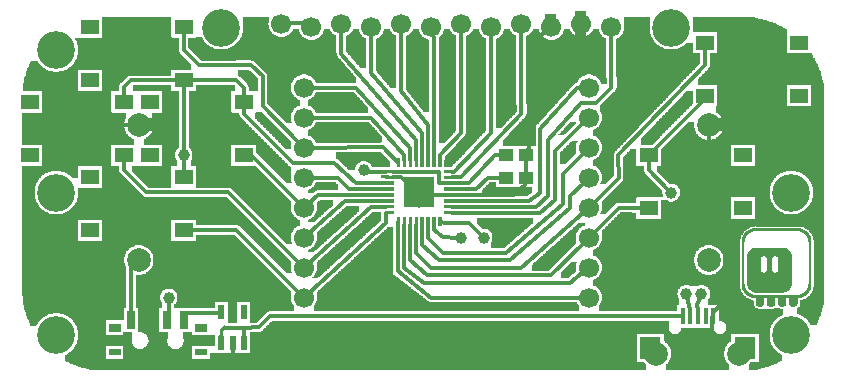
<source format=gtl>
G04 MADE WITH FRITZING*
G04 WWW.FRITZING.ORG*
G04 DOUBLE SIDED*
G04 HOLES PLATED*
G04 CONTOUR ON CENTER OF CONTOUR VECTOR*
%ASAXBY*%
%FSLAX23Y23*%
%MOIN*%
%OFA0B0*%
%SFA1.0B1.0*%
%ADD10C,0.075000*%
%ADD11C,0.066929*%
%ADD12C,0.078740*%
%ADD13C,0.125984*%
%ADD14C,0.039370*%
%ADD15R,0.047244X0.043307*%
%ADD16R,0.027559X0.059055*%
%ADD17R,0.039370X0.023622*%
%ADD18R,0.039370X0.031496*%
%ADD19R,0.061024X0.051181*%
%ADD20R,0.013780X0.055118*%
%ADD21R,0.070866X0.074803*%
%ADD22R,0.021654X0.047244*%
%ADD23R,0.102362X0.102362*%
%ADD24C,0.012000*%
%ADD25C,0.008000*%
%ADD26R,0.001000X0.001000*%
%LNCOPPER1*%
G90*
G70*
G54D10*
X2070Y1034D03*
X1792Y1082D03*
X1045Y1057D03*
X353Y1151D03*
X671Y919D03*
X1224Y417D03*
G54D11*
X979Y284D03*
X979Y384D03*
X979Y484D03*
X979Y584D03*
X979Y684D03*
X979Y784D03*
X979Y884D03*
X979Y984D03*
X1929Y284D03*
X1929Y384D03*
X1929Y484D03*
X1929Y584D03*
X1929Y684D03*
X1929Y784D03*
X1929Y884D03*
X1929Y984D03*
G54D12*
X2154Y96D03*
X2429Y96D03*
X2329Y859D03*
X2329Y859D03*
X2329Y409D03*
X2329Y409D03*
X429Y409D03*
X429Y409D03*
X429Y859D03*
X429Y859D03*
G54D13*
X154Y159D03*
X704Y1184D03*
X154Y1109D03*
X154Y634D03*
X2604Y634D03*
X2604Y159D03*
X2204Y1184D03*
G54D14*
X529Y284D03*
X1504Y484D03*
X1579Y484D03*
X2304Y296D03*
X2254Y296D03*
X579Y759D03*
X2204Y634D03*
X1354Y634D03*
X1179Y709D03*
G54D11*
X2004Y1186D03*
X1904Y1196D03*
X1804Y1186D03*
X1704Y1196D03*
X1604Y1186D03*
X1504Y1196D03*
X1404Y1186D03*
X1304Y1196D03*
X1204Y1186D03*
X1104Y1196D03*
X1004Y1186D03*
X904Y1196D03*
G54D15*
X1654Y684D03*
X1721Y684D03*
X1654Y759D03*
X1721Y759D03*
G54D16*
X581Y209D03*
X522Y209D03*
X404Y209D03*
G54D17*
X637Y101D03*
G54D18*
X637Y183D03*
G54D17*
X349Y101D03*
G54D18*
X349Y183D03*
G54D19*
X2630Y1134D03*
X2317Y1134D03*
X2630Y957D03*
X2317Y957D03*
X466Y759D03*
X779Y759D03*
X466Y936D03*
X779Y936D03*
X266Y509D03*
X579Y509D03*
X266Y686D03*
X579Y686D03*
X66Y759D03*
X379Y759D03*
X66Y936D03*
X379Y936D03*
X2442Y759D03*
X2129Y759D03*
X2442Y582D03*
X2129Y582D03*
X266Y1009D03*
X579Y1009D03*
X266Y1186D03*
X579Y1186D03*
G54D20*
X2242Y221D03*
X2344Y221D03*
X2267Y221D03*
X2293Y221D03*
X2319Y221D03*
G54D21*
X2135Y117D03*
X2450Y117D03*
G54D22*
X704Y133D03*
X742Y133D03*
X779Y133D03*
X779Y236D03*
X704Y236D03*
G54D23*
X1364Y635D03*
G54D24*
X1242Y785D02*
X1295Y734D01*
D02*
X1003Y784D02*
X1242Y785D01*
D02*
X1604Y834D02*
X1604Y1163D01*
D02*
X867Y221D02*
X2240Y221D01*
D02*
X830Y185D02*
X867Y221D01*
D02*
X779Y184D02*
X830Y185D01*
D02*
X779Y151D02*
X779Y184D01*
D02*
X403Y383D02*
X404Y233D01*
D02*
X409Y388D02*
X403Y383D01*
D02*
X779Y184D02*
X779Y151D01*
D02*
X1129Y645D02*
X1255Y645D01*
D02*
X1093Y683D02*
X1129Y645D01*
D02*
X942Y733D02*
X1079Y734D01*
D02*
X1079Y734D02*
X1154Y665D01*
D02*
X1154Y665D02*
X1255Y665D01*
D02*
X780Y897D02*
X942Y733D01*
D02*
X780Y916D02*
X780Y897D01*
D02*
X716Y184D02*
X779Y184D01*
D02*
X996Y300D02*
X1254Y534D01*
D02*
X1204Y586D02*
X1255Y586D01*
D02*
X997Y399D02*
X1204Y586D01*
D02*
X1117Y606D02*
X1255Y606D01*
D02*
X997Y499D02*
X1117Y606D01*
D02*
X1028Y626D02*
X1255Y626D01*
D02*
X997Y599D02*
X1028Y626D01*
D02*
X1003Y684D02*
X1093Y683D01*
D02*
X1295Y371D02*
X1295Y533D01*
D02*
X1391Y359D02*
X1335Y409D01*
D02*
X1295Y533D02*
X1295Y537D01*
D02*
X1804Y359D02*
X1391Y359D01*
D02*
X1315Y383D02*
X1315Y509D01*
D02*
X1315Y509D02*
X1315Y527D01*
D02*
X1380Y334D02*
X1315Y383D01*
D02*
X1867Y334D02*
X1380Y334D01*
D02*
X1911Y369D02*
X1867Y334D01*
D02*
X1405Y284D02*
X1295Y371D01*
D02*
X1906Y284D02*
X1405Y284D01*
D02*
X1254Y567D02*
X1255Y567D01*
D02*
X1254Y534D02*
X1254Y567D01*
D02*
X1404Y384D02*
X1354Y434D01*
D02*
X1429Y409D02*
X1374Y458D01*
D02*
X1666Y408D02*
X1429Y409D01*
D02*
X1867Y584D02*
X1666Y408D01*
D02*
X1394Y484D02*
X1394Y527D01*
D02*
X1374Y458D02*
X1374Y527D01*
D02*
X1867Y621D02*
X1867Y584D01*
D02*
X1913Y667D02*
X1867Y621D01*
D02*
X1354Y434D02*
X1354Y527D01*
D02*
X1705Y383D02*
X1404Y384D01*
D02*
X1912Y568D02*
X1705Y383D01*
D02*
X1335Y409D02*
X1335Y527D01*
D02*
X1913Y467D02*
X1804Y359D01*
D02*
X1554Y645D02*
X1473Y645D01*
D02*
X1592Y684D02*
X1554Y645D01*
D02*
X1617Y758D02*
X1529Y665D01*
D02*
X1716Y658D02*
X1679Y626D01*
D02*
X1442Y434D02*
X1394Y484D01*
D02*
X1679Y626D02*
X1473Y626D01*
D02*
X1529Y665D02*
X1473Y665D01*
D02*
X1636Y759D02*
X1617Y758D01*
D02*
X1721Y700D02*
X1721Y743D01*
D02*
X1636Y684D02*
X1592Y684D01*
D02*
X1718Y668D02*
X1716Y658D01*
D02*
X1653Y433D02*
X1442Y434D01*
D02*
X1842Y597D02*
X1653Y433D01*
D02*
X1842Y696D02*
X1842Y597D01*
D02*
X1913Y767D02*
X1842Y696D01*
D02*
X1767Y634D02*
X1730Y606D01*
D02*
X1429Y665D02*
X1452Y665D01*
D02*
X1276Y704D02*
X1429Y704D01*
D02*
X1730Y606D02*
X1473Y606D01*
D02*
X1891Y983D02*
X1767Y847D01*
D02*
X1767Y847D02*
X1767Y634D01*
D02*
X1906Y984D02*
X1891Y983D01*
D02*
X1767Y567D02*
X1473Y567D01*
D02*
X1817Y609D02*
X1767Y567D01*
D02*
X1817Y772D02*
X1817Y609D01*
D02*
X1913Y868D02*
X1817Y772D01*
D02*
X381Y708D02*
X454Y635D01*
D02*
X805Y759D02*
X804Y759D01*
D02*
X963Y600D02*
X805Y759D01*
D02*
X579Y772D02*
X579Y989D01*
D02*
X454Y635D02*
X728Y635D01*
D02*
X728Y635D02*
X963Y400D01*
D02*
X380Y739D02*
X381Y708D01*
D02*
X754Y510D02*
X604Y509D01*
D02*
X963Y300D02*
X754Y510D01*
D02*
X1429Y704D02*
X1429Y665D01*
D02*
X755Y1008D02*
X779Y984D01*
D02*
X379Y985D02*
X379Y956D01*
D02*
X1413Y784D02*
X1413Y744D01*
D02*
X1433Y759D02*
X1433Y744D01*
D02*
X1504Y834D02*
X1433Y759D01*
D02*
X1504Y1173D02*
X1504Y834D01*
D02*
X405Y1008D02*
X379Y985D01*
D02*
X554Y1009D02*
X405Y1008D01*
D02*
X779Y984D02*
X779Y956D01*
D02*
X604Y1009D02*
X755Y1008D01*
D02*
X2129Y758D02*
X2329Y959D01*
D02*
X2028Y758D02*
X2029Y683D01*
D02*
X2317Y1059D02*
X2028Y758D01*
D02*
X2029Y683D02*
X1946Y600D01*
D02*
X2317Y1114D02*
X2317Y1059D01*
D02*
X2329Y959D02*
X2317Y957D01*
D02*
X2129Y759D02*
X2129Y758D01*
D02*
X2029Y584D02*
X1946Y500D01*
D02*
X2104Y582D02*
X2029Y584D01*
D02*
X1413Y1147D02*
X1413Y784D01*
D02*
X1409Y1164D02*
X1413Y1147D01*
D02*
X1529Y534D02*
X1454Y534D01*
D02*
X1953Y934D02*
X1904Y934D01*
D02*
X1792Y810D02*
X1792Y621D01*
D02*
X1792Y621D02*
X1755Y586D01*
D02*
X1904Y934D02*
X1792Y810D01*
D02*
X1442Y485D02*
X1413Y509D01*
D02*
X1413Y509D02*
X1413Y527D01*
D02*
X1491Y484D02*
X1442Y485D01*
D02*
X1454Y534D02*
X1433Y537D01*
D02*
X1570Y493D02*
X1529Y534D01*
D02*
X530Y209D02*
X529Y270D01*
D02*
X522Y209D02*
X530Y209D01*
D02*
X1730Y1122D02*
X1730Y785D01*
D02*
X1730Y785D02*
X1727Y775D01*
D02*
X1787Y1171D02*
X1730Y1122D01*
D02*
X2005Y983D02*
X1953Y934D01*
D02*
X1755Y586D02*
X1473Y586D01*
D02*
X2004Y1163D02*
X2005Y983D01*
D02*
X1479Y704D02*
X1473Y704D01*
D02*
X1604Y834D02*
X1479Y704D01*
D02*
X1504Y685D02*
X1473Y685D01*
D02*
X1705Y897D02*
X1504Y685D01*
D02*
X1704Y1173D02*
X1705Y897D01*
D02*
X2129Y708D02*
X2195Y643D01*
G54D25*
D02*
X1318Y628D02*
X1368Y636D01*
G54D24*
D02*
X1304Y685D02*
X1276Y685D01*
D02*
X1364Y626D02*
X1452Y626D01*
D02*
X1364Y589D02*
X1364Y626D01*
D02*
X1328Y665D02*
X1304Y685D01*
D02*
X2129Y739D02*
X2129Y708D01*
D02*
X579Y745D02*
X579Y706D01*
D02*
X704Y234D02*
X704Y236D01*
D02*
X579Y234D02*
X704Y234D01*
D02*
X1354Y809D02*
X1354Y744D01*
D02*
X1105Y1097D02*
X1354Y809D01*
D02*
X1335Y784D02*
X1335Y744D01*
D02*
X1155Y983D02*
X1335Y784D01*
D02*
X1003Y984D02*
X1155Y983D01*
D02*
X1315Y760D02*
X1315Y744D01*
D02*
X1204Y884D02*
X1315Y760D01*
D02*
X1003Y884D02*
X1204Y884D01*
D02*
X979Y1199D02*
X916Y1199D01*
D02*
X916Y1199D02*
X904Y1186D01*
D02*
X904Y1186D02*
X904Y1173D01*
D02*
X983Y1197D02*
X979Y1199D01*
D02*
X379Y859D02*
X329Y809D01*
D02*
X579Y1109D02*
X629Y1059D01*
D02*
X629Y1059D02*
X803Y1059D01*
D02*
X1191Y704D02*
X1192Y704D01*
D02*
X1255Y704D02*
X1191Y704D01*
D02*
X2404Y297D02*
X2343Y233D01*
D02*
X2343Y233D02*
X2344Y221D01*
D02*
X842Y1021D02*
X842Y921D01*
D02*
X842Y921D02*
X963Y800D01*
D02*
X803Y1059D02*
X842Y1021D01*
D02*
X579Y1166D02*
X579Y1109D01*
D02*
X329Y284D02*
X279Y233D01*
D02*
X329Y809D02*
X329Y284D01*
D02*
X279Y233D02*
X279Y108D01*
D02*
X279Y108D02*
X330Y59D01*
D02*
X330Y59D02*
X704Y58D01*
D02*
X704Y58D02*
X742Y84D01*
D02*
X742Y84D02*
X742Y115D01*
D02*
X400Y859D02*
X379Y859D01*
D02*
X2405Y459D02*
X2404Y297D01*
D02*
X2328Y533D02*
X2405Y459D01*
D02*
X1304Y971D02*
X1394Y859D01*
D02*
X1304Y1173D02*
X1304Y971D01*
D02*
X1394Y859D02*
X1394Y744D01*
D02*
X1374Y834D02*
X1374Y744D01*
D02*
X1204Y1033D02*
X1374Y834D01*
D02*
X1204Y1163D02*
X1204Y1033D01*
D02*
X1104Y1173D02*
X1105Y1097D01*
D02*
X2291Y259D02*
X2292Y242D01*
D02*
X2300Y284D02*
X2291Y259D01*
D02*
X2265Y259D02*
X2266Y243D01*
D02*
X2258Y283D02*
X2265Y259D01*
D02*
X579Y233D02*
X579Y234D01*
D02*
X2329Y830D02*
X2328Y533D01*
G36*
X2046Y1220D02*
X2046Y1194D01*
X2048Y1194D01*
X2048Y1180D01*
X2046Y1180D01*
X2046Y1172D01*
X2044Y1172D01*
X2044Y1168D01*
X2042Y1168D01*
X2042Y1164D01*
X2040Y1164D01*
X2040Y1160D01*
X2038Y1160D01*
X2038Y1158D01*
X2036Y1158D01*
X2036Y1156D01*
X2034Y1156D01*
X2034Y1154D01*
X2032Y1154D01*
X2032Y1152D01*
X2030Y1152D01*
X2030Y1150D01*
X2026Y1150D01*
X2026Y1148D01*
X2022Y1148D01*
X2022Y1146D01*
X2020Y1146D01*
X2020Y1112D01*
X2188Y1112D01*
X2188Y1114D01*
X2180Y1114D01*
X2180Y1116D01*
X2176Y1116D01*
X2176Y1118D01*
X2172Y1118D01*
X2172Y1120D01*
X2168Y1120D01*
X2168Y1122D01*
X2164Y1122D01*
X2164Y1124D01*
X2162Y1124D01*
X2162Y1126D01*
X2158Y1126D01*
X2158Y1128D01*
X2156Y1128D01*
X2156Y1130D01*
X2154Y1130D01*
X2154Y1132D01*
X2152Y1132D01*
X2152Y1134D01*
X2150Y1134D01*
X2150Y1136D01*
X2148Y1136D01*
X2148Y1138D01*
X2146Y1138D01*
X2146Y1142D01*
X2144Y1142D01*
X2144Y1144D01*
X2142Y1144D01*
X2142Y1148D01*
X2140Y1148D01*
X2140Y1152D01*
X2138Y1152D01*
X2138Y1156D01*
X2136Y1156D01*
X2136Y1162D01*
X2134Y1162D01*
X2134Y1168D01*
X2132Y1168D01*
X2132Y1200D01*
X2134Y1200D01*
X2134Y1220D01*
X2046Y1220D01*
G37*
D02*
G36*
X2256Y1134D02*
X2256Y1132D01*
X2254Y1132D01*
X2254Y1130D01*
X2252Y1130D01*
X2252Y1128D01*
X2250Y1128D01*
X2250Y1126D01*
X2246Y1126D01*
X2246Y1124D01*
X2244Y1124D01*
X2244Y1122D01*
X2240Y1122D01*
X2240Y1120D01*
X2238Y1120D01*
X2238Y1118D01*
X2234Y1118D01*
X2234Y1116D01*
X2228Y1116D01*
X2228Y1114D01*
X2220Y1114D01*
X2220Y1112D01*
X2276Y1112D01*
X2276Y1134D01*
X2256Y1134D01*
G37*
D02*
G36*
X2020Y1112D02*
X2020Y1110D01*
X2276Y1110D01*
X2276Y1112D01*
X2020Y1112D01*
G37*
D02*
G36*
X2020Y1112D02*
X2020Y1110D01*
X2276Y1110D01*
X2276Y1112D01*
X2020Y1112D01*
G37*
D02*
G36*
X2020Y1110D02*
X2020Y1018D01*
X2022Y1018D01*
X2022Y982D01*
X2020Y982D01*
X2020Y976D01*
X2018Y976D01*
X2018Y972D01*
X2016Y972D01*
X2016Y970D01*
X2012Y970D01*
X2012Y968D01*
X2010Y968D01*
X2010Y966D01*
X2008Y966D01*
X2008Y964D01*
X2006Y964D01*
X2006Y962D01*
X2004Y962D01*
X2004Y960D01*
X2002Y960D01*
X2002Y958D01*
X2000Y958D01*
X2000Y956D01*
X1998Y956D01*
X1998Y954D01*
X1996Y954D01*
X1996Y952D01*
X1994Y952D01*
X1994Y950D01*
X1992Y950D01*
X1992Y948D01*
X1990Y948D01*
X1990Y946D01*
X1988Y946D01*
X1988Y944D01*
X1986Y944D01*
X1986Y942D01*
X1984Y942D01*
X1984Y940D01*
X1982Y940D01*
X1982Y938D01*
X1980Y938D01*
X1980Y936D01*
X1978Y936D01*
X1978Y934D01*
X1976Y934D01*
X1976Y932D01*
X1974Y932D01*
X1974Y930D01*
X1972Y930D01*
X1972Y928D01*
X1970Y928D01*
X1970Y926D01*
X1968Y926D01*
X1968Y902D01*
X1970Y902D01*
X1970Y896D01*
X1972Y896D01*
X1972Y872D01*
X1970Y872D01*
X1970Y866D01*
X1968Y866D01*
X1968Y862D01*
X1966Y862D01*
X1966Y860D01*
X1964Y860D01*
X1964Y858D01*
X1962Y858D01*
X1962Y854D01*
X1960Y854D01*
X1960Y852D01*
X1958Y852D01*
X1958Y850D01*
X1954Y850D01*
X1954Y848D01*
X1952Y848D01*
X1952Y846D01*
X1948Y846D01*
X1948Y844D01*
X1944Y844D01*
X1944Y824D01*
X1948Y824D01*
X1948Y822D01*
X1952Y822D01*
X1952Y820D01*
X1954Y820D01*
X1954Y818D01*
X1958Y818D01*
X1958Y816D01*
X1960Y816D01*
X1960Y814D01*
X1962Y814D01*
X1962Y812D01*
X1964Y812D01*
X1964Y808D01*
X1966Y808D01*
X1966Y806D01*
X1968Y806D01*
X1968Y802D01*
X1970Y802D01*
X1970Y796D01*
X1972Y796D01*
X1972Y772D01*
X1970Y772D01*
X1970Y766D01*
X1968Y766D01*
X1968Y762D01*
X1966Y762D01*
X1966Y760D01*
X1964Y760D01*
X1964Y758D01*
X1962Y758D01*
X1962Y754D01*
X1960Y754D01*
X1960Y752D01*
X1958Y752D01*
X1958Y750D01*
X1954Y750D01*
X1954Y748D01*
X1952Y748D01*
X1952Y746D01*
X1948Y746D01*
X1948Y744D01*
X1944Y744D01*
X1944Y724D01*
X1948Y724D01*
X1948Y722D01*
X1952Y722D01*
X1952Y720D01*
X1954Y720D01*
X1954Y718D01*
X1958Y718D01*
X1958Y716D01*
X1960Y716D01*
X1960Y714D01*
X1962Y714D01*
X1962Y712D01*
X1964Y712D01*
X1964Y708D01*
X1966Y708D01*
X1966Y706D01*
X1968Y706D01*
X1968Y702D01*
X1970Y702D01*
X1970Y696D01*
X1972Y696D01*
X1972Y672D01*
X1970Y672D01*
X1970Y666D01*
X1968Y666D01*
X1968Y664D01*
X1988Y664D01*
X1988Y666D01*
X1990Y666D01*
X1990Y668D01*
X1992Y668D01*
X1992Y670D01*
X1994Y670D01*
X1994Y672D01*
X1996Y672D01*
X1996Y674D01*
X1998Y674D01*
X1998Y676D01*
X2000Y676D01*
X2000Y678D01*
X2002Y678D01*
X2002Y680D01*
X2004Y680D01*
X2004Y682D01*
X2006Y682D01*
X2006Y684D01*
X2008Y684D01*
X2008Y686D01*
X2010Y686D01*
X2010Y688D01*
X2012Y688D01*
X2012Y762D01*
X2014Y762D01*
X2014Y766D01*
X2016Y766D01*
X2016Y770D01*
X2018Y770D01*
X2018Y772D01*
X2020Y772D01*
X2020Y774D01*
X2022Y774D01*
X2022Y776D01*
X2024Y776D01*
X2024Y778D01*
X2026Y778D01*
X2026Y780D01*
X2028Y780D01*
X2028Y782D01*
X2030Y782D01*
X2030Y784D01*
X2032Y784D01*
X2032Y786D01*
X2034Y786D01*
X2034Y788D01*
X2036Y788D01*
X2036Y790D01*
X2038Y790D01*
X2038Y792D01*
X2040Y792D01*
X2040Y794D01*
X2042Y794D01*
X2042Y796D01*
X2044Y796D01*
X2044Y798D01*
X2046Y798D01*
X2046Y800D01*
X2048Y800D01*
X2048Y802D01*
X2050Y802D01*
X2050Y804D01*
X2052Y804D01*
X2052Y808D01*
X2054Y808D01*
X2054Y810D01*
X2056Y810D01*
X2056Y812D01*
X2058Y812D01*
X2058Y814D01*
X2060Y814D01*
X2060Y816D01*
X2062Y816D01*
X2062Y818D01*
X2064Y818D01*
X2064Y820D01*
X2066Y820D01*
X2066Y822D01*
X2068Y822D01*
X2068Y824D01*
X2070Y824D01*
X2070Y826D01*
X2072Y826D01*
X2072Y828D01*
X2074Y828D01*
X2074Y830D01*
X2076Y830D01*
X2076Y832D01*
X2078Y832D01*
X2078Y834D01*
X2080Y834D01*
X2080Y836D01*
X2082Y836D01*
X2082Y838D01*
X2084Y838D01*
X2084Y840D01*
X2086Y840D01*
X2086Y842D01*
X2088Y842D01*
X2088Y844D01*
X2090Y844D01*
X2090Y846D01*
X2092Y846D01*
X2092Y848D01*
X2094Y848D01*
X2094Y850D01*
X2096Y850D01*
X2096Y852D01*
X2098Y852D01*
X2098Y856D01*
X2100Y856D01*
X2100Y858D01*
X2102Y858D01*
X2102Y860D01*
X2104Y860D01*
X2104Y862D01*
X2106Y862D01*
X2106Y864D01*
X2108Y864D01*
X2108Y866D01*
X2110Y866D01*
X2110Y868D01*
X2112Y868D01*
X2112Y870D01*
X2114Y870D01*
X2114Y872D01*
X2116Y872D01*
X2116Y874D01*
X2118Y874D01*
X2118Y876D01*
X2120Y876D01*
X2120Y878D01*
X2122Y878D01*
X2122Y880D01*
X2124Y880D01*
X2124Y882D01*
X2126Y882D01*
X2126Y884D01*
X2128Y884D01*
X2128Y886D01*
X2130Y886D01*
X2130Y888D01*
X2132Y888D01*
X2132Y890D01*
X2134Y890D01*
X2134Y892D01*
X2136Y892D01*
X2136Y894D01*
X2138Y894D01*
X2138Y896D01*
X2140Y896D01*
X2140Y898D01*
X2142Y898D01*
X2142Y900D01*
X2144Y900D01*
X2144Y902D01*
X2146Y902D01*
X2146Y906D01*
X2148Y906D01*
X2148Y908D01*
X2150Y908D01*
X2150Y910D01*
X2152Y910D01*
X2152Y912D01*
X2154Y912D01*
X2154Y914D01*
X2156Y914D01*
X2156Y916D01*
X2158Y916D01*
X2158Y918D01*
X2160Y918D01*
X2160Y920D01*
X2162Y920D01*
X2162Y922D01*
X2164Y922D01*
X2164Y924D01*
X2166Y924D01*
X2166Y926D01*
X2168Y926D01*
X2168Y928D01*
X2170Y928D01*
X2170Y930D01*
X2172Y930D01*
X2172Y932D01*
X2174Y932D01*
X2174Y934D01*
X2176Y934D01*
X2176Y936D01*
X2178Y936D01*
X2178Y938D01*
X2180Y938D01*
X2180Y940D01*
X2182Y940D01*
X2182Y942D01*
X2184Y942D01*
X2184Y944D01*
X2186Y944D01*
X2186Y946D01*
X2188Y946D01*
X2188Y948D01*
X2190Y948D01*
X2190Y950D01*
X2192Y950D01*
X2192Y954D01*
X2194Y954D01*
X2194Y956D01*
X2196Y956D01*
X2196Y958D01*
X2198Y958D01*
X2198Y960D01*
X2200Y960D01*
X2200Y962D01*
X2202Y962D01*
X2202Y964D01*
X2204Y964D01*
X2204Y966D01*
X2206Y966D01*
X2206Y968D01*
X2208Y968D01*
X2208Y970D01*
X2210Y970D01*
X2210Y972D01*
X2212Y972D01*
X2212Y974D01*
X2214Y974D01*
X2214Y976D01*
X2216Y976D01*
X2216Y978D01*
X2218Y978D01*
X2218Y980D01*
X2220Y980D01*
X2220Y982D01*
X2222Y982D01*
X2222Y984D01*
X2224Y984D01*
X2224Y986D01*
X2226Y986D01*
X2226Y988D01*
X2228Y988D01*
X2228Y990D01*
X2230Y990D01*
X2230Y992D01*
X2232Y992D01*
X2232Y994D01*
X2234Y994D01*
X2234Y996D01*
X2236Y996D01*
X2236Y998D01*
X2238Y998D01*
X2238Y1002D01*
X2240Y1002D01*
X2240Y1004D01*
X2242Y1004D01*
X2242Y1006D01*
X2244Y1006D01*
X2244Y1008D01*
X2246Y1008D01*
X2246Y1010D01*
X2248Y1010D01*
X2248Y1012D01*
X2250Y1012D01*
X2250Y1014D01*
X2252Y1014D01*
X2252Y1016D01*
X2254Y1016D01*
X2254Y1018D01*
X2256Y1018D01*
X2256Y1020D01*
X2258Y1020D01*
X2258Y1022D01*
X2260Y1022D01*
X2260Y1024D01*
X2262Y1024D01*
X2262Y1026D01*
X2264Y1026D01*
X2264Y1028D01*
X2266Y1028D01*
X2266Y1030D01*
X2268Y1030D01*
X2268Y1032D01*
X2270Y1032D01*
X2270Y1034D01*
X2272Y1034D01*
X2272Y1036D01*
X2274Y1036D01*
X2274Y1038D01*
X2276Y1038D01*
X2276Y1040D01*
X2278Y1040D01*
X2278Y1042D01*
X2280Y1042D01*
X2280Y1044D01*
X2282Y1044D01*
X2282Y1046D01*
X2284Y1046D01*
X2284Y1048D01*
X2286Y1048D01*
X2286Y1052D01*
X2288Y1052D01*
X2288Y1054D01*
X2290Y1054D01*
X2290Y1056D01*
X2292Y1056D01*
X2292Y1058D01*
X2294Y1058D01*
X2294Y1060D01*
X2296Y1060D01*
X2296Y1062D01*
X2298Y1062D01*
X2298Y1064D01*
X2300Y1064D01*
X2300Y1098D01*
X2276Y1098D01*
X2276Y1110D01*
X2020Y1110D01*
G37*
D02*
G36*
X1142Y1178D02*
X1142Y1174D01*
X1140Y1174D01*
X1140Y1170D01*
X1138Y1170D01*
X1138Y1168D01*
X1136Y1168D01*
X1136Y1166D01*
X1134Y1166D01*
X1134Y1164D01*
X1132Y1164D01*
X1132Y1162D01*
X1130Y1162D01*
X1130Y1160D01*
X1126Y1160D01*
X1126Y1158D01*
X1122Y1158D01*
X1122Y1156D01*
X1120Y1156D01*
X1120Y1104D01*
X1122Y1104D01*
X1122Y1102D01*
X1124Y1102D01*
X1124Y1098D01*
X1126Y1098D01*
X1126Y1096D01*
X1128Y1096D01*
X1128Y1094D01*
X1130Y1094D01*
X1130Y1092D01*
X1132Y1092D01*
X1132Y1090D01*
X1134Y1090D01*
X1134Y1088D01*
X1136Y1088D01*
X1136Y1084D01*
X1138Y1084D01*
X1138Y1082D01*
X1140Y1082D01*
X1140Y1080D01*
X1142Y1080D01*
X1142Y1078D01*
X1144Y1078D01*
X1144Y1076D01*
X1146Y1076D01*
X1146Y1074D01*
X1148Y1074D01*
X1148Y1072D01*
X1150Y1072D01*
X1150Y1068D01*
X1152Y1068D01*
X1152Y1066D01*
X1154Y1066D01*
X1154Y1064D01*
X1156Y1064D01*
X1156Y1062D01*
X1158Y1062D01*
X1158Y1060D01*
X1160Y1060D01*
X1160Y1058D01*
X1162Y1058D01*
X1162Y1054D01*
X1164Y1054D01*
X1164Y1052D01*
X1166Y1052D01*
X1166Y1050D01*
X1168Y1050D01*
X1168Y1048D01*
X1188Y1048D01*
X1188Y1146D01*
X1186Y1146D01*
X1186Y1148D01*
X1182Y1148D01*
X1182Y1150D01*
X1180Y1150D01*
X1180Y1152D01*
X1176Y1152D01*
X1176Y1154D01*
X1174Y1154D01*
X1174Y1156D01*
X1172Y1156D01*
X1172Y1158D01*
X1170Y1158D01*
X1170Y1162D01*
X1168Y1162D01*
X1168Y1164D01*
X1166Y1164D01*
X1166Y1168D01*
X1164Y1168D01*
X1164Y1174D01*
X1162Y1174D01*
X1162Y1178D01*
X1142Y1178D01*
G37*
D02*
G36*
X1246Y1178D02*
X1246Y1172D01*
X1244Y1172D01*
X1244Y1168D01*
X1242Y1168D01*
X1242Y1164D01*
X1240Y1164D01*
X1240Y1160D01*
X1238Y1160D01*
X1238Y1158D01*
X1236Y1158D01*
X1236Y1156D01*
X1234Y1156D01*
X1234Y1154D01*
X1232Y1154D01*
X1232Y1152D01*
X1230Y1152D01*
X1230Y1150D01*
X1226Y1150D01*
X1226Y1148D01*
X1222Y1148D01*
X1222Y1146D01*
X1220Y1146D01*
X1220Y1038D01*
X1222Y1038D01*
X1222Y1036D01*
X1224Y1036D01*
X1224Y1034D01*
X1226Y1034D01*
X1226Y1032D01*
X1228Y1032D01*
X1228Y1030D01*
X1230Y1030D01*
X1230Y1026D01*
X1232Y1026D01*
X1232Y1024D01*
X1234Y1024D01*
X1234Y1022D01*
X1236Y1022D01*
X1236Y1020D01*
X1238Y1020D01*
X1238Y1018D01*
X1240Y1018D01*
X1240Y1014D01*
X1242Y1014D01*
X1242Y1012D01*
X1244Y1012D01*
X1244Y1010D01*
X1246Y1010D01*
X1246Y1008D01*
X1248Y1008D01*
X1248Y1006D01*
X1250Y1006D01*
X1250Y1004D01*
X1252Y1004D01*
X1252Y1000D01*
X1254Y1000D01*
X1254Y998D01*
X1256Y998D01*
X1256Y996D01*
X1258Y996D01*
X1258Y994D01*
X1260Y994D01*
X1260Y992D01*
X1262Y992D01*
X1262Y990D01*
X1264Y990D01*
X1264Y986D01*
X1266Y986D01*
X1266Y984D01*
X1268Y984D01*
X1268Y982D01*
X1288Y982D01*
X1288Y1156D01*
X1286Y1156D01*
X1286Y1158D01*
X1282Y1158D01*
X1282Y1160D01*
X1280Y1160D01*
X1280Y1162D01*
X1276Y1162D01*
X1276Y1164D01*
X1274Y1164D01*
X1274Y1166D01*
X1272Y1166D01*
X1272Y1168D01*
X1270Y1168D01*
X1270Y1172D01*
X1268Y1172D01*
X1268Y1174D01*
X1266Y1174D01*
X1266Y1178D01*
X1246Y1178D01*
G37*
D02*
G36*
X1342Y1178D02*
X1342Y1174D01*
X1340Y1174D01*
X1340Y1170D01*
X1338Y1170D01*
X1338Y1168D01*
X1336Y1168D01*
X1336Y1166D01*
X1334Y1166D01*
X1334Y1164D01*
X1332Y1164D01*
X1332Y1162D01*
X1330Y1162D01*
X1330Y1160D01*
X1326Y1160D01*
X1326Y1158D01*
X1322Y1158D01*
X1322Y1156D01*
X1320Y1156D01*
X1320Y976D01*
X1322Y976D01*
X1322Y972D01*
X1324Y972D01*
X1324Y970D01*
X1326Y970D01*
X1326Y968D01*
X1328Y968D01*
X1328Y966D01*
X1330Y966D01*
X1330Y962D01*
X1332Y962D01*
X1332Y960D01*
X1334Y960D01*
X1334Y958D01*
X1336Y958D01*
X1336Y956D01*
X1338Y956D01*
X1338Y952D01*
X1340Y952D01*
X1340Y950D01*
X1342Y950D01*
X1342Y948D01*
X1344Y948D01*
X1344Y946D01*
X1346Y946D01*
X1346Y942D01*
X1348Y942D01*
X1348Y940D01*
X1350Y940D01*
X1350Y938D01*
X1352Y938D01*
X1352Y936D01*
X1354Y936D01*
X1354Y932D01*
X1356Y932D01*
X1356Y930D01*
X1358Y930D01*
X1358Y928D01*
X1360Y928D01*
X1360Y926D01*
X1362Y926D01*
X1362Y924D01*
X1364Y924D01*
X1364Y920D01*
X1366Y920D01*
X1366Y918D01*
X1368Y918D01*
X1368Y916D01*
X1370Y916D01*
X1370Y914D01*
X1372Y914D01*
X1372Y910D01*
X1374Y910D01*
X1374Y908D01*
X1376Y908D01*
X1376Y906D01*
X1378Y906D01*
X1378Y904D01*
X1398Y904D01*
X1398Y1144D01*
X1392Y1144D01*
X1392Y1146D01*
X1386Y1146D01*
X1386Y1148D01*
X1382Y1148D01*
X1382Y1150D01*
X1380Y1150D01*
X1380Y1152D01*
X1376Y1152D01*
X1376Y1154D01*
X1374Y1154D01*
X1374Y1156D01*
X1372Y1156D01*
X1372Y1158D01*
X1370Y1158D01*
X1370Y1162D01*
X1368Y1162D01*
X1368Y1164D01*
X1366Y1164D01*
X1366Y1168D01*
X1364Y1168D01*
X1364Y1174D01*
X1362Y1174D01*
X1362Y1178D01*
X1342Y1178D01*
G37*
D02*
G36*
X1446Y1178D02*
X1446Y1172D01*
X1444Y1172D01*
X1444Y1168D01*
X1442Y1168D01*
X1442Y1164D01*
X1440Y1164D01*
X1440Y1160D01*
X1438Y1160D01*
X1438Y1158D01*
X1436Y1158D01*
X1436Y1156D01*
X1434Y1156D01*
X1434Y1154D01*
X1432Y1154D01*
X1432Y1152D01*
X1430Y1152D01*
X1430Y800D01*
X1450Y800D01*
X1450Y802D01*
X1452Y802D01*
X1452Y804D01*
X1454Y804D01*
X1454Y806D01*
X1456Y806D01*
X1456Y808D01*
X1458Y808D01*
X1458Y810D01*
X1460Y810D01*
X1460Y812D01*
X1462Y812D01*
X1462Y814D01*
X1464Y814D01*
X1464Y816D01*
X1466Y816D01*
X1466Y818D01*
X1468Y818D01*
X1468Y820D01*
X1470Y820D01*
X1470Y822D01*
X1472Y822D01*
X1472Y824D01*
X1474Y824D01*
X1474Y826D01*
X1476Y826D01*
X1476Y830D01*
X1478Y830D01*
X1478Y832D01*
X1480Y832D01*
X1480Y834D01*
X1482Y834D01*
X1482Y836D01*
X1484Y836D01*
X1484Y838D01*
X1486Y838D01*
X1486Y840D01*
X1488Y840D01*
X1488Y1156D01*
X1486Y1156D01*
X1486Y1158D01*
X1482Y1158D01*
X1482Y1160D01*
X1480Y1160D01*
X1480Y1162D01*
X1476Y1162D01*
X1476Y1164D01*
X1474Y1164D01*
X1474Y1166D01*
X1472Y1166D01*
X1472Y1168D01*
X1470Y1168D01*
X1470Y1172D01*
X1468Y1172D01*
X1468Y1174D01*
X1466Y1174D01*
X1466Y1178D01*
X1446Y1178D01*
G37*
D02*
G36*
X1542Y1178D02*
X1542Y1174D01*
X1540Y1174D01*
X1540Y1170D01*
X1538Y1170D01*
X1538Y1168D01*
X1536Y1168D01*
X1536Y1166D01*
X1534Y1166D01*
X1534Y1164D01*
X1532Y1164D01*
X1532Y1162D01*
X1530Y1162D01*
X1530Y1160D01*
X1526Y1160D01*
X1526Y1158D01*
X1522Y1158D01*
X1522Y1156D01*
X1520Y1156D01*
X1520Y828D01*
X1518Y828D01*
X1518Y824D01*
X1516Y824D01*
X1516Y822D01*
X1514Y822D01*
X1514Y820D01*
X1512Y820D01*
X1512Y818D01*
X1510Y818D01*
X1510Y816D01*
X1508Y816D01*
X1508Y814D01*
X1506Y814D01*
X1506Y812D01*
X1504Y812D01*
X1504Y810D01*
X1502Y810D01*
X1502Y808D01*
X1500Y808D01*
X1500Y806D01*
X1498Y806D01*
X1498Y804D01*
X1496Y804D01*
X1496Y802D01*
X1494Y802D01*
X1494Y800D01*
X1492Y800D01*
X1492Y798D01*
X1490Y798D01*
X1490Y796D01*
X1488Y796D01*
X1488Y794D01*
X1486Y794D01*
X1486Y790D01*
X1484Y790D01*
X1484Y788D01*
X1482Y788D01*
X1482Y786D01*
X1480Y786D01*
X1480Y784D01*
X1478Y784D01*
X1478Y782D01*
X1476Y782D01*
X1476Y780D01*
X1474Y780D01*
X1474Y778D01*
X1472Y778D01*
X1472Y776D01*
X1470Y776D01*
X1470Y774D01*
X1468Y774D01*
X1468Y772D01*
X1466Y772D01*
X1466Y770D01*
X1464Y770D01*
X1464Y768D01*
X1462Y768D01*
X1462Y766D01*
X1460Y766D01*
X1460Y764D01*
X1458Y764D01*
X1458Y762D01*
X1456Y762D01*
X1456Y760D01*
X1454Y760D01*
X1454Y758D01*
X1452Y758D01*
X1452Y756D01*
X1450Y756D01*
X1450Y744D01*
X1448Y744D01*
X1448Y720D01*
X1474Y720D01*
X1474Y724D01*
X1476Y724D01*
X1476Y726D01*
X1478Y726D01*
X1478Y728D01*
X1480Y728D01*
X1480Y730D01*
X1482Y730D01*
X1482Y732D01*
X1484Y732D01*
X1484Y734D01*
X1486Y734D01*
X1486Y736D01*
X1488Y736D01*
X1488Y738D01*
X1490Y738D01*
X1490Y740D01*
X1492Y740D01*
X1492Y742D01*
X1494Y742D01*
X1494Y744D01*
X1496Y744D01*
X1496Y746D01*
X1498Y746D01*
X1498Y748D01*
X1500Y748D01*
X1500Y750D01*
X1502Y750D01*
X1502Y752D01*
X1504Y752D01*
X1504Y754D01*
X1506Y754D01*
X1506Y756D01*
X1508Y756D01*
X1508Y758D01*
X1510Y758D01*
X1510Y760D01*
X1512Y760D01*
X1512Y762D01*
X1514Y762D01*
X1514Y764D01*
X1516Y764D01*
X1516Y768D01*
X1518Y768D01*
X1518Y770D01*
X1520Y770D01*
X1520Y772D01*
X1522Y772D01*
X1522Y774D01*
X1524Y774D01*
X1524Y776D01*
X1526Y776D01*
X1526Y778D01*
X1528Y778D01*
X1528Y780D01*
X1530Y780D01*
X1530Y782D01*
X1532Y782D01*
X1532Y784D01*
X1534Y784D01*
X1534Y786D01*
X1536Y786D01*
X1536Y788D01*
X1538Y788D01*
X1538Y790D01*
X1540Y790D01*
X1540Y792D01*
X1542Y792D01*
X1542Y794D01*
X1544Y794D01*
X1544Y796D01*
X1546Y796D01*
X1546Y798D01*
X1548Y798D01*
X1548Y800D01*
X1550Y800D01*
X1550Y802D01*
X1552Y802D01*
X1552Y804D01*
X1554Y804D01*
X1554Y806D01*
X1556Y806D01*
X1556Y808D01*
X1558Y808D01*
X1558Y812D01*
X1560Y812D01*
X1560Y814D01*
X1562Y814D01*
X1562Y816D01*
X1564Y816D01*
X1564Y818D01*
X1566Y818D01*
X1566Y820D01*
X1568Y820D01*
X1568Y822D01*
X1570Y822D01*
X1570Y824D01*
X1572Y824D01*
X1572Y826D01*
X1574Y826D01*
X1574Y828D01*
X1576Y828D01*
X1576Y830D01*
X1578Y830D01*
X1578Y832D01*
X1580Y832D01*
X1580Y834D01*
X1582Y834D01*
X1582Y836D01*
X1584Y836D01*
X1584Y838D01*
X1586Y838D01*
X1586Y840D01*
X1588Y840D01*
X1588Y1146D01*
X1586Y1146D01*
X1586Y1148D01*
X1582Y1148D01*
X1582Y1150D01*
X1580Y1150D01*
X1580Y1152D01*
X1576Y1152D01*
X1576Y1154D01*
X1574Y1154D01*
X1574Y1156D01*
X1572Y1156D01*
X1572Y1158D01*
X1570Y1158D01*
X1570Y1162D01*
X1568Y1162D01*
X1568Y1164D01*
X1566Y1164D01*
X1566Y1168D01*
X1564Y1168D01*
X1564Y1174D01*
X1562Y1174D01*
X1562Y1178D01*
X1542Y1178D01*
G37*
D02*
G36*
X1646Y1178D02*
X1646Y1172D01*
X1644Y1172D01*
X1644Y1168D01*
X1642Y1168D01*
X1642Y1164D01*
X1640Y1164D01*
X1640Y1160D01*
X1638Y1160D01*
X1638Y1158D01*
X1636Y1158D01*
X1636Y1156D01*
X1634Y1156D01*
X1634Y1154D01*
X1632Y1154D01*
X1632Y1152D01*
X1630Y1152D01*
X1630Y1150D01*
X1626Y1150D01*
X1626Y1148D01*
X1622Y1148D01*
X1622Y1146D01*
X1620Y1146D01*
X1620Y850D01*
X1640Y850D01*
X1640Y852D01*
X1642Y852D01*
X1642Y854D01*
X1644Y854D01*
X1644Y856D01*
X1646Y856D01*
X1646Y858D01*
X1648Y858D01*
X1648Y860D01*
X1650Y860D01*
X1650Y862D01*
X1652Y862D01*
X1652Y866D01*
X1654Y866D01*
X1654Y868D01*
X1656Y868D01*
X1656Y870D01*
X1658Y870D01*
X1658Y872D01*
X1660Y872D01*
X1660Y874D01*
X1662Y874D01*
X1662Y876D01*
X1664Y876D01*
X1664Y878D01*
X1666Y878D01*
X1666Y880D01*
X1668Y880D01*
X1668Y882D01*
X1670Y882D01*
X1670Y884D01*
X1672Y884D01*
X1672Y886D01*
X1674Y886D01*
X1674Y888D01*
X1676Y888D01*
X1676Y890D01*
X1678Y890D01*
X1678Y892D01*
X1680Y892D01*
X1680Y894D01*
X1682Y894D01*
X1682Y896D01*
X1684Y896D01*
X1684Y898D01*
X1686Y898D01*
X1686Y900D01*
X1688Y900D01*
X1688Y904D01*
X1690Y904D01*
X1690Y926D01*
X1688Y926D01*
X1688Y1156D01*
X1686Y1156D01*
X1686Y1158D01*
X1682Y1158D01*
X1682Y1160D01*
X1680Y1160D01*
X1680Y1162D01*
X1676Y1162D01*
X1676Y1164D01*
X1674Y1164D01*
X1674Y1166D01*
X1672Y1166D01*
X1672Y1168D01*
X1670Y1168D01*
X1670Y1172D01*
X1668Y1172D01*
X1668Y1174D01*
X1666Y1174D01*
X1666Y1178D01*
X1646Y1178D01*
G37*
D02*
G36*
X1742Y1178D02*
X1742Y1174D01*
X1740Y1174D01*
X1740Y1170D01*
X1738Y1170D01*
X1738Y1168D01*
X1736Y1168D01*
X1736Y1166D01*
X1734Y1166D01*
X1734Y1164D01*
X1732Y1164D01*
X1732Y1162D01*
X1730Y1162D01*
X1730Y1160D01*
X1726Y1160D01*
X1726Y1158D01*
X1722Y1158D01*
X1722Y1156D01*
X1720Y1156D01*
X1720Y1144D01*
X1792Y1144D01*
X1792Y1146D01*
X1786Y1146D01*
X1786Y1148D01*
X1782Y1148D01*
X1782Y1150D01*
X1780Y1150D01*
X1780Y1152D01*
X1776Y1152D01*
X1776Y1154D01*
X1774Y1154D01*
X1774Y1156D01*
X1772Y1156D01*
X1772Y1158D01*
X1770Y1158D01*
X1770Y1162D01*
X1768Y1162D01*
X1768Y1164D01*
X1766Y1164D01*
X1766Y1168D01*
X1764Y1168D01*
X1764Y1174D01*
X1762Y1174D01*
X1762Y1178D01*
X1742Y1178D01*
G37*
D02*
G36*
X1846Y1178D02*
X1846Y1172D01*
X1844Y1172D01*
X1844Y1168D01*
X1842Y1168D01*
X1842Y1164D01*
X1840Y1164D01*
X1840Y1160D01*
X1838Y1160D01*
X1838Y1158D01*
X1836Y1158D01*
X1836Y1156D01*
X1834Y1156D01*
X1834Y1154D01*
X1892Y1154D01*
X1892Y1156D01*
X1886Y1156D01*
X1886Y1158D01*
X1882Y1158D01*
X1882Y1160D01*
X1880Y1160D01*
X1880Y1162D01*
X1876Y1162D01*
X1876Y1164D01*
X1874Y1164D01*
X1874Y1166D01*
X1872Y1166D01*
X1872Y1168D01*
X1870Y1168D01*
X1870Y1172D01*
X1868Y1172D01*
X1868Y1174D01*
X1866Y1174D01*
X1866Y1178D01*
X1846Y1178D01*
G37*
D02*
G36*
X1942Y1178D02*
X1942Y1174D01*
X1940Y1174D01*
X1940Y1170D01*
X1938Y1170D01*
X1938Y1168D01*
X1936Y1168D01*
X1936Y1166D01*
X1934Y1166D01*
X1934Y1164D01*
X1932Y1164D01*
X1932Y1162D01*
X1930Y1162D01*
X1930Y1160D01*
X1926Y1160D01*
X1926Y1158D01*
X1922Y1158D01*
X1922Y1156D01*
X1916Y1156D01*
X1916Y1154D01*
X1974Y1154D01*
X1974Y1156D01*
X1972Y1156D01*
X1972Y1158D01*
X1970Y1158D01*
X1970Y1162D01*
X1968Y1162D01*
X1968Y1164D01*
X1966Y1164D01*
X1966Y1168D01*
X1964Y1168D01*
X1964Y1174D01*
X1962Y1174D01*
X1962Y1178D01*
X1942Y1178D01*
G37*
D02*
G36*
X1832Y1154D02*
X1832Y1152D01*
X1976Y1152D01*
X1976Y1154D01*
X1832Y1154D01*
G37*
D02*
G36*
X1832Y1154D02*
X1832Y1152D01*
X1976Y1152D01*
X1976Y1154D01*
X1832Y1154D01*
G37*
D02*
G36*
X1830Y1152D02*
X1830Y1150D01*
X1826Y1150D01*
X1826Y1148D01*
X1822Y1148D01*
X1822Y1146D01*
X1816Y1146D01*
X1816Y1144D01*
X1988Y1144D01*
X1988Y1146D01*
X1986Y1146D01*
X1986Y1148D01*
X1982Y1148D01*
X1982Y1150D01*
X1980Y1150D01*
X1980Y1152D01*
X1830Y1152D01*
G37*
D02*
G36*
X1720Y1144D02*
X1720Y1142D01*
X1988Y1142D01*
X1988Y1144D01*
X1720Y1144D01*
G37*
D02*
G36*
X1720Y1144D02*
X1720Y1142D01*
X1988Y1142D01*
X1988Y1144D01*
X1720Y1144D01*
G37*
D02*
G36*
X1720Y1142D02*
X1720Y1028D01*
X1936Y1028D01*
X1936Y1026D01*
X1944Y1026D01*
X1944Y1024D01*
X1948Y1024D01*
X1948Y1022D01*
X1952Y1022D01*
X1952Y1020D01*
X1954Y1020D01*
X1954Y1018D01*
X1958Y1018D01*
X1958Y1016D01*
X1960Y1016D01*
X1960Y1014D01*
X1962Y1014D01*
X1962Y1012D01*
X1964Y1012D01*
X1964Y1008D01*
X1966Y1008D01*
X1966Y1006D01*
X1968Y1006D01*
X1968Y1002D01*
X1970Y1002D01*
X1970Y996D01*
X1990Y996D01*
X1990Y1016D01*
X1988Y1016D01*
X1988Y1142D01*
X1720Y1142D01*
G37*
D02*
G36*
X1720Y1028D02*
X1720Y930D01*
X1722Y930D01*
X1722Y896D01*
X1720Y896D01*
X1720Y888D01*
X1718Y888D01*
X1718Y886D01*
X1716Y886D01*
X1716Y884D01*
X1714Y884D01*
X1714Y882D01*
X1712Y882D01*
X1712Y880D01*
X1710Y880D01*
X1710Y878D01*
X1708Y878D01*
X1708Y876D01*
X1706Y876D01*
X1706Y874D01*
X1704Y874D01*
X1704Y872D01*
X1702Y872D01*
X1702Y870D01*
X1700Y870D01*
X1700Y868D01*
X1698Y868D01*
X1698Y864D01*
X1696Y864D01*
X1696Y862D01*
X1694Y862D01*
X1694Y860D01*
X1692Y860D01*
X1692Y858D01*
X1690Y858D01*
X1690Y856D01*
X1688Y856D01*
X1688Y854D01*
X1686Y854D01*
X1686Y852D01*
X1684Y852D01*
X1684Y850D01*
X1682Y850D01*
X1682Y848D01*
X1680Y848D01*
X1680Y846D01*
X1678Y846D01*
X1678Y844D01*
X1676Y844D01*
X1676Y842D01*
X1674Y842D01*
X1674Y840D01*
X1672Y840D01*
X1672Y838D01*
X1670Y838D01*
X1670Y836D01*
X1668Y836D01*
X1668Y834D01*
X1666Y834D01*
X1666Y832D01*
X1664Y832D01*
X1664Y830D01*
X1662Y830D01*
X1662Y826D01*
X1660Y826D01*
X1660Y824D01*
X1658Y824D01*
X1658Y822D01*
X1656Y822D01*
X1656Y820D01*
X1654Y820D01*
X1654Y818D01*
X1652Y818D01*
X1652Y816D01*
X1650Y816D01*
X1650Y814D01*
X1648Y814D01*
X1648Y812D01*
X1646Y812D01*
X1646Y810D01*
X1644Y810D01*
X1644Y790D01*
X1752Y790D01*
X1752Y854D01*
X1754Y854D01*
X1754Y858D01*
X1756Y858D01*
X1756Y860D01*
X1758Y860D01*
X1758Y862D01*
X1760Y862D01*
X1760Y864D01*
X1762Y864D01*
X1762Y866D01*
X1764Y866D01*
X1764Y868D01*
X1766Y868D01*
X1766Y870D01*
X1768Y870D01*
X1768Y872D01*
X1770Y872D01*
X1770Y876D01*
X1772Y876D01*
X1772Y878D01*
X1774Y878D01*
X1774Y880D01*
X1776Y880D01*
X1776Y882D01*
X1778Y882D01*
X1778Y884D01*
X1780Y884D01*
X1780Y886D01*
X1782Y886D01*
X1782Y888D01*
X1784Y888D01*
X1784Y890D01*
X1786Y890D01*
X1786Y892D01*
X1788Y892D01*
X1788Y894D01*
X1790Y894D01*
X1790Y898D01*
X1792Y898D01*
X1792Y900D01*
X1794Y900D01*
X1794Y902D01*
X1796Y902D01*
X1796Y904D01*
X1798Y904D01*
X1798Y906D01*
X1800Y906D01*
X1800Y908D01*
X1802Y908D01*
X1802Y910D01*
X1804Y910D01*
X1804Y912D01*
X1806Y912D01*
X1806Y914D01*
X1808Y914D01*
X1808Y916D01*
X1810Y916D01*
X1810Y920D01*
X1812Y920D01*
X1812Y922D01*
X1814Y922D01*
X1814Y924D01*
X1816Y924D01*
X1816Y926D01*
X1818Y926D01*
X1818Y928D01*
X1820Y928D01*
X1820Y930D01*
X1822Y930D01*
X1822Y932D01*
X1824Y932D01*
X1824Y934D01*
X1826Y934D01*
X1826Y936D01*
X1828Y936D01*
X1828Y938D01*
X1830Y938D01*
X1830Y942D01*
X1832Y942D01*
X1832Y944D01*
X1834Y944D01*
X1834Y946D01*
X1836Y946D01*
X1836Y948D01*
X1838Y948D01*
X1838Y950D01*
X1840Y950D01*
X1840Y952D01*
X1842Y952D01*
X1842Y954D01*
X1844Y954D01*
X1844Y956D01*
X1846Y956D01*
X1846Y958D01*
X1848Y958D01*
X1848Y960D01*
X1850Y960D01*
X1850Y964D01*
X1852Y964D01*
X1852Y966D01*
X1854Y966D01*
X1854Y968D01*
X1856Y968D01*
X1856Y970D01*
X1858Y970D01*
X1858Y972D01*
X1860Y972D01*
X1860Y974D01*
X1862Y974D01*
X1862Y976D01*
X1864Y976D01*
X1864Y978D01*
X1866Y978D01*
X1866Y980D01*
X1868Y980D01*
X1868Y982D01*
X1870Y982D01*
X1870Y986D01*
X1872Y986D01*
X1872Y988D01*
X1874Y988D01*
X1874Y990D01*
X1876Y990D01*
X1876Y992D01*
X1878Y992D01*
X1878Y994D01*
X1880Y994D01*
X1880Y996D01*
X1882Y996D01*
X1882Y998D01*
X1886Y998D01*
X1886Y1000D01*
X1890Y1000D01*
X1890Y1004D01*
X1892Y1004D01*
X1892Y1008D01*
X1894Y1008D01*
X1894Y1010D01*
X1896Y1010D01*
X1896Y1012D01*
X1898Y1012D01*
X1898Y1016D01*
X1902Y1016D01*
X1902Y1018D01*
X1904Y1018D01*
X1904Y1020D01*
X1906Y1020D01*
X1906Y1022D01*
X1910Y1022D01*
X1910Y1024D01*
X1916Y1024D01*
X1916Y1026D01*
X1924Y1026D01*
X1924Y1028D01*
X1720Y1028D01*
G37*
D02*
G36*
X776Y1220D02*
X776Y1188D01*
X778Y1188D01*
X778Y1180D01*
X776Y1180D01*
X776Y1166D01*
X774Y1166D01*
X774Y1160D01*
X772Y1160D01*
X772Y1154D01*
X892Y1154D01*
X892Y1156D01*
X886Y1156D01*
X886Y1158D01*
X882Y1158D01*
X882Y1160D01*
X880Y1160D01*
X880Y1162D01*
X876Y1162D01*
X876Y1164D01*
X874Y1164D01*
X874Y1166D01*
X872Y1166D01*
X872Y1168D01*
X870Y1168D01*
X870Y1172D01*
X868Y1172D01*
X868Y1174D01*
X866Y1174D01*
X866Y1178D01*
X864Y1178D01*
X864Y1184D01*
X862Y1184D01*
X862Y1192D01*
X860Y1192D01*
X860Y1200D01*
X862Y1200D01*
X862Y1220D01*
X776Y1220D01*
G37*
D02*
G36*
X942Y1178D02*
X942Y1174D01*
X940Y1174D01*
X940Y1170D01*
X938Y1170D01*
X938Y1168D01*
X936Y1168D01*
X936Y1166D01*
X934Y1166D01*
X934Y1164D01*
X932Y1164D01*
X932Y1162D01*
X930Y1162D01*
X930Y1160D01*
X926Y1160D01*
X926Y1158D01*
X922Y1158D01*
X922Y1156D01*
X916Y1156D01*
X916Y1154D01*
X974Y1154D01*
X974Y1156D01*
X972Y1156D01*
X972Y1158D01*
X970Y1158D01*
X970Y1162D01*
X968Y1162D01*
X968Y1164D01*
X966Y1164D01*
X966Y1168D01*
X964Y1168D01*
X964Y1174D01*
X962Y1174D01*
X962Y1178D01*
X942Y1178D01*
G37*
D02*
G36*
X1046Y1178D02*
X1046Y1172D01*
X1044Y1172D01*
X1044Y1168D01*
X1042Y1168D01*
X1042Y1164D01*
X1040Y1164D01*
X1040Y1160D01*
X1038Y1160D01*
X1038Y1158D01*
X1036Y1158D01*
X1036Y1156D01*
X1034Y1156D01*
X1034Y1154D01*
X1032Y1154D01*
X1032Y1152D01*
X1030Y1152D01*
X1030Y1150D01*
X1026Y1150D01*
X1026Y1148D01*
X1022Y1148D01*
X1022Y1146D01*
X1016Y1146D01*
X1016Y1144D01*
X1088Y1144D01*
X1088Y1156D01*
X1086Y1156D01*
X1086Y1158D01*
X1082Y1158D01*
X1082Y1160D01*
X1080Y1160D01*
X1080Y1162D01*
X1076Y1162D01*
X1076Y1164D01*
X1074Y1164D01*
X1074Y1166D01*
X1072Y1166D01*
X1072Y1168D01*
X1070Y1168D01*
X1070Y1172D01*
X1068Y1172D01*
X1068Y1174D01*
X1066Y1174D01*
X1066Y1178D01*
X1046Y1178D01*
G37*
D02*
G36*
X770Y1154D02*
X770Y1152D01*
X976Y1152D01*
X976Y1154D01*
X770Y1154D01*
G37*
D02*
G36*
X770Y1154D02*
X770Y1152D01*
X976Y1152D01*
X976Y1154D01*
X770Y1154D01*
G37*
D02*
G36*
X620Y1152D02*
X620Y1150D01*
X594Y1150D01*
X594Y1116D01*
X596Y1116D01*
X596Y1114D01*
X598Y1114D01*
X598Y1112D01*
X688Y1112D01*
X688Y1114D01*
X680Y1114D01*
X680Y1116D01*
X676Y1116D01*
X676Y1118D01*
X672Y1118D01*
X672Y1120D01*
X668Y1120D01*
X668Y1122D01*
X664Y1122D01*
X664Y1124D01*
X662Y1124D01*
X662Y1126D01*
X658Y1126D01*
X658Y1128D01*
X656Y1128D01*
X656Y1130D01*
X654Y1130D01*
X654Y1132D01*
X652Y1132D01*
X652Y1134D01*
X650Y1134D01*
X650Y1136D01*
X648Y1136D01*
X648Y1138D01*
X646Y1138D01*
X646Y1142D01*
X644Y1142D01*
X644Y1144D01*
X642Y1144D01*
X642Y1148D01*
X640Y1148D01*
X640Y1152D01*
X620Y1152D01*
G37*
D02*
G36*
X770Y1152D02*
X770Y1150D01*
X768Y1150D01*
X768Y1148D01*
X766Y1148D01*
X766Y1144D01*
X992Y1144D01*
X992Y1146D01*
X986Y1146D01*
X986Y1148D01*
X982Y1148D01*
X982Y1150D01*
X980Y1150D01*
X980Y1152D01*
X770Y1152D01*
G37*
D02*
G36*
X764Y1144D02*
X764Y1142D01*
X1088Y1142D01*
X1088Y1144D01*
X764Y1144D01*
G37*
D02*
G36*
X764Y1144D02*
X764Y1142D01*
X1088Y1142D01*
X1088Y1144D01*
X764Y1144D01*
G37*
D02*
G36*
X762Y1142D02*
X762Y1138D01*
X760Y1138D01*
X760Y1136D01*
X758Y1136D01*
X758Y1134D01*
X756Y1134D01*
X756Y1132D01*
X754Y1132D01*
X754Y1130D01*
X752Y1130D01*
X752Y1128D01*
X750Y1128D01*
X750Y1126D01*
X746Y1126D01*
X746Y1124D01*
X744Y1124D01*
X744Y1122D01*
X740Y1122D01*
X740Y1120D01*
X738Y1120D01*
X738Y1118D01*
X734Y1118D01*
X734Y1116D01*
X728Y1116D01*
X728Y1114D01*
X720Y1114D01*
X720Y1112D01*
X1088Y1112D01*
X1088Y1142D01*
X762Y1142D01*
G37*
D02*
G36*
X600Y1112D02*
X600Y1110D01*
X1088Y1110D01*
X1088Y1112D01*
X600Y1112D01*
G37*
D02*
G36*
X600Y1112D02*
X600Y1110D01*
X1088Y1110D01*
X1088Y1112D01*
X600Y1112D01*
G37*
D02*
G36*
X602Y1110D02*
X602Y1108D01*
X604Y1108D01*
X604Y1106D01*
X606Y1106D01*
X606Y1104D01*
X608Y1104D01*
X608Y1102D01*
X610Y1102D01*
X610Y1100D01*
X612Y1100D01*
X612Y1098D01*
X614Y1098D01*
X614Y1096D01*
X616Y1096D01*
X616Y1094D01*
X618Y1094D01*
X618Y1092D01*
X620Y1092D01*
X620Y1090D01*
X622Y1090D01*
X622Y1088D01*
X624Y1088D01*
X624Y1086D01*
X626Y1086D01*
X626Y1084D01*
X628Y1084D01*
X628Y1082D01*
X630Y1082D01*
X630Y1080D01*
X632Y1080D01*
X632Y1078D01*
X634Y1078D01*
X634Y1076D01*
X804Y1076D01*
X804Y1074D01*
X812Y1074D01*
X812Y1072D01*
X814Y1072D01*
X814Y1070D01*
X816Y1070D01*
X816Y1068D01*
X818Y1068D01*
X818Y1066D01*
X820Y1066D01*
X820Y1064D01*
X822Y1064D01*
X822Y1062D01*
X824Y1062D01*
X824Y1060D01*
X826Y1060D01*
X826Y1058D01*
X828Y1058D01*
X828Y1056D01*
X830Y1056D01*
X830Y1054D01*
X832Y1054D01*
X832Y1052D01*
X834Y1052D01*
X834Y1050D01*
X836Y1050D01*
X836Y1048D01*
X838Y1048D01*
X838Y1046D01*
X840Y1046D01*
X840Y1044D01*
X842Y1044D01*
X842Y1042D01*
X844Y1042D01*
X844Y1040D01*
X846Y1040D01*
X846Y1038D01*
X848Y1038D01*
X848Y1036D01*
X850Y1036D01*
X850Y1034D01*
X852Y1034D01*
X852Y1032D01*
X854Y1032D01*
X854Y1030D01*
X856Y1030D01*
X856Y1028D01*
X986Y1028D01*
X986Y1026D01*
X994Y1026D01*
X994Y1024D01*
X998Y1024D01*
X998Y1022D01*
X1002Y1022D01*
X1002Y1020D01*
X1004Y1020D01*
X1004Y1018D01*
X1008Y1018D01*
X1008Y1016D01*
X1010Y1016D01*
X1010Y1014D01*
X1012Y1014D01*
X1012Y1012D01*
X1014Y1012D01*
X1014Y1008D01*
X1016Y1008D01*
X1016Y1006D01*
X1018Y1006D01*
X1018Y1002D01*
X1020Y1002D01*
X1020Y1000D01*
X1152Y1000D01*
X1152Y1020D01*
X1150Y1020D01*
X1150Y1022D01*
X1148Y1022D01*
X1148Y1024D01*
X1146Y1024D01*
X1146Y1026D01*
X1144Y1026D01*
X1144Y1030D01*
X1142Y1030D01*
X1142Y1032D01*
X1140Y1032D01*
X1140Y1034D01*
X1138Y1034D01*
X1138Y1036D01*
X1136Y1036D01*
X1136Y1038D01*
X1134Y1038D01*
X1134Y1040D01*
X1132Y1040D01*
X1132Y1042D01*
X1130Y1042D01*
X1130Y1046D01*
X1128Y1046D01*
X1128Y1048D01*
X1126Y1048D01*
X1126Y1050D01*
X1124Y1050D01*
X1124Y1052D01*
X1122Y1052D01*
X1122Y1054D01*
X1120Y1054D01*
X1120Y1056D01*
X1118Y1056D01*
X1118Y1060D01*
X1116Y1060D01*
X1116Y1062D01*
X1114Y1062D01*
X1114Y1064D01*
X1112Y1064D01*
X1112Y1066D01*
X1110Y1066D01*
X1110Y1068D01*
X1108Y1068D01*
X1108Y1070D01*
X1106Y1070D01*
X1106Y1072D01*
X1104Y1072D01*
X1104Y1076D01*
X1102Y1076D01*
X1102Y1078D01*
X1100Y1078D01*
X1100Y1080D01*
X1098Y1080D01*
X1098Y1082D01*
X1096Y1082D01*
X1096Y1084D01*
X1094Y1084D01*
X1094Y1086D01*
X1092Y1086D01*
X1092Y1090D01*
X1090Y1090D01*
X1090Y1098D01*
X1088Y1098D01*
X1088Y1110D01*
X602Y1110D01*
G37*
D02*
G36*
X636Y1076D02*
X636Y1074D01*
X754Y1074D01*
X754Y1076D01*
X636Y1076D01*
G37*
D02*
G36*
X856Y1028D02*
X856Y1026D01*
X858Y1026D01*
X858Y928D01*
X860Y928D01*
X860Y926D01*
X862Y926D01*
X862Y924D01*
X864Y924D01*
X864Y922D01*
X866Y922D01*
X866Y920D01*
X868Y920D01*
X868Y918D01*
X870Y918D01*
X870Y916D01*
X872Y916D01*
X872Y914D01*
X874Y914D01*
X874Y912D01*
X876Y912D01*
X876Y910D01*
X878Y910D01*
X878Y908D01*
X880Y908D01*
X880Y906D01*
X882Y906D01*
X882Y904D01*
X884Y904D01*
X884Y902D01*
X886Y902D01*
X886Y900D01*
X888Y900D01*
X888Y898D01*
X890Y898D01*
X890Y896D01*
X892Y896D01*
X892Y894D01*
X894Y894D01*
X894Y892D01*
X896Y892D01*
X896Y890D01*
X898Y890D01*
X898Y888D01*
X900Y888D01*
X900Y886D01*
X902Y886D01*
X902Y884D01*
X904Y884D01*
X904Y882D01*
X906Y882D01*
X906Y880D01*
X908Y880D01*
X908Y878D01*
X910Y878D01*
X910Y876D01*
X912Y876D01*
X912Y874D01*
X914Y874D01*
X914Y872D01*
X916Y872D01*
X916Y870D01*
X918Y870D01*
X918Y868D01*
X920Y868D01*
X920Y866D01*
X940Y866D01*
X940Y868D01*
X938Y868D01*
X938Y874D01*
X936Y874D01*
X936Y894D01*
X938Y894D01*
X938Y900D01*
X940Y900D01*
X940Y904D01*
X942Y904D01*
X942Y908D01*
X944Y908D01*
X944Y910D01*
X946Y910D01*
X946Y912D01*
X948Y912D01*
X948Y916D01*
X952Y916D01*
X952Y918D01*
X954Y918D01*
X954Y920D01*
X956Y920D01*
X956Y922D01*
X960Y922D01*
X960Y924D01*
X966Y924D01*
X966Y944D01*
X960Y944D01*
X960Y946D01*
X956Y946D01*
X956Y948D01*
X954Y948D01*
X954Y950D01*
X952Y950D01*
X952Y952D01*
X948Y952D01*
X948Y956D01*
X946Y956D01*
X946Y958D01*
X944Y958D01*
X944Y960D01*
X942Y960D01*
X942Y964D01*
X940Y964D01*
X940Y968D01*
X938Y968D01*
X938Y974D01*
X936Y974D01*
X936Y994D01*
X938Y994D01*
X938Y1000D01*
X940Y1000D01*
X940Y1004D01*
X942Y1004D01*
X942Y1008D01*
X944Y1008D01*
X944Y1010D01*
X946Y1010D01*
X946Y1012D01*
X948Y1012D01*
X948Y1016D01*
X952Y1016D01*
X952Y1018D01*
X954Y1018D01*
X954Y1020D01*
X956Y1020D01*
X956Y1022D01*
X960Y1022D01*
X960Y1024D01*
X966Y1024D01*
X966Y1026D01*
X974Y1026D01*
X974Y1028D01*
X856Y1028D01*
G37*
D02*
G36*
X306Y1220D02*
X306Y1150D01*
X216Y1150D01*
X216Y1146D01*
X218Y1146D01*
X218Y1142D01*
X220Y1142D01*
X220Y1138D01*
X222Y1138D01*
X222Y1134D01*
X224Y1134D01*
X224Y1126D01*
X226Y1126D01*
X226Y1114D01*
X228Y1114D01*
X228Y1104D01*
X226Y1104D01*
X226Y1092D01*
X224Y1092D01*
X224Y1084D01*
X222Y1084D01*
X222Y1080D01*
X220Y1080D01*
X220Y1076D01*
X218Y1076D01*
X218Y1072D01*
X216Y1072D01*
X216Y1068D01*
X214Y1068D01*
X214Y1066D01*
X212Y1066D01*
X212Y1064D01*
X210Y1064D01*
X210Y1060D01*
X208Y1060D01*
X208Y1058D01*
X206Y1058D01*
X206Y1056D01*
X204Y1056D01*
X204Y1054D01*
X200Y1054D01*
X200Y1052D01*
X198Y1052D01*
X198Y1050D01*
X196Y1050D01*
X196Y1048D01*
X192Y1048D01*
X192Y1046D01*
X190Y1046D01*
X190Y1044D01*
X306Y1044D01*
X306Y974D01*
X364Y974D01*
X364Y992D01*
X366Y992D01*
X366Y996D01*
X368Y996D01*
X368Y998D01*
X370Y998D01*
X370Y1000D01*
X374Y1000D01*
X374Y1002D01*
X376Y1002D01*
X376Y1004D01*
X378Y1004D01*
X378Y1006D01*
X380Y1006D01*
X380Y1008D01*
X382Y1008D01*
X382Y1010D01*
X384Y1010D01*
X384Y1012D01*
X386Y1012D01*
X386Y1014D01*
X388Y1014D01*
X388Y1016D01*
X390Y1016D01*
X390Y1018D01*
X392Y1018D01*
X392Y1020D01*
X394Y1020D01*
X394Y1022D01*
X398Y1022D01*
X398Y1024D01*
X538Y1024D01*
X538Y1044D01*
X602Y1044D01*
X602Y1064D01*
X600Y1064D01*
X600Y1066D01*
X598Y1066D01*
X598Y1068D01*
X596Y1068D01*
X596Y1070D01*
X594Y1070D01*
X594Y1072D01*
X592Y1072D01*
X592Y1074D01*
X590Y1074D01*
X590Y1076D01*
X588Y1076D01*
X588Y1078D01*
X586Y1078D01*
X586Y1080D01*
X584Y1080D01*
X584Y1082D01*
X582Y1082D01*
X582Y1084D01*
X580Y1084D01*
X580Y1086D01*
X578Y1086D01*
X578Y1088D01*
X576Y1088D01*
X576Y1090D01*
X574Y1090D01*
X574Y1092D01*
X572Y1092D01*
X572Y1094D01*
X570Y1094D01*
X570Y1096D01*
X568Y1096D01*
X568Y1098D01*
X566Y1098D01*
X566Y1102D01*
X564Y1102D01*
X564Y1106D01*
X562Y1106D01*
X562Y1150D01*
X540Y1150D01*
X540Y1152D01*
X538Y1152D01*
X538Y1220D01*
X306Y1220D01*
G37*
D02*
G36*
X2276Y1220D02*
X2276Y1188D01*
X2278Y1188D01*
X2278Y1170D01*
X2358Y1170D01*
X2358Y1100D01*
X2356Y1100D01*
X2356Y1098D01*
X2332Y1098D01*
X2332Y1068D01*
X2334Y1068D01*
X2334Y1060D01*
X2332Y1060D01*
X2332Y1052D01*
X2330Y1052D01*
X2330Y1048D01*
X2328Y1048D01*
X2328Y1046D01*
X2326Y1046D01*
X2326Y1044D01*
X2324Y1044D01*
X2324Y1042D01*
X2322Y1042D01*
X2322Y1040D01*
X2320Y1040D01*
X2320Y1038D01*
X2318Y1038D01*
X2318Y1036D01*
X2316Y1036D01*
X2316Y1034D01*
X2314Y1034D01*
X2314Y1032D01*
X2312Y1032D01*
X2312Y1030D01*
X2310Y1030D01*
X2310Y1028D01*
X2308Y1028D01*
X2308Y1026D01*
X2306Y1026D01*
X2306Y1024D01*
X2304Y1024D01*
X2304Y1022D01*
X2302Y1022D01*
X2302Y1020D01*
X2300Y1020D01*
X2300Y1018D01*
X2298Y1018D01*
X2298Y1016D01*
X2296Y1016D01*
X2296Y1014D01*
X2294Y1014D01*
X2294Y1012D01*
X2292Y1012D01*
X2292Y992D01*
X2670Y992D01*
X2670Y922D01*
X2714Y922D01*
X2714Y988D01*
X2712Y988D01*
X2712Y1000D01*
X2710Y1000D01*
X2710Y1010D01*
X2708Y1010D01*
X2708Y1018D01*
X2706Y1018D01*
X2706Y1024D01*
X2704Y1024D01*
X2704Y1032D01*
X2702Y1032D01*
X2702Y1038D01*
X2700Y1038D01*
X2700Y1042D01*
X2698Y1042D01*
X2698Y1048D01*
X2696Y1048D01*
X2696Y1052D01*
X2694Y1052D01*
X2694Y1058D01*
X2692Y1058D01*
X2692Y1062D01*
X2690Y1062D01*
X2690Y1066D01*
X2688Y1066D01*
X2688Y1070D01*
X2686Y1070D01*
X2686Y1074D01*
X2684Y1074D01*
X2684Y1078D01*
X2682Y1078D01*
X2682Y1082D01*
X2680Y1082D01*
X2680Y1084D01*
X2678Y1084D01*
X2678Y1088D01*
X2676Y1088D01*
X2676Y1092D01*
X2674Y1092D01*
X2674Y1094D01*
X2672Y1094D01*
X2672Y1098D01*
X2590Y1098D01*
X2590Y1178D01*
X2586Y1178D01*
X2586Y1180D01*
X2582Y1180D01*
X2582Y1182D01*
X2580Y1182D01*
X2580Y1184D01*
X2576Y1184D01*
X2576Y1186D01*
X2572Y1186D01*
X2572Y1188D01*
X2568Y1188D01*
X2568Y1190D01*
X2564Y1190D01*
X2564Y1192D01*
X2560Y1192D01*
X2560Y1194D01*
X2556Y1194D01*
X2556Y1196D01*
X2552Y1196D01*
X2552Y1198D01*
X2546Y1198D01*
X2546Y1200D01*
X2542Y1200D01*
X2542Y1202D01*
X2536Y1202D01*
X2536Y1204D01*
X2530Y1204D01*
X2530Y1206D01*
X2524Y1206D01*
X2524Y1208D01*
X2518Y1208D01*
X2518Y1210D01*
X2510Y1210D01*
X2510Y1212D01*
X2502Y1212D01*
X2502Y1214D01*
X2494Y1214D01*
X2494Y1216D01*
X2482Y1216D01*
X2482Y1218D01*
X2464Y1218D01*
X2464Y1220D01*
X2276Y1220D01*
G37*
D02*
G36*
X70Y1074D02*
X70Y1070D01*
X68Y1070D01*
X68Y1066D01*
X66Y1066D01*
X66Y1062D01*
X64Y1062D01*
X64Y1058D01*
X62Y1058D01*
X62Y1052D01*
X60Y1052D01*
X60Y1048D01*
X58Y1048D01*
X58Y1044D01*
X56Y1044D01*
X56Y1038D01*
X54Y1038D01*
X54Y1036D01*
X144Y1036D01*
X144Y1038D01*
X134Y1038D01*
X134Y1040D01*
X128Y1040D01*
X128Y1042D01*
X124Y1042D01*
X124Y1044D01*
X120Y1044D01*
X120Y1046D01*
X116Y1046D01*
X116Y1048D01*
X112Y1048D01*
X112Y1050D01*
X110Y1050D01*
X110Y1052D01*
X108Y1052D01*
X108Y1054D01*
X106Y1054D01*
X106Y1056D01*
X104Y1056D01*
X104Y1058D01*
X102Y1058D01*
X102Y1060D01*
X100Y1060D01*
X100Y1062D01*
X98Y1062D01*
X98Y1064D01*
X96Y1064D01*
X96Y1066D01*
X94Y1066D01*
X94Y1070D01*
X92Y1070D01*
X92Y1072D01*
X90Y1072D01*
X90Y1074D01*
X70Y1074D01*
G37*
D02*
G36*
X186Y1044D02*
X186Y1042D01*
X180Y1042D01*
X180Y1040D01*
X174Y1040D01*
X174Y1038D01*
X164Y1038D01*
X164Y1036D01*
X226Y1036D01*
X226Y1044D01*
X186Y1044D01*
G37*
D02*
G36*
X54Y1036D02*
X54Y1034D01*
X226Y1034D01*
X226Y1036D01*
X54Y1036D01*
G37*
D02*
G36*
X54Y1036D02*
X54Y1034D01*
X226Y1034D01*
X226Y1036D01*
X54Y1036D01*
G37*
D02*
G36*
X54Y1034D02*
X54Y1032D01*
X52Y1032D01*
X52Y1024D01*
X50Y1024D01*
X50Y1018D01*
X48Y1018D01*
X48Y1010D01*
X46Y1010D01*
X46Y1000D01*
X44Y1000D01*
X44Y974D01*
X226Y974D01*
X226Y1034D01*
X54Y1034D01*
G37*
D02*
G36*
X2358Y992D02*
X2358Y922D01*
X2590Y922D01*
X2590Y992D01*
X2358Y992D01*
G37*
D02*
G36*
X44Y974D02*
X44Y972D01*
X364Y972D01*
X364Y974D01*
X44Y974D01*
G37*
D02*
G36*
X44Y974D02*
X44Y972D01*
X364Y972D01*
X364Y974D01*
X44Y974D01*
G37*
D02*
G36*
X106Y972D02*
X106Y900D01*
X40Y900D01*
X40Y794D01*
X106Y794D01*
X106Y724D01*
X40Y724D01*
X40Y722D01*
X306Y722D01*
X306Y650D01*
X228Y650D01*
X228Y630D01*
X226Y630D01*
X226Y616D01*
X224Y616D01*
X224Y610D01*
X222Y610D01*
X222Y604D01*
X220Y604D01*
X220Y600D01*
X218Y600D01*
X218Y598D01*
X216Y598D01*
X216Y594D01*
X214Y594D01*
X214Y592D01*
X212Y592D01*
X212Y588D01*
X210Y588D01*
X210Y586D01*
X208Y586D01*
X208Y584D01*
X206Y584D01*
X206Y582D01*
X204Y582D01*
X204Y580D01*
X202Y580D01*
X202Y578D01*
X200Y578D01*
X200Y576D01*
X196Y576D01*
X196Y574D01*
X194Y574D01*
X194Y572D01*
X190Y572D01*
X190Y570D01*
X188Y570D01*
X188Y568D01*
X184Y568D01*
X184Y566D01*
X178Y566D01*
X178Y564D01*
X170Y564D01*
X170Y562D01*
X778Y562D01*
X778Y564D01*
X776Y564D01*
X776Y566D01*
X774Y566D01*
X774Y568D01*
X772Y568D01*
X772Y570D01*
X770Y570D01*
X770Y572D01*
X768Y572D01*
X768Y574D01*
X766Y574D01*
X766Y576D01*
X764Y576D01*
X764Y578D01*
X762Y578D01*
X762Y580D01*
X760Y580D01*
X760Y582D01*
X758Y582D01*
X758Y584D01*
X756Y584D01*
X756Y586D01*
X754Y586D01*
X754Y588D01*
X752Y588D01*
X752Y590D01*
X750Y590D01*
X750Y592D01*
X748Y592D01*
X748Y594D01*
X746Y594D01*
X746Y596D01*
X744Y596D01*
X744Y598D01*
X742Y598D01*
X742Y600D01*
X740Y600D01*
X740Y602D01*
X738Y602D01*
X738Y604D01*
X736Y604D01*
X736Y606D01*
X734Y606D01*
X734Y608D01*
X732Y608D01*
X732Y610D01*
X730Y610D01*
X730Y612D01*
X728Y612D01*
X728Y614D01*
X726Y614D01*
X726Y616D01*
X724Y616D01*
X724Y618D01*
X452Y618D01*
X452Y620D01*
X446Y620D01*
X446Y622D01*
X444Y622D01*
X444Y624D01*
X442Y624D01*
X442Y626D01*
X440Y626D01*
X440Y628D01*
X438Y628D01*
X438Y630D01*
X436Y630D01*
X436Y632D01*
X434Y632D01*
X434Y634D01*
X432Y634D01*
X432Y636D01*
X430Y636D01*
X430Y638D01*
X428Y638D01*
X428Y640D01*
X426Y640D01*
X426Y642D01*
X424Y642D01*
X424Y644D01*
X422Y644D01*
X422Y646D01*
X420Y646D01*
X420Y648D01*
X418Y648D01*
X418Y650D01*
X416Y650D01*
X416Y652D01*
X414Y652D01*
X414Y654D01*
X412Y654D01*
X412Y656D01*
X410Y656D01*
X410Y658D01*
X408Y658D01*
X408Y660D01*
X406Y660D01*
X406Y662D01*
X404Y662D01*
X404Y664D01*
X402Y664D01*
X402Y666D01*
X400Y666D01*
X400Y668D01*
X398Y668D01*
X398Y670D01*
X396Y670D01*
X396Y672D01*
X394Y672D01*
X394Y674D01*
X392Y674D01*
X392Y676D01*
X390Y676D01*
X390Y678D01*
X388Y678D01*
X388Y680D01*
X386Y680D01*
X386Y682D01*
X384Y682D01*
X384Y684D01*
X382Y684D01*
X382Y686D01*
X380Y686D01*
X380Y688D01*
X378Y688D01*
X378Y690D01*
X376Y690D01*
X376Y692D01*
X374Y692D01*
X374Y694D01*
X372Y694D01*
X372Y696D01*
X370Y696D01*
X370Y698D01*
X368Y698D01*
X368Y700D01*
X366Y700D01*
X366Y704D01*
X364Y704D01*
X364Y724D01*
X338Y724D01*
X338Y794D01*
X412Y794D01*
X412Y814D01*
X408Y814D01*
X408Y816D01*
X404Y816D01*
X404Y818D01*
X400Y818D01*
X400Y820D01*
X398Y820D01*
X398Y822D01*
X396Y822D01*
X396Y824D01*
X394Y824D01*
X394Y826D01*
X392Y826D01*
X392Y828D01*
X390Y828D01*
X390Y830D01*
X388Y830D01*
X388Y834D01*
X386Y834D01*
X386Y838D01*
X384Y838D01*
X384Y842D01*
X382Y842D01*
X382Y850D01*
X380Y850D01*
X380Y868D01*
X382Y868D01*
X382Y876D01*
X384Y876D01*
X384Y880D01*
X386Y880D01*
X386Y900D01*
X340Y900D01*
X340Y902D01*
X338Y902D01*
X338Y972D01*
X106Y972D01*
G37*
D02*
G36*
X2352Y922D02*
X2352Y920D01*
X2714Y920D01*
X2714Y922D01*
X2352Y922D01*
G37*
D02*
G36*
X2352Y922D02*
X2352Y920D01*
X2714Y920D01*
X2714Y922D01*
X2352Y922D01*
G37*
D02*
G36*
X2352Y920D02*
X2352Y902D01*
X2354Y902D01*
X2354Y900D01*
X2358Y900D01*
X2358Y898D01*
X2360Y898D01*
X2360Y896D01*
X2362Y896D01*
X2362Y894D01*
X2364Y894D01*
X2364Y892D01*
X2366Y892D01*
X2366Y890D01*
X2368Y890D01*
X2368Y888D01*
X2370Y888D01*
X2370Y884D01*
X2372Y884D01*
X2372Y882D01*
X2374Y882D01*
X2374Y878D01*
X2376Y878D01*
X2376Y870D01*
X2378Y870D01*
X2378Y848D01*
X2376Y848D01*
X2376Y840D01*
X2374Y840D01*
X2374Y836D01*
X2372Y836D01*
X2372Y834D01*
X2370Y834D01*
X2370Y830D01*
X2368Y830D01*
X2368Y828D01*
X2366Y828D01*
X2366Y826D01*
X2364Y826D01*
X2364Y824D01*
X2362Y824D01*
X2362Y822D01*
X2360Y822D01*
X2360Y820D01*
X2358Y820D01*
X2358Y818D01*
X2354Y818D01*
X2354Y816D01*
X2352Y816D01*
X2352Y814D01*
X2346Y814D01*
X2346Y812D01*
X2340Y812D01*
X2340Y810D01*
X2714Y810D01*
X2714Y920D01*
X2352Y920D01*
G37*
D02*
G36*
X2262Y870D02*
X2262Y868D01*
X2260Y868D01*
X2260Y866D01*
X2258Y866D01*
X2258Y864D01*
X2256Y864D01*
X2256Y862D01*
X2254Y862D01*
X2254Y860D01*
X2252Y860D01*
X2252Y858D01*
X2250Y858D01*
X2250Y856D01*
X2248Y856D01*
X2248Y854D01*
X2246Y854D01*
X2246Y852D01*
X2244Y852D01*
X2244Y850D01*
X2242Y850D01*
X2242Y848D01*
X2240Y848D01*
X2240Y846D01*
X2238Y846D01*
X2238Y844D01*
X2236Y844D01*
X2236Y842D01*
X2234Y842D01*
X2234Y840D01*
X2232Y840D01*
X2232Y838D01*
X2230Y838D01*
X2230Y836D01*
X2228Y836D01*
X2228Y834D01*
X2226Y834D01*
X2226Y832D01*
X2224Y832D01*
X2224Y830D01*
X2222Y830D01*
X2222Y828D01*
X2220Y828D01*
X2220Y826D01*
X2218Y826D01*
X2218Y824D01*
X2216Y824D01*
X2216Y822D01*
X2214Y822D01*
X2214Y820D01*
X2212Y820D01*
X2212Y818D01*
X2210Y818D01*
X2210Y816D01*
X2208Y816D01*
X2208Y814D01*
X2206Y814D01*
X2206Y812D01*
X2204Y812D01*
X2204Y810D01*
X2318Y810D01*
X2318Y812D01*
X2312Y812D01*
X2312Y814D01*
X2308Y814D01*
X2308Y816D01*
X2304Y816D01*
X2304Y818D01*
X2300Y818D01*
X2300Y820D01*
X2298Y820D01*
X2298Y822D01*
X2296Y822D01*
X2296Y824D01*
X2294Y824D01*
X2294Y826D01*
X2292Y826D01*
X2292Y828D01*
X2290Y828D01*
X2290Y830D01*
X2288Y830D01*
X2288Y834D01*
X2286Y834D01*
X2286Y838D01*
X2284Y838D01*
X2284Y842D01*
X2282Y842D01*
X2282Y850D01*
X2280Y850D01*
X2280Y868D01*
X2282Y868D01*
X2282Y870D01*
X2262Y870D01*
G37*
D02*
G36*
X2202Y810D02*
X2202Y808D01*
X2714Y808D01*
X2714Y810D01*
X2202Y810D01*
G37*
D02*
G36*
X2202Y810D02*
X2202Y808D01*
X2714Y808D01*
X2714Y810D01*
X2202Y810D01*
G37*
D02*
G36*
X2200Y808D02*
X2200Y806D01*
X2198Y806D01*
X2198Y804D01*
X2196Y804D01*
X2196Y802D01*
X2194Y802D01*
X2194Y800D01*
X2192Y800D01*
X2192Y798D01*
X2190Y798D01*
X2190Y796D01*
X2188Y796D01*
X2188Y794D01*
X2482Y794D01*
X2482Y724D01*
X2714Y724D01*
X2714Y808D01*
X2200Y808D01*
G37*
D02*
G36*
X2186Y794D02*
X2186Y792D01*
X2184Y792D01*
X2184Y790D01*
X2182Y790D01*
X2182Y788D01*
X2180Y788D01*
X2180Y786D01*
X2178Y786D01*
X2178Y784D01*
X2176Y784D01*
X2176Y782D01*
X2174Y782D01*
X2174Y780D01*
X2172Y780D01*
X2172Y778D01*
X2170Y778D01*
X2170Y724D01*
X2402Y724D01*
X2402Y794D01*
X2186Y794D01*
G37*
D02*
G36*
X2156Y724D02*
X2156Y722D01*
X2714Y722D01*
X2714Y724D01*
X2156Y724D01*
G37*
D02*
G36*
X2156Y724D02*
X2156Y722D01*
X2714Y722D01*
X2714Y724D01*
X2156Y724D01*
G37*
D02*
G36*
X40Y722D02*
X40Y706D01*
X170Y706D01*
X170Y704D01*
X178Y704D01*
X178Y702D01*
X184Y702D01*
X184Y700D01*
X188Y700D01*
X188Y698D01*
X190Y698D01*
X190Y696D01*
X194Y696D01*
X194Y694D01*
X198Y694D01*
X198Y692D01*
X200Y692D01*
X200Y690D01*
X202Y690D01*
X202Y688D01*
X204Y688D01*
X204Y686D01*
X206Y686D01*
X206Y684D01*
X226Y684D01*
X226Y722D01*
X40Y722D01*
G37*
D02*
G36*
X2156Y722D02*
X2156Y706D01*
X2620Y706D01*
X2620Y704D01*
X2628Y704D01*
X2628Y702D01*
X2634Y702D01*
X2634Y700D01*
X2638Y700D01*
X2638Y698D01*
X2640Y698D01*
X2640Y696D01*
X2644Y696D01*
X2644Y694D01*
X2648Y694D01*
X2648Y692D01*
X2650Y692D01*
X2650Y690D01*
X2652Y690D01*
X2652Y688D01*
X2654Y688D01*
X2654Y686D01*
X2656Y686D01*
X2656Y684D01*
X2658Y684D01*
X2658Y682D01*
X2660Y682D01*
X2660Y680D01*
X2662Y680D01*
X2662Y678D01*
X2664Y678D01*
X2664Y674D01*
X2666Y674D01*
X2666Y672D01*
X2668Y672D01*
X2668Y668D01*
X2670Y668D01*
X2670Y664D01*
X2672Y664D01*
X2672Y658D01*
X2674Y658D01*
X2674Y652D01*
X2676Y652D01*
X2676Y638D01*
X2678Y638D01*
X2678Y630D01*
X2676Y630D01*
X2676Y616D01*
X2674Y616D01*
X2674Y610D01*
X2672Y610D01*
X2672Y604D01*
X2670Y604D01*
X2670Y600D01*
X2668Y600D01*
X2668Y598D01*
X2666Y598D01*
X2666Y594D01*
X2664Y594D01*
X2664Y592D01*
X2662Y592D01*
X2662Y588D01*
X2660Y588D01*
X2660Y586D01*
X2658Y586D01*
X2658Y584D01*
X2656Y584D01*
X2656Y582D01*
X2654Y582D01*
X2654Y580D01*
X2652Y580D01*
X2652Y578D01*
X2650Y578D01*
X2650Y576D01*
X2646Y576D01*
X2646Y574D01*
X2644Y574D01*
X2644Y572D01*
X2640Y572D01*
X2640Y570D01*
X2638Y570D01*
X2638Y568D01*
X2634Y568D01*
X2634Y566D01*
X2628Y566D01*
X2628Y564D01*
X2620Y564D01*
X2620Y562D01*
X2714Y562D01*
X2714Y722D01*
X2156Y722D01*
G37*
D02*
G36*
X40Y706D02*
X40Y562D01*
X138Y562D01*
X138Y564D01*
X130Y564D01*
X130Y566D01*
X126Y566D01*
X126Y568D01*
X122Y568D01*
X122Y570D01*
X118Y570D01*
X118Y572D01*
X114Y572D01*
X114Y574D01*
X112Y574D01*
X112Y576D01*
X108Y576D01*
X108Y578D01*
X106Y578D01*
X106Y580D01*
X104Y580D01*
X104Y582D01*
X102Y582D01*
X102Y584D01*
X100Y584D01*
X100Y586D01*
X98Y586D01*
X98Y588D01*
X96Y588D01*
X96Y592D01*
X94Y592D01*
X94Y594D01*
X92Y594D01*
X92Y598D01*
X90Y598D01*
X90Y602D01*
X88Y602D01*
X88Y606D01*
X86Y606D01*
X86Y612D01*
X84Y612D01*
X84Y618D01*
X82Y618D01*
X82Y650D01*
X84Y650D01*
X84Y656D01*
X86Y656D01*
X86Y662D01*
X88Y662D01*
X88Y666D01*
X90Y666D01*
X90Y670D01*
X92Y670D01*
X92Y674D01*
X94Y674D01*
X94Y676D01*
X96Y676D01*
X96Y680D01*
X98Y680D01*
X98Y682D01*
X100Y682D01*
X100Y684D01*
X102Y684D01*
X102Y686D01*
X104Y686D01*
X104Y688D01*
X106Y688D01*
X106Y690D01*
X108Y690D01*
X108Y692D01*
X112Y692D01*
X112Y694D01*
X114Y694D01*
X114Y696D01*
X118Y696D01*
X118Y698D01*
X122Y698D01*
X122Y700D01*
X126Y700D01*
X126Y702D01*
X130Y702D01*
X130Y704D01*
X138Y704D01*
X138Y706D01*
X40Y706D01*
G37*
D02*
G36*
X2156Y706D02*
X2156Y704D01*
X2158Y704D01*
X2158Y702D01*
X2160Y702D01*
X2160Y700D01*
X2162Y700D01*
X2162Y698D01*
X2164Y698D01*
X2164Y696D01*
X2166Y696D01*
X2166Y694D01*
X2168Y694D01*
X2168Y692D01*
X2170Y692D01*
X2170Y690D01*
X2172Y690D01*
X2172Y688D01*
X2174Y688D01*
X2174Y686D01*
X2176Y686D01*
X2176Y684D01*
X2178Y684D01*
X2178Y682D01*
X2180Y682D01*
X2180Y680D01*
X2182Y680D01*
X2182Y678D01*
X2184Y678D01*
X2184Y676D01*
X2186Y676D01*
X2186Y674D01*
X2188Y674D01*
X2188Y672D01*
X2190Y672D01*
X2190Y670D01*
X2192Y670D01*
X2192Y668D01*
X2194Y668D01*
X2194Y666D01*
X2196Y666D01*
X2196Y664D01*
X2210Y664D01*
X2210Y662D01*
X2216Y662D01*
X2216Y660D01*
X2220Y660D01*
X2220Y658D01*
X2222Y658D01*
X2222Y656D01*
X2226Y656D01*
X2226Y652D01*
X2228Y652D01*
X2228Y650D01*
X2230Y650D01*
X2230Y646D01*
X2232Y646D01*
X2232Y640D01*
X2234Y640D01*
X2234Y628D01*
X2232Y628D01*
X2232Y622D01*
X2230Y622D01*
X2230Y618D01*
X2482Y618D01*
X2482Y562D01*
X2588Y562D01*
X2588Y564D01*
X2580Y564D01*
X2580Y566D01*
X2576Y566D01*
X2576Y568D01*
X2572Y568D01*
X2572Y570D01*
X2568Y570D01*
X2568Y572D01*
X2564Y572D01*
X2564Y574D01*
X2562Y574D01*
X2562Y576D01*
X2558Y576D01*
X2558Y578D01*
X2556Y578D01*
X2556Y580D01*
X2554Y580D01*
X2554Y582D01*
X2552Y582D01*
X2552Y584D01*
X2550Y584D01*
X2550Y586D01*
X2548Y586D01*
X2548Y588D01*
X2546Y588D01*
X2546Y592D01*
X2544Y592D01*
X2544Y594D01*
X2542Y594D01*
X2542Y598D01*
X2540Y598D01*
X2540Y602D01*
X2538Y602D01*
X2538Y606D01*
X2536Y606D01*
X2536Y612D01*
X2534Y612D01*
X2534Y618D01*
X2532Y618D01*
X2532Y650D01*
X2534Y650D01*
X2534Y656D01*
X2536Y656D01*
X2536Y662D01*
X2538Y662D01*
X2538Y666D01*
X2540Y666D01*
X2540Y670D01*
X2542Y670D01*
X2542Y674D01*
X2544Y674D01*
X2544Y676D01*
X2546Y676D01*
X2546Y680D01*
X2548Y680D01*
X2548Y682D01*
X2550Y682D01*
X2550Y684D01*
X2552Y684D01*
X2552Y686D01*
X2554Y686D01*
X2554Y688D01*
X2556Y688D01*
X2556Y690D01*
X2558Y690D01*
X2558Y692D01*
X2562Y692D01*
X2562Y694D01*
X2564Y694D01*
X2564Y696D01*
X2568Y696D01*
X2568Y698D01*
X2572Y698D01*
X2572Y700D01*
X2576Y700D01*
X2576Y702D01*
X2580Y702D01*
X2580Y704D01*
X2588Y704D01*
X2588Y706D01*
X2156Y706D01*
G37*
D02*
G36*
X2228Y618D02*
X2228Y616D01*
X2226Y616D01*
X2226Y612D01*
X2222Y612D01*
X2222Y610D01*
X2220Y610D01*
X2220Y608D01*
X2216Y608D01*
X2216Y606D01*
X2210Y606D01*
X2210Y604D01*
X2402Y604D01*
X2402Y618D01*
X2228Y618D01*
G37*
D02*
G36*
X2170Y608D02*
X2170Y604D01*
X2198Y604D01*
X2198Y606D01*
X2192Y606D01*
X2192Y608D01*
X2170Y608D01*
G37*
D02*
G36*
X2170Y604D02*
X2170Y602D01*
X2402Y602D01*
X2402Y604D01*
X2170Y604D01*
G37*
D02*
G36*
X2170Y604D02*
X2170Y602D01*
X2402Y602D01*
X2402Y604D01*
X2170Y604D01*
G37*
D02*
G36*
X2170Y602D02*
X2170Y546D01*
X2402Y546D01*
X2402Y602D01*
X2170Y602D01*
G37*
D02*
G36*
X2034Y568D02*
X2034Y566D01*
X2032Y566D01*
X2032Y564D01*
X2030Y564D01*
X2030Y562D01*
X2028Y562D01*
X2028Y560D01*
X2026Y560D01*
X2026Y558D01*
X2024Y558D01*
X2024Y556D01*
X2022Y556D01*
X2022Y554D01*
X2020Y554D01*
X2020Y552D01*
X2018Y552D01*
X2018Y550D01*
X2016Y550D01*
X2016Y548D01*
X2014Y548D01*
X2014Y546D01*
X2088Y546D01*
X2088Y566D01*
X2072Y566D01*
X2072Y568D01*
X2034Y568D01*
G37*
D02*
G36*
X40Y562D02*
X40Y560D01*
X780Y560D01*
X780Y562D01*
X40Y562D01*
G37*
D02*
G36*
X40Y562D02*
X40Y560D01*
X780Y560D01*
X780Y562D01*
X40Y562D01*
G37*
D02*
G36*
X2482Y562D02*
X2482Y560D01*
X2714Y560D01*
X2714Y562D01*
X2482Y562D01*
G37*
D02*
G36*
X2482Y562D02*
X2482Y560D01*
X2714Y560D01*
X2714Y562D01*
X2482Y562D01*
G37*
D02*
G36*
X40Y560D02*
X40Y544D01*
X620Y544D01*
X620Y526D01*
X760Y526D01*
X760Y524D01*
X764Y524D01*
X764Y522D01*
X766Y522D01*
X766Y520D01*
X768Y520D01*
X768Y518D01*
X770Y518D01*
X770Y516D01*
X772Y516D01*
X772Y514D01*
X774Y514D01*
X774Y512D01*
X776Y512D01*
X776Y510D01*
X778Y510D01*
X778Y508D01*
X780Y508D01*
X780Y506D01*
X782Y506D01*
X782Y504D01*
X784Y504D01*
X784Y502D01*
X786Y502D01*
X786Y500D01*
X788Y500D01*
X788Y498D01*
X790Y498D01*
X790Y496D01*
X792Y496D01*
X792Y494D01*
X794Y494D01*
X794Y492D01*
X796Y492D01*
X796Y490D01*
X798Y490D01*
X798Y488D01*
X800Y488D01*
X800Y486D01*
X802Y486D01*
X802Y484D01*
X804Y484D01*
X804Y482D01*
X806Y482D01*
X806Y480D01*
X808Y480D01*
X808Y478D01*
X810Y478D01*
X810Y476D01*
X812Y476D01*
X812Y474D01*
X814Y474D01*
X814Y472D01*
X816Y472D01*
X816Y470D01*
X818Y470D01*
X818Y468D01*
X820Y468D01*
X820Y466D01*
X822Y466D01*
X822Y464D01*
X824Y464D01*
X824Y462D01*
X826Y462D01*
X826Y460D01*
X828Y460D01*
X828Y458D01*
X830Y458D01*
X830Y456D01*
X832Y456D01*
X832Y454D01*
X834Y454D01*
X834Y452D01*
X836Y452D01*
X836Y450D01*
X838Y450D01*
X838Y448D01*
X840Y448D01*
X840Y446D01*
X842Y446D01*
X842Y444D01*
X844Y444D01*
X844Y442D01*
X846Y442D01*
X846Y440D01*
X848Y440D01*
X848Y438D01*
X850Y438D01*
X850Y436D01*
X852Y436D01*
X852Y434D01*
X854Y434D01*
X854Y432D01*
X856Y432D01*
X856Y430D01*
X858Y430D01*
X858Y428D01*
X860Y428D01*
X860Y426D01*
X862Y426D01*
X862Y424D01*
X864Y424D01*
X864Y422D01*
X866Y422D01*
X866Y420D01*
X868Y420D01*
X868Y418D01*
X870Y418D01*
X870Y416D01*
X872Y416D01*
X872Y414D01*
X874Y414D01*
X874Y412D01*
X876Y412D01*
X876Y410D01*
X878Y410D01*
X878Y408D01*
X880Y408D01*
X880Y406D01*
X882Y406D01*
X882Y404D01*
X884Y404D01*
X884Y402D01*
X886Y402D01*
X886Y400D01*
X888Y400D01*
X888Y398D01*
X890Y398D01*
X890Y396D01*
X892Y396D01*
X892Y394D01*
X894Y394D01*
X894Y392D01*
X896Y392D01*
X896Y390D01*
X898Y390D01*
X898Y388D01*
X900Y388D01*
X900Y386D01*
X902Y386D01*
X902Y384D01*
X904Y384D01*
X904Y382D01*
X906Y382D01*
X906Y380D01*
X908Y380D01*
X908Y378D01*
X910Y378D01*
X910Y376D01*
X912Y376D01*
X912Y374D01*
X914Y374D01*
X914Y372D01*
X916Y372D01*
X916Y370D01*
X918Y370D01*
X918Y368D01*
X920Y368D01*
X920Y366D01*
X940Y366D01*
X940Y368D01*
X938Y368D01*
X938Y374D01*
X936Y374D01*
X936Y406D01*
X934Y406D01*
X934Y408D01*
X932Y408D01*
X932Y410D01*
X930Y410D01*
X930Y412D01*
X928Y412D01*
X928Y414D01*
X926Y414D01*
X926Y416D01*
X924Y416D01*
X924Y418D01*
X922Y418D01*
X922Y420D01*
X920Y420D01*
X920Y422D01*
X918Y422D01*
X918Y424D01*
X916Y424D01*
X916Y426D01*
X914Y426D01*
X914Y428D01*
X912Y428D01*
X912Y430D01*
X910Y430D01*
X910Y432D01*
X908Y432D01*
X908Y434D01*
X906Y434D01*
X906Y436D01*
X904Y436D01*
X904Y438D01*
X902Y438D01*
X902Y440D01*
X900Y440D01*
X900Y442D01*
X898Y442D01*
X898Y444D01*
X896Y444D01*
X896Y446D01*
X894Y446D01*
X894Y448D01*
X892Y448D01*
X892Y450D01*
X890Y450D01*
X890Y452D01*
X888Y452D01*
X888Y454D01*
X886Y454D01*
X886Y456D01*
X884Y456D01*
X884Y458D01*
X882Y458D01*
X882Y460D01*
X880Y460D01*
X880Y462D01*
X878Y462D01*
X878Y464D01*
X876Y464D01*
X876Y466D01*
X874Y466D01*
X874Y468D01*
X872Y468D01*
X872Y470D01*
X870Y470D01*
X870Y472D01*
X868Y472D01*
X868Y474D01*
X866Y474D01*
X866Y476D01*
X864Y476D01*
X864Y478D01*
X862Y478D01*
X862Y480D01*
X860Y480D01*
X860Y482D01*
X858Y482D01*
X858Y484D01*
X856Y484D01*
X856Y486D01*
X854Y486D01*
X854Y488D01*
X852Y488D01*
X852Y490D01*
X850Y490D01*
X850Y492D01*
X848Y492D01*
X848Y494D01*
X846Y494D01*
X846Y496D01*
X844Y496D01*
X844Y498D01*
X842Y498D01*
X842Y500D01*
X840Y500D01*
X840Y502D01*
X838Y502D01*
X838Y504D01*
X836Y504D01*
X836Y506D01*
X834Y506D01*
X834Y508D01*
X832Y508D01*
X832Y510D01*
X830Y510D01*
X830Y512D01*
X828Y512D01*
X828Y514D01*
X826Y514D01*
X826Y516D01*
X824Y516D01*
X824Y518D01*
X822Y518D01*
X822Y520D01*
X820Y520D01*
X820Y522D01*
X818Y522D01*
X818Y524D01*
X816Y524D01*
X816Y526D01*
X814Y526D01*
X814Y528D01*
X812Y528D01*
X812Y530D01*
X810Y530D01*
X810Y532D01*
X808Y532D01*
X808Y534D01*
X806Y534D01*
X806Y536D01*
X804Y536D01*
X804Y538D01*
X802Y538D01*
X802Y540D01*
X800Y540D01*
X800Y542D01*
X798Y542D01*
X798Y544D01*
X796Y544D01*
X796Y546D01*
X794Y546D01*
X794Y548D01*
X792Y548D01*
X792Y550D01*
X790Y550D01*
X790Y552D01*
X788Y552D01*
X788Y554D01*
X786Y554D01*
X786Y556D01*
X784Y556D01*
X784Y558D01*
X782Y558D01*
X782Y560D01*
X40Y560D01*
G37*
D02*
G36*
X2482Y560D02*
X2482Y546D01*
X2714Y546D01*
X2714Y560D01*
X2482Y560D01*
G37*
D02*
G36*
X2012Y546D02*
X2012Y544D01*
X2714Y544D01*
X2714Y546D01*
X2012Y546D01*
G37*
D02*
G36*
X2012Y546D02*
X2012Y544D01*
X2714Y544D01*
X2714Y546D01*
X2012Y546D01*
G37*
D02*
G36*
X2012Y546D02*
X2012Y544D01*
X2714Y544D01*
X2714Y546D01*
X2012Y546D01*
G37*
D02*
G36*
X40Y544D02*
X40Y474D01*
X226Y474D01*
X226Y544D01*
X40Y544D01*
G37*
D02*
G36*
X306Y544D02*
X306Y474D01*
X538Y474D01*
X538Y544D01*
X306Y544D01*
G37*
D02*
G36*
X2010Y544D02*
X2010Y542D01*
X2008Y542D01*
X2008Y540D01*
X2006Y540D01*
X2006Y538D01*
X2004Y538D01*
X2004Y536D01*
X2002Y536D01*
X2002Y534D01*
X2000Y534D01*
X2000Y532D01*
X1998Y532D01*
X1998Y530D01*
X1996Y530D01*
X1996Y528D01*
X1994Y528D01*
X1994Y526D01*
X1992Y526D01*
X1992Y524D01*
X1990Y524D01*
X1990Y522D01*
X2488Y522D01*
X2488Y520D01*
X2640Y520D01*
X2640Y518D01*
X2646Y518D01*
X2646Y516D01*
X2650Y516D01*
X2650Y514D01*
X2654Y514D01*
X2654Y512D01*
X2656Y512D01*
X2656Y510D01*
X2660Y510D01*
X2660Y508D01*
X2662Y508D01*
X2662Y506D01*
X2664Y506D01*
X2664Y504D01*
X2666Y504D01*
X2666Y502D01*
X2668Y502D01*
X2668Y500D01*
X2670Y500D01*
X2670Y496D01*
X2672Y496D01*
X2672Y492D01*
X2674Y492D01*
X2674Y490D01*
X2676Y490D01*
X2676Y484D01*
X2678Y484D01*
X2678Y476D01*
X2680Y476D01*
X2680Y320D01*
X2678Y320D01*
X2678Y312D01*
X2676Y312D01*
X2676Y306D01*
X2674Y306D01*
X2674Y302D01*
X2672Y302D01*
X2672Y298D01*
X2670Y298D01*
X2670Y296D01*
X2668Y296D01*
X2668Y294D01*
X2666Y294D01*
X2666Y290D01*
X2664Y290D01*
X2664Y288D01*
X2660Y288D01*
X2660Y286D01*
X2658Y286D01*
X2658Y284D01*
X2656Y284D01*
X2656Y282D01*
X2652Y282D01*
X2652Y280D01*
X2648Y280D01*
X2648Y278D01*
X2644Y278D01*
X2644Y276D01*
X2634Y276D01*
X2634Y274D01*
X2632Y274D01*
X2632Y254D01*
X2630Y254D01*
X2630Y252D01*
X2628Y252D01*
X2628Y250D01*
X2626Y250D01*
X2626Y248D01*
X2624Y248D01*
X2624Y228D01*
X2630Y228D01*
X2630Y226D01*
X2636Y226D01*
X2636Y224D01*
X2640Y224D01*
X2640Y222D01*
X2642Y222D01*
X2642Y220D01*
X2646Y220D01*
X2646Y218D01*
X2648Y218D01*
X2648Y216D01*
X2652Y216D01*
X2652Y214D01*
X2654Y214D01*
X2654Y212D01*
X2656Y212D01*
X2656Y210D01*
X2658Y210D01*
X2658Y208D01*
X2660Y208D01*
X2660Y204D01*
X2662Y204D01*
X2662Y202D01*
X2664Y202D01*
X2664Y200D01*
X2666Y200D01*
X2666Y196D01*
X2668Y196D01*
X2668Y192D01*
X2688Y192D01*
X2688Y194D01*
X2690Y194D01*
X2690Y198D01*
X2692Y198D01*
X2692Y202D01*
X2694Y202D01*
X2694Y208D01*
X2696Y208D01*
X2696Y212D01*
X2698Y212D01*
X2698Y218D01*
X2700Y218D01*
X2700Y224D01*
X2702Y224D01*
X2702Y228D01*
X2704Y228D01*
X2704Y236D01*
X2706Y236D01*
X2706Y242D01*
X2708Y242D01*
X2708Y250D01*
X2710Y250D01*
X2710Y260D01*
X2712Y260D01*
X2712Y272D01*
X2714Y272D01*
X2714Y544D01*
X2010Y544D01*
G37*
D02*
G36*
X1988Y522D02*
X1988Y520D01*
X1986Y520D01*
X1986Y518D01*
X1984Y518D01*
X1984Y516D01*
X1982Y516D01*
X1982Y514D01*
X1980Y514D01*
X1980Y512D01*
X1978Y512D01*
X1978Y510D01*
X1976Y510D01*
X1976Y508D01*
X1974Y508D01*
X1974Y506D01*
X1972Y506D01*
X1972Y472D01*
X1970Y472D01*
X1970Y466D01*
X1968Y466D01*
X1968Y462D01*
X1966Y462D01*
X1966Y460D01*
X1964Y460D01*
X1964Y458D01*
X2340Y458D01*
X2340Y456D01*
X2346Y456D01*
X2346Y454D01*
X2352Y454D01*
X2352Y452D01*
X2354Y452D01*
X2354Y450D01*
X2358Y450D01*
X2358Y448D01*
X2360Y448D01*
X2360Y446D01*
X2362Y446D01*
X2362Y444D01*
X2364Y444D01*
X2364Y442D01*
X2366Y442D01*
X2366Y440D01*
X2368Y440D01*
X2368Y438D01*
X2370Y438D01*
X2370Y434D01*
X2372Y434D01*
X2372Y432D01*
X2374Y432D01*
X2374Y428D01*
X2376Y428D01*
X2376Y420D01*
X2378Y420D01*
X2378Y398D01*
X2376Y398D01*
X2376Y390D01*
X2374Y390D01*
X2374Y386D01*
X2372Y386D01*
X2372Y384D01*
X2370Y384D01*
X2370Y380D01*
X2368Y380D01*
X2368Y378D01*
X2366Y378D01*
X2366Y376D01*
X2364Y376D01*
X2364Y374D01*
X2362Y374D01*
X2362Y372D01*
X2360Y372D01*
X2360Y370D01*
X2358Y370D01*
X2358Y368D01*
X2354Y368D01*
X2354Y366D01*
X2352Y366D01*
X2352Y364D01*
X2346Y364D01*
X2346Y362D01*
X2340Y362D01*
X2340Y360D01*
X2434Y360D01*
X2434Y480D01*
X2436Y480D01*
X2436Y488D01*
X2438Y488D01*
X2438Y492D01*
X2440Y492D01*
X2440Y494D01*
X2442Y494D01*
X2442Y498D01*
X2444Y498D01*
X2444Y500D01*
X2446Y500D01*
X2446Y502D01*
X2448Y502D01*
X2448Y506D01*
X2452Y506D01*
X2452Y508D01*
X2454Y508D01*
X2454Y510D01*
X2456Y510D01*
X2456Y512D01*
X2460Y512D01*
X2460Y514D01*
X2462Y514D01*
X2462Y516D01*
X2466Y516D01*
X2466Y518D01*
X2474Y518D01*
X2474Y520D01*
X2484Y520D01*
X2484Y522D01*
X1988Y522D01*
G37*
D02*
G36*
X620Y494D02*
X620Y474D01*
X766Y474D01*
X766Y476D01*
X764Y476D01*
X764Y478D01*
X762Y478D01*
X762Y480D01*
X760Y480D01*
X760Y482D01*
X758Y482D01*
X758Y484D01*
X756Y484D01*
X756Y486D01*
X754Y486D01*
X754Y488D01*
X752Y488D01*
X752Y490D01*
X750Y490D01*
X750Y492D01*
X748Y492D01*
X748Y494D01*
X620Y494D01*
G37*
D02*
G36*
X40Y474D02*
X40Y472D01*
X768Y472D01*
X768Y474D01*
X40Y474D01*
G37*
D02*
G36*
X40Y474D02*
X40Y472D01*
X768Y472D01*
X768Y474D01*
X40Y474D01*
G37*
D02*
G36*
X40Y474D02*
X40Y472D01*
X768Y472D01*
X768Y474D01*
X40Y474D01*
G37*
D02*
G36*
X40Y472D02*
X40Y458D01*
X440Y458D01*
X440Y456D01*
X446Y456D01*
X446Y454D01*
X452Y454D01*
X452Y452D01*
X454Y452D01*
X454Y450D01*
X458Y450D01*
X458Y448D01*
X460Y448D01*
X460Y446D01*
X462Y446D01*
X462Y444D01*
X464Y444D01*
X464Y442D01*
X466Y442D01*
X466Y440D01*
X468Y440D01*
X468Y438D01*
X470Y438D01*
X470Y434D01*
X472Y434D01*
X472Y432D01*
X474Y432D01*
X474Y428D01*
X476Y428D01*
X476Y420D01*
X478Y420D01*
X478Y398D01*
X476Y398D01*
X476Y390D01*
X474Y390D01*
X474Y386D01*
X472Y386D01*
X472Y384D01*
X470Y384D01*
X470Y380D01*
X468Y380D01*
X468Y378D01*
X466Y378D01*
X466Y376D01*
X464Y376D01*
X464Y374D01*
X462Y374D01*
X462Y372D01*
X460Y372D01*
X460Y370D01*
X458Y370D01*
X458Y368D01*
X454Y368D01*
X454Y366D01*
X452Y366D01*
X452Y364D01*
X446Y364D01*
X446Y362D01*
X440Y362D01*
X440Y360D01*
X420Y360D01*
X420Y314D01*
X536Y314D01*
X536Y312D01*
X542Y312D01*
X542Y310D01*
X546Y310D01*
X546Y308D01*
X548Y308D01*
X548Y306D01*
X550Y306D01*
X550Y304D01*
X552Y304D01*
X552Y302D01*
X554Y302D01*
X554Y298D01*
X556Y298D01*
X556Y294D01*
X558Y294D01*
X558Y274D01*
X556Y274D01*
X556Y270D01*
X800Y270D01*
X800Y200D01*
X824Y200D01*
X824Y202D01*
X826Y202D01*
X826Y204D01*
X828Y204D01*
X828Y206D01*
X830Y206D01*
X830Y208D01*
X832Y208D01*
X832Y210D01*
X834Y210D01*
X834Y212D01*
X836Y212D01*
X836Y214D01*
X838Y214D01*
X838Y216D01*
X840Y216D01*
X840Y218D01*
X842Y218D01*
X842Y220D01*
X844Y220D01*
X844Y222D01*
X846Y222D01*
X846Y224D01*
X848Y224D01*
X848Y226D01*
X850Y226D01*
X850Y228D01*
X852Y228D01*
X852Y230D01*
X854Y230D01*
X854Y232D01*
X856Y232D01*
X856Y234D01*
X858Y234D01*
X858Y236D01*
X864Y236D01*
X864Y238D01*
X946Y238D01*
X946Y258D01*
X944Y258D01*
X944Y260D01*
X942Y260D01*
X942Y264D01*
X940Y264D01*
X940Y268D01*
X938Y268D01*
X938Y274D01*
X936Y274D01*
X936Y306D01*
X934Y306D01*
X934Y308D01*
X932Y308D01*
X932Y310D01*
X930Y310D01*
X930Y312D01*
X928Y312D01*
X928Y314D01*
X926Y314D01*
X926Y316D01*
X924Y316D01*
X924Y318D01*
X922Y318D01*
X922Y320D01*
X920Y320D01*
X920Y322D01*
X918Y322D01*
X918Y324D01*
X916Y324D01*
X916Y326D01*
X914Y326D01*
X914Y328D01*
X912Y328D01*
X912Y330D01*
X910Y330D01*
X910Y332D01*
X908Y332D01*
X908Y334D01*
X906Y334D01*
X906Y336D01*
X904Y336D01*
X904Y338D01*
X902Y338D01*
X902Y340D01*
X900Y340D01*
X900Y342D01*
X898Y342D01*
X898Y344D01*
X896Y344D01*
X896Y346D01*
X894Y346D01*
X894Y348D01*
X892Y348D01*
X892Y350D01*
X890Y350D01*
X890Y352D01*
X888Y352D01*
X888Y354D01*
X886Y354D01*
X886Y356D01*
X884Y356D01*
X884Y358D01*
X882Y358D01*
X882Y360D01*
X880Y360D01*
X880Y362D01*
X878Y362D01*
X878Y364D01*
X876Y364D01*
X876Y366D01*
X874Y366D01*
X874Y368D01*
X872Y368D01*
X872Y370D01*
X870Y370D01*
X870Y372D01*
X868Y372D01*
X868Y374D01*
X866Y374D01*
X866Y376D01*
X864Y376D01*
X864Y378D01*
X862Y378D01*
X862Y380D01*
X860Y380D01*
X860Y382D01*
X858Y382D01*
X858Y384D01*
X856Y384D01*
X856Y386D01*
X854Y386D01*
X854Y388D01*
X852Y388D01*
X852Y390D01*
X850Y390D01*
X850Y392D01*
X848Y392D01*
X848Y394D01*
X846Y394D01*
X846Y396D01*
X844Y396D01*
X844Y398D01*
X842Y398D01*
X842Y400D01*
X840Y400D01*
X840Y402D01*
X838Y402D01*
X838Y404D01*
X836Y404D01*
X836Y406D01*
X834Y406D01*
X834Y408D01*
X832Y408D01*
X832Y410D01*
X830Y410D01*
X830Y412D01*
X828Y412D01*
X828Y414D01*
X826Y414D01*
X826Y416D01*
X824Y416D01*
X824Y418D01*
X822Y418D01*
X822Y420D01*
X820Y420D01*
X820Y422D01*
X818Y422D01*
X818Y424D01*
X816Y424D01*
X816Y426D01*
X814Y426D01*
X814Y428D01*
X812Y428D01*
X812Y430D01*
X810Y430D01*
X810Y432D01*
X808Y432D01*
X808Y434D01*
X806Y434D01*
X806Y436D01*
X804Y436D01*
X804Y438D01*
X802Y438D01*
X802Y440D01*
X800Y440D01*
X800Y442D01*
X798Y442D01*
X798Y444D01*
X796Y444D01*
X796Y446D01*
X794Y446D01*
X794Y448D01*
X792Y448D01*
X792Y450D01*
X790Y450D01*
X790Y452D01*
X788Y452D01*
X788Y454D01*
X786Y454D01*
X786Y456D01*
X784Y456D01*
X784Y458D01*
X782Y458D01*
X782Y460D01*
X780Y460D01*
X780Y462D01*
X778Y462D01*
X778Y464D01*
X776Y464D01*
X776Y466D01*
X774Y466D01*
X774Y468D01*
X772Y468D01*
X772Y470D01*
X770Y470D01*
X770Y472D01*
X40Y472D01*
G37*
D02*
G36*
X40Y458D02*
X40Y288D01*
X42Y288D01*
X42Y272D01*
X44Y272D01*
X44Y260D01*
X46Y260D01*
X46Y250D01*
X48Y250D01*
X48Y242D01*
X50Y242D01*
X50Y236D01*
X52Y236D01*
X52Y232D01*
X166Y232D01*
X166Y230D01*
X174Y230D01*
X174Y228D01*
X180Y228D01*
X180Y226D01*
X186Y226D01*
X186Y224D01*
X190Y224D01*
X190Y222D01*
X192Y222D01*
X192Y220D01*
X196Y220D01*
X196Y218D01*
X198Y218D01*
X198Y216D01*
X202Y216D01*
X202Y214D01*
X204Y214D01*
X204Y212D01*
X206Y212D01*
X206Y210D01*
X208Y210D01*
X208Y208D01*
X210Y208D01*
X210Y204D01*
X212Y204D01*
X212Y202D01*
X214Y202D01*
X214Y200D01*
X216Y200D01*
X216Y196D01*
X218Y196D01*
X218Y192D01*
X220Y192D01*
X220Y188D01*
X222Y188D01*
X222Y184D01*
X224Y184D01*
X224Y176D01*
X226Y176D01*
X226Y164D01*
X228Y164D01*
X228Y158D01*
X320Y158D01*
X320Y210D01*
X380Y210D01*
X380Y248D01*
X388Y248D01*
X388Y384D01*
X386Y384D01*
X386Y388D01*
X384Y388D01*
X384Y392D01*
X382Y392D01*
X382Y400D01*
X380Y400D01*
X380Y418D01*
X382Y418D01*
X382Y426D01*
X384Y426D01*
X384Y430D01*
X386Y430D01*
X386Y434D01*
X388Y434D01*
X388Y438D01*
X390Y438D01*
X390Y440D01*
X392Y440D01*
X392Y442D01*
X394Y442D01*
X394Y444D01*
X396Y444D01*
X396Y446D01*
X398Y446D01*
X398Y448D01*
X400Y448D01*
X400Y450D01*
X404Y450D01*
X404Y452D01*
X408Y452D01*
X408Y454D01*
X412Y454D01*
X412Y456D01*
X418Y456D01*
X418Y458D01*
X40Y458D01*
G37*
D02*
G36*
X1962Y458D02*
X1962Y454D01*
X1960Y454D01*
X1960Y452D01*
X1958Y452D01*
X1958Y450D01*
X1954Y450D01*
X1954Y448D01*
X1952Y448D01*
X1952Y446D01*
X1948Y446D01*
X1948Y444D01*
X1944Y444D01*
X1944Y424D01*
X1948Y424D01*
X1948Y422D01*
X1952Y422D01*
X1952Y420D01*
X1954Y420D01*
X1954Y418D01*
X1958Y418D01*
X1958Y416D01*
X1960Y416D01*
X1960Y414D01*
X1962Y414D01*
X1962Y412D01*
X1964Y412D01*
X1964Y408D01*
X1966Y408D01*
X1966Y406D01*
X1968Y406D01*
X1968Y402D01*
X1970Y402D01*
X1970Y396D01*
X1972Y396D01*
X1972Y372D01*
X1970Y372D01*
X1970Y366D01*
X1968Y366D01*
X1968Y362D01*
X1966Y362D01*
X1966Y360D01*
X2318Y360D01*
X2318Y362D01*
X2312Y362D01*
X2312Y364D01*
X2308Y364D01*
X2308Y366D01*
X2304Y366D01*
X2304Y368D01*
X2300Y368D01*
X2300Y370D01*
X2298Y370D01*
X2298Y372D01*
X2296Y372D01*
X2296Y374D01*
X2294Y374D01*
X2294Y376D01*
X2292Y376D01*
X2292Y378D01*
X2290Y378D01*
X2290Y380D01*
X2288Y380D01*
X2288Y384D01*
X2286Y384D01*
X2286Y388D01*
X2284Y388D01*
X2284Y392D01*
X2282Y392D01*
X2282Y400D01*
X2280Y400D01*
X2280Y418D01*
X2282Y418D01*
X2282Y426D01*
X2284Y426D01*
X2284Y430D01*
X2286Y430D01*
X2286Y434D01*
X2288Y434D01*
X2288Y438D01*
X2290Y438D01*
X2290Y440D01*
X2292Y440D01*
X2292Y442D01*
X2294Y442D01*
X2294Y444D01*
X2296Y444D01*
X2296Y446D01*
X2298Y446D01*
X2298Y448D01*
X2300Y448D01*
X2300Y450D01*
X2304Y450D01*
X2304Y452D01*
X2308Y452D01*
X2308Y454D01*
X2312Y454D01*
X2312Y456D01*
X2318Y456D01*
X2318Y458D01*
X1962Y458D01*
G37*
D02*
G36*
X1964Y360D02*
X1964Y358D01*
X2434Y358D01*
X2434Y360D01*
X1964Y360D01*
G37*
D02*
G36*
X1964Y360D02*
X1964Y358D01*
X2434Y358D01*
X2434Y360D01*
X1964Y360D01*
G37*
D02*
G36*
X1962Y358D02*
X1962Y354D01*
X1960Y354D01*
X1960Y352D01*
X1958Y352D01*
X1958Y350D01*
X1954Y350D01*
X1954Y348D01*
X1952Y348D01*
X1952Y346D01*
X1948Y346D01*
X1948Y344D01*
X1944Y344D01*
X1944Y326D01*
X2312Y326D01*
X2312Y324D01*
X2318Y324D01*
X2318Y322D01*
X2320Y322D01*
X2320Y320D01*
X2324Y320D01*
X2324Y318D01*
X2326Y318D01*
X2326Y316D01*
X2328Y316D01*
X2328Y312D01*
X2330Y312D01*
X2330Y310D01*
X2332Y310D01*
X2332Y304D01*
X2334Y304D01*
X2334Y290D01*
X2332Y290D01*
X2332Y284D01*
X2330Y284D01*
X2330Y280D01*
X2328Y280D01*
X2328Y260D01*
X2360Y260D01*
X2360Y258D01*
X2362Y258D01*
X2362Y246D01*
X2492Y246D01*
X2492Y248D01*
X2488Y248D01*
X2488Y250D01*
X2484Y250D01*
X2484Y252D01*
X2482Y252D01*
X2482Y256D01*
X2480Y256D01*
X2480Y274D01*
X2478Y274D01*
X2478Y276D01*
X2470Y276D01*
X2470Y278D01*
X2464Y278D01*
X2464Y280D01*
X2462Y280D01*
X2462Y282D01*
X2458Y282D01*
X2458Y284D01*
X2454Y284D01*
X2454Y286D01*
X2452Y286D01*
X2452Y288D01*
X2450Y288D01*
X2450Y290D01*
X2448Y290D01*
X2448Y292D01*
X2446Y292D01*
X2446Y294D01*
X2444Y294D01*
X2444Y296D01*
X2442Y296D01*
X2442Y300D01*
X2440Y300D01*
X2440Y304D01*
X2438Y304D01*
X2438Y308D01*
X2436Y308D01*
X2436Y314D01*
X2434Y314D01*
X2434Y358D01*
X1962Y358D01*
G37*
D02*
G36*
X1944Y326D02*
X1944Y324D01*
X1948Y324D01*
X1948Y322D01*
X1952Y322D01*
X1952Y320D01*
X1954Y320D01*
X1954Y318D01*
X1958Y318D01*
X1958Y316D01*
X1960Y316D01*
X1960Y314D01*
X1962Y314D01*
X1962Y312D01*
X1964Y312D01*
X1964Y308D01*
X1966Y308D01*
X1966Y306D01*
X1968Y306D01*
X1968Y302D01*
X1970Y302D01*
X1970Y296D01*
X1972Y296D01*
X1972Y272D01*
X1970Y272D01*
X1970Y266D01*
X1968Y266D01*
X1968Y262D01*
X1966Y262D01*
X1966Y260D01*
X1964Y260D01*
X1964Y258D01*
X1962Y258D01*
X1962Y238D01*
X2224Y238D01*
X2224Y258D01*
X2226Y258D01*
X2226Y260D01*
X2230Y260D01*
X2230Y282D01*
X2228Y282D01*
X2228Y284D01*
X2226Y284D01*
X2226Y292D01*
X2224Y292D01*
X2224Y300D01*
X2226Y300D01*
X2226Y308D01*
X2228Y308D01*
X2228Y312D01*
X2230Y312D01*
X2230Y314D01*
X2232Y314D01*
X2232Y318D01*
X2236Y318D01*
X2236Y320D01*
X2238Y320D01*
X2238Y322D01*
X2242Y322D01*
X2242Y324D01*
X2246Y324D01*
X2246Y326D01*
X1944Y326D01*
G37*
D02*
G36*
X2262Y326D02*
X2262Y324D01*
X2268Y324D01*
X2268Y322D01*
X2292Y322D01*
X2292Y324D01*
X2296Y324D01*
X2296Y326D01*
X2262Y326D01*
G37*
D02*
G36*
X420Y314D02*
X420Y248D01*
X428Y248D01*
X428Y168D01*
X440Y168D01*
X440Y166D01*
X446Y166D01*
X446Y164D01*
X450Y164D01*
X450Y162D01*
X452Y162D01*
X452Y160D01*
X454Y160D01*
X454Y158D01*
X456Y158D01*
X456Y154D01*
X458Y154D01*
X458Y152D01*
X460Y152D01*
X460Y144D01*
X462Y144D01*
X462Y136D01*
X460Y136D01*
X460Y130D01*
X458Y130D01*
X458Y126D01*
X456Y126D01*
X456Y122D01*
X454Y122D01*
X454Y120D01*
X452Y120D01*
X452Y118D01*
X448Y118D01*
X448Y116D01*
X444Y116D01*
X444Y114D01*
X438Y114D01*
X438Y112D01*
X548Y112D01*
X548Y114D01*
X540Y114D01*
X540Y116D01*
X536Y116D01*
X536Y118D01*
X534Y118D01*
X534Y120D01*
X532Y120D01*
X532Y122D01*
X530Y122D01*
X530Y124D01*
X528Y124D01*
X528Y128D01*
X526Y128D01*
X526Y134D01*
X524Y134D01*
X524Y146D01*
X526Y146D01*
X526Y170D01*
X498Y170D01*
X498Y248D01*
X506Y248D01*
X506Y268D01*
X504Y268D01*
X504Y270D01*
X502Y270D01*
X502Y276D01*
X500Y276D01*
X500Y292D01*
X502Y292D01*
X502Y298D01*
X504Y298D01*
X504Y300D01*
X506Y300D01*
X506Y304D01*
X508Y304D01*
X508Y306D01*
X510Y306D01*
X510Y308D01*
X514Y308D01*
X514Y310D01*
X516Y310D01*
X516Y312D01*
X524Y312D01*
X524Y314D01*
X420Y314D01*
G37*
D02*
G36*
X554Y270D02*
X554Y266D01*
X552Y266D01*
X552Y264D01*
X550Y264D01*
X550Y262D01*
X548Y262D01*
X548Y260D01*
X546Y260D01*
X546Y248D01*
X572Y248D01*
X572Y250D01*
X684Y250D01*
X684Y270D01*
X554Y270D01*
G37*
D02*
G36*
X724Y270D02*
X724Y268D01*
X726Y268D01*
X726Y200D01*
X758Y200D01*
X758Y270D01*
X724Y270D01*
G37*
D02*
G36*
X2546Y248D02*
X2546Y246D01*
X2566Y246D01*
X2566Y248D01*
X2546Y248D01*
G37*
D02*
G36*
X2362Y246D02*
X2362Y244D01*
X2578Y244D01*
X2578Y246D01*
X2362Y246D01*
G37*
D02*
G36*
X2362Y246D02*
X2362Y244D01*
X2578Y244D01*
X2578Y246D01*
X2362Y246D01*
G37*
D02*
G36*
X2362Y244D02*
X2362Y206D01*
X2372Y206D01*
X2372Y204D01*
X2378Y204D01*
X2378Y202D01*
X2380Y202D01*
X2380Y200D01*
X2382Y200D01*
X2382Y198D01*
X2384Y198D01*
X2384Y196D01*
X2386Y196D01*
X2386Y192D01*
X2388Y192D01*
X2388Y176D01*
X2386Y176D01*
X2386Y172D01*
X2384Y172D01*
X2384Y170D01*
X2382Y170D01*
X2382Y168D01*
X2380Y168D01*
X2380Y166D01*
X2376Y166D01*
X2376Y164D01*
X2496Y164D01*
X2496Y70D01*
X2470Y70D01*
X2470Y68D01*
X2468Y68D01*
X2468Y66D01*
X2466Y66D01*
X2466Y62D01*
X2464Y62D01*
X2464Y44D01*
X2492Y44D01*
X2492Y46D01*
X2502Y46D01*
X2502Y48D01*
X2510Y48D01*
X2510Y50D01*
X2518Y50D01*
X2518Y52D01*
X2524Y52D01*
X2524Y54D01*
X2530Y54D01*
X2530Y56D01*
X2536Y56D01*
X2536Y58D01*
X2542Y58D01*
X2542Y60D01*
X2546Y60D01*
X2546Y62D01*
X2552Y62D01*
X2552Y64D01*
X2556Y64D01*
X2556Y66D01*
X2560Y66D01*
X2560Y68D01*
X2564Y68D01*
X2564Y70D01*
X2568Y70D01*
X2568Y72D01*
X2572Y72D01*
X2572Y74D01*
X2574Y74D01*
X2574Y94D01*
X2570Y94D01*
X2570Y96D01*
X2566Y96D01*
X2566Y98D01*
X2562Y98D01*
X2562Y100D01*
X2560Y100D01*
X2560Y102D01*
X2558Y102D01*
X2558Y104D01*
X2556Y104D01*
X2556Y106D01*
X2554Y106D01*
X2554Y108D01*
X2552Y108D01*
X2552Y110D01*
X2550Y110D01*
X2550Y112D01*
X2548Y112D01*
X2548Y114D01*
X2546Y114D01*
X2546Y116D01*
X2544Y116D01*
X2544Y120D01*
X2542Y120D01*
X2542Y122D01*
X2540Y122D01*
X2540Y126D01*
X2538Y126D01*
X2538Y130D01*
X2536Y130D01*
X2536Y136D01*
X2534Y136D01*
X2534Y144D01*
X2532Y144D01*
X2532Y174D01*
X2534Y174D01*
X2534Y182D01*
X2536Y182D01*
X2536Y188D01*
X2538Y188D01*
X2538Y192D01*
X2540Y192D01*
X2540Y196D01*
X2542Y196D01*
X2542Y198D01*
X2544Y198D01*
X2544Y202D01*
X2546Y202D01*
X2546Y204D01*
X2548Y204D01*
X2548Y206D01*
X2550Y206D01*
X2550Y208D01*
X2552Y208D01*
X2552Y210D01*
X2554Y210D01*
X2554Y212D01*
X2556Y212D01*
X2556Y214D01*
X2558Y214D01*
X2558Y216D01*
X2560Y216D01*
X2560Y218D01*
X2562Y218D01*
X2562Y220D01*
X2566Y220D01*
X2566Y222D01*
X2570Y222D01*
X2570Y224D01*
X2574Y224D01*
X2574Y226D01*
X2578Y226D01*
X2578Y244D01*
X2362Y244D01*
G37*
D02*
G36*
X52Y232D02*
X52Y228D01*
X54Y228D01*
X54Y222D01*
X56Y222D01*
X56Y218D01*
X58Y218D01*
X58Y212D01*
X60Y212D01*
X60Y208D01*
X62Y208D01*
X62Y202D01*
X64Y202D01*
X64Y198D01*
X66Y198D01*
X66Y194D01*
X68Y194D01*
X68Y190D01*
X88Y190D01*
X88Y192D01*
X90Y192D01*
X90Y196D01*
X92Y196D01*
X92Y198D01*
X94Y198D01*
X94Y202D01*
X96Y202D01*
X96Y204D01*
X98Y204D01*
X98Y206D01*
X100Y206D01*
X100Y208D01*
X102Y208D01*
X102Y210D01*
X104Y210D01*
X104Y212D01*
X106Y212D01*
X106Y214D01*
X108Y214D01*
X108Y216D01*
X110Y216D01*
X110Y218D01*
X112Y218D01*
X112Y220D01*
X116Y220D01*
X116Y222D01*
X120Y222D01*
X120Y224D01*
X124Y224D01*
X124Y226D01*
X128Y226D01*
X128Y228D01*
X134Y228D01*
X134Y230D01*
X142Y230D01*
X142Y232D01*
X52Y232D01*
G37*
D02*
G36*
X872Y206D02*
X872Y204D01*
X870Y204D01*
X870Y202D01*
X868Y202D01*
X868Y200D01*
X866Y200D01*
X866Y198D01*
X864Y198D01*
X864Y196D01*
X862Y196D01*
X862Y194D01*
X860Y194D01*
X860Y192D01*
X858Y192D01*
X858Y190D01*
X856Y190D01*
X856Y188D01*
X854Y188D01*
X854Y186D01*
X852Y186D01*
X852Y184D01*
X850Y184D01*
X850Y182D01*
X848Y182D01*
X848Y180D01*
X846Y180D01*
X846Y178D01*
X844Y178D01*
X844Y176D01*
X842Y176D01*
X842Y174D01*
X840Y174D01*
X840Y172D01*
X838Y172D01*
X838Y170D01*
X832Y170D01*
X832Y168D01*
X800Y168D01*
X800Y164D01*
X2180Y164D01*
X2180Y162D01*
X2212Y162D01*
X2212Y164D01*
X2206Y164D01*
X2206Y166D01*
X2204Y166D01*
X2204Y168D01*
X2202Y168D01*
X2202Y170D01*
X2200Y170D01*
X2200Y172D01*
X2198Y172D01*
X2198Y176D01*
X2196Y176D01*
X2196Y206D01*
X872Y206D01*
G37*
D02*
G36*
X2238Y184D02*
X2238Y176D01*
X2236Y176D01*
X2236Y172D01*
X2234Y172D01*
X2234Y170D01*
X2232Y170D01*
X2232Y168D01*
X2230Y168D01*
X2230Y166D01*
X2226Y166D01*
X2226Y164D01*
X2222Y164D01*
X2222Y162D01*
X2362Y162D01*
X2362Y164D01*
X2356Y164D01*
X2356Y166D01*
X2354Y166D01*
X2354Y168D01*
X2352Y168D01*
X2352Y170D01*
X2350Y170D01*
X2350Y172D01*
X2348Y172D01*
X2348Y176D01*
X2346Y176D01*
X2346Y184D01*
X2238Y184D01*
G37*
D02*
G36*
X378Y170D02*
X378Y158D01*
X408Y158D01*
X408Y170D01*
X378Y170D01*
G37*
D02*
G36*
X578Y170D02*
X578Y146D01*
X580Y146D01*
X580Y136D01*
X578Y136D01*
X578Y128D01*
X576Y128D01*
X576Y126D01*
X574Y126D01*
X574Y122D01*
X572Y122D01*
X572Y120D01*
X570Y120D01*
X570Y118D01*
X566Y118D01*
X566Y116D01*
X562Y116D01*
X562Y114D01*
X556Y114D01*
X556Y112D01*
X606Y112D01*
X606Y122D01*
X684Y122D01*
X684Y158D01*
X606Y158D01*
X606Y170D01*
X578Y170D01*
G37*
D02*
G36*
X800Y164D02*
X800Y100D01*
X666Y100D01*
X666Y78D01*
X2090Y78D01*
X2090Y164D01*
X800Y164D01*
G37*
D02*
G36*
X2372Y164D02*
X2372Y162D01*
X2404Y162D01*
X2404Y164D01*
X2372Y164D01*
G37*
D02*
G36*
X2180Y162D02*
X2180Y160D01*
X2404Y160D01*
X2404Y162D01*
X2180Y162D01*
G37*
D02*
G36*
X2180Y162D02*
X2180Y160D01*
X2404Y160D01*
X2404Y162D01*
X2180Y162D01*
G37*
D02*
G36*
X2180Y162D02*
X2180Y160D01*
X2404Y160D01*
X2404Y162D01*
X2180Y162D01*
G37*
D02*
G36*
X2180Y160D02*
X2180Y138D01*
X2182Y138D01*
X2182Y136D01*
X2184Y136D01*
X2184Y134D01*
X2188Y134D01*
X2188Y132D01*
X2190Y132D01*
X2190Y130D01*
X2192Y130D01*
X2192Y126D01*
X2194Y126D01*
X2194Y124D01*
X2196Y124D01*
X2196Y120D01*
X2198Y120D01*
X2198Y118D01*
X2200Y118D01*
X2200Y112D01*
X2202Y112D01*
X2202Y104D01*
X2204Y104D01*
X2204Y90D01*
X2202Y90D01*
X2202Y82D01*
X2200Y82D01*
X2200Y76D01*
X2198Y76D01*
X2198Y72D01*
X2196Y72D01*
X2196Y68D01*
X2194Y68D01*
X2194Y66D01*
X2192Y66D01*
X2192Y64D01*
X2190Y64D01*
X2190Y62D01*
X2188Y62D01*
X2188Y42D01*
X2396Y42D01*
X2396Y62D01*
X2394Y62D01*
X2394Y64D01*
X2392Y64D01*
X2392Y66D01*
X2390Y66D01*
X2390Y68D01*
X2388Y68D01*
X2388Y72D01*
X2386Y72D01*
X2386Y76D01*
X2384Y76D01*
X2384Y80D01*
X2382Y80D01*
X2382Y86D01*
X2380Y86D01*
X2380Y106D01*
X2382Y106D01*
X2382Y114D01*
X2384Y114D01*
X2384Y118D01*
X2386Y118D01*
X2386Y122D01*
X2388Y122D01*
X2388Y124D01*
X2390Y124D01*
X2390Y128D01*
X2392Y128D01*
X2392Y130D01*
X2394Y130D01*
X2394Y132D01*
X2396Y132D01*
X2396Y134D01*
X2398Y134D01*
X2398Y136D01*
X2402Y136D01*
X2402Y138D01*
X2404Y138D01*
X2404Y160D01*
X2180Y160D01*
G37*
D02*
G36*
X228Y158D02*
X228Y156D01*
X408Y156D01*
X408Y158D01*
X228Y158D01*
G37*
D02*
G36*
X228Y158D02*
X228Y156D01*
X408Y156D01*
X408Y158D01*
X228Y158D01*
G37*
D02*
G36*
X228Y156D02*
X228Y154D01*
X226Y154D01*
X226Y142D01*
X224Y142D01*
X224Y134D01*
X222Y134D01*
X222Y130D01*
X220Y130D01*
X220Y126D01*
X218Y126D01*
X218Y122D01*
X378Y122D01*
X378Y112D01*
X428Y112D01*
X428Y114D01*
X422Y114D01*
X422Y116D01*
X418Y116D01*
X418Y118D01*
X416Y118D01*
X416Y120D01*
X414Y120D01*
X414Y122D01*
X412Y122D01*
X412Y124D01*
X410Y124D01*
X410Y128D01*
X408Y128D01*
X408Y134D01*
X406Y134D01*
X406Y146D01*
X408Y146D01*
X408Y156D01*
X228Y156D01*
G37*
D02*
G36*
X216Y122D02*
X216Y118D01*
X214Y118D01*
X214Y116D01*
X212Y116D01*
X212Y114D01*
X210Y114D01*
X210Y110D01*
X208Y110D01*
X208Y108D01*
X206Y108D01*
X206Y106D01*
X204Y106D01*
X204Y104D01*
X200Y104D01*
X200Y102D01*
X198Y102D01*
X198Y100D01*
X196Y100D01*
X196Y98D01*
X192Y98D01*
X192Y96D01*
X190Y96D01*
X190Y94D01*
X186Y94D01*
X186Y92D01*
X184Y92D01*
X184Y78D01*
X320Y78D01*
X320Y122D01*
X216Y122D01*
G37*
D02*
G36*
X378Y112D02*
X378Y110D01*
X606Y110D01*
X606Y112D01*
X378Y112D01*
G37*
D02*
G36*
X378Y112D02*
X378Y110D01*
X606Y110D01*
X606Y112D01*
X378Y112D01*
G37*
D02*
G36*
X378Y112D02*
X378Y110D01*
X606Y110D01*
X606Y112D01*
X378Y112D01*
G37*
D02*
G36*
X378Y110D02*
X378Y78D01*
X608Y78D01*
X608Y80D01*
X606Y80D01*
X606Y110D01*
X378Y110D01*
G37*
D02*
G36*
X184Y78D02*
X184Y76D01*
X2090Y76D01*
X2090Y78D01*
X184Y78D01*
G37*
D02*
G36*
X184Y78D02*
X184Y76D01*
X2090Y76D01*
X2090Y78D01*
X184Y78D01*
G37*
D02*
G36*
X184Y78D02*
X184Y76D01*
X2090Y76D01*
X2090Y78D01*
X184Y78D01*
G37*
D02*
G36*
X184Y76D02*
X184Y72D01*
X188Y72D01*
X188Y70D01*
X192Y70D01*
X192Y68D01*
X196Y68D01*
X196Y66D01*
X200Y66D01*
X200Y64D01*
X204Y64D01*
X204Y62D01*
X210Y62D01*
X210Y60D01*
X214Y60D01*
X214Y58D01*
X220Y58D01*
X220Y56D01*
X226Y56D01*
X226Y54D01*
X232Y54D01*
X232Y52D01*
X238Y52D01*
X238Y50D01*
X246Y50D01*
X246Y48D01*
X254Y48D01*
X254Y46D01*
X264Y46D01*
X264Y44D01*
X276Y44D01*
X276Y42D01*
X2120Y42D01*
X2120Y62D01*
X2118Y62D01*
X2118Y64D01*
X2116Y64D01*
X2116Y66D01*
X2114Y66D01*
X2114Y70D01*
X2090Y70D01*
X2090Y76D01*
X184Y76D01*
G37*
D02*
G36*
X760Y1044D02*
X760Y1024D01*
X762Y1024D01*
X762Y1022D01*
X764Y1022D01*
X764Y1020D01*
X768Y1020D01*
X768Y1018D01*
X770Y1018D01*
X770Y1016D01*
X772Y1016D01*
X772Y1014D01*
X774Y1014D01*
X774Y1012D01*
X776Y1012D01*
X776Y1010D01*
X778Y1010D01*
X778Y1008D01*
X780Y1008D01*
X780Y1006D01*
X782Y1006D01*
X782Y1004D01*
X784Y1004D01*
X784Y1002D01*
X786Y1002D01*
X786Y1000D01*
X788Y1000D01*
X788Y998D01*
X790Y998D01*
X790Y994D01*
X792Y994D01*
X792Y992D01*
X794Y992D01*
X794Y986D01*
X796Y986D01*
X796Y972D01*
X826Y972D01*
X826Y1016D01*
X824Y1016D01*
X824Y1018D01*
X822Y1018D01*
X822Y1020D01*
X820Y1020D01*
X820Y1022D01*
X818Y1022D01*
X818Y1024D01*
X816Y1024D01*
X816Y1026D01*
X814Y1026D01*
X814Y1028D01*
X812Y1028D01*
X812Y1030D01*
X810Y1030D01*
X810Y1032D01*
X808Y1032D01*
X808Y1034D01*
X806Y1034D01*
X806Y1036D01*
X804Y1036D01*
X804Y1038D01*
X800Y1038D01*
X800Y1040D01*
X798Y1040D01*
X798Y1042D01*
X796Y1042D01*
X796Y1044D01*
X760Y1044D01*
G37*
D02*
G36*
X410Y992D02*
X410Y972D01*
X506Y972D01*
X506Y900D01*
X474Y900D01*
X474Y878D01*
X476Y878D01*
X476Y870D01*
X478Y870D01*
X478Y848D01*
X476Y848D01*
X476Y840D01*
X474Y840D01*
X474Y836D01*
X472Y836D01*
X472Y834D01*
X470Y834D01*
X470Y830D01*
X468Y830D01*
X468Y828D01*
X466Y828D01*
X466Y826D01*
X464Y826D01*
X464Y824D01*
X462Y824D01*
X462Y822D01*
X460Y822D01*
X460Y820D01*
X458Y820D01*
X458Y818D01*
X454Y818D01*
X454Y816D01*
X452Y816D01*
X452Y814D01*
X446Y814D01*
X446Y794D01*
X506Y794D01*
X506Y724D01*
X406Y724D01*
X406Y704D01*
X408Y704D01*
X408Y702D01*
X410Y702D01*
X410Y700D01*
X412Y700D01*
X412Y698D01*
X414Y698D01*
X414Y696D01*
X416Y696D01*
X416Y694D01*
X418Y694D01*
X418Y692D01*
X420Y692D01*
X420Y690D01*
X422Y690D01*
X422Y688D01*
X424Y688D01*
X424Y686D01*
X426Y686D01*
X426Y684D01*
X428Y684D01*
X428Y682D01*
X430Y682D01*
X430Y680D01*
X432Y680D01*
X432Y678D01*
X434Y678D01*
X434Y676D01*
X436Y676D01*
X436Y674D01*
X438Y674D01*
X438Y672D01*
X440Y672D01*
X440Y670D01*
X442Y670D01*
X442Y668D01*
X444Y668D01*
X444Y666D01*
X446Y666D01*
X446Y664D01*
X448Y664D01*
X448Y662D01*
X450Y662D01*
X450Y660D01*
X452Y660D01*
X452Y658D01*
X454Y658D01*
X454Y656D01*
X456Y656D01*
X456Y654D01*
X458Y654D01*
X458Y652D01*
X460Y652D01*
X460Y650D01*
X538Y650D01*
X538Y722D01*
X556Y722D01*
X556Y742D01*
X554Y742D01*
X554Y746D01*
X552Y746D01*
X552Y750D01*
X550Y750D01*
X550Y768D01*
X552Y768D01*
X552Y772D01*
X554Y772D01*
X554Y776D01*
X556Y776D01*
X556Y778D01*
X558Y778D01*
X558Y780D01*
X560Y780D01*
X560Y782D01*
X562Y782D01*
X562Y784D01*
X564Y784D01*
X564Y974D01*
X538Y974D01*
X538Y992D01*
X410Y992D01*
G37*
D02*
G36*
X620Y992D02*
X620Y974D01*
X596Y974D01*
X596Y794D01*
X820Y794D01*
X820Y766D01*
X822Y766D01*
X822Y764D01*
X824Y764D01*
X824Y762D01*
X826Y762D01*
X826Y760D01*
X828Y760D01*
X828Y758D01*
X830Y758D01*
X830Y756D01*
X832Y756D01*
X832Y754D01*
X834Y754D01*
X834Y752D01*
X836Y752D01*
X836Y750D01*
X838Y750D01*
X838Y748D01*
X840Y748D01*
X840Y746D01*
X842Y746D01*
X842Y744D01*
X844Y744D01*
X844Y742D01*
X846Y742D01*
X846Y740D01*
X848Y740D01*
X848Y738D01*
X850Y738D01*
X850Y736D01*
X852Y736D01*
X852Y734D01*
X854Y734D01*
X854Y732D01*
X856Y732D01*
X856Y730D01*
X858Y730D01*
X858Y728D01*
X860Y728D01*
X860Y726D01*
X862Y726D01*
X862Y724D01*
X864Y724D01*
X864Y722D01*
X866Y722D01*
X866Y720D01*
X868Y720D01*
X868Y718D01*
X870Y718D01*
X870Y716D01*
X872Y716D01*
X872Y714D01*
X874Y714D01*
X874Y712D01*
X876Y712D01*
X876Y710D01*
X878Y710D01*
X878Y708D01*
X880Y708D01*
X880Y706D01*
X882Y706D01*
X882Y704D01*
X884Y704D01*
X884Y702D01*
X886Y702D01*
X886Y700D01*
X888Y700D01*
X888Y698D01*
X890Y698D01*
X890Y696D01*
X892Y696D01*
X892Y694D01*
X894Y694D01*
X894Y692D01*
X896Y692D01*
X896Y690D01*
X898Y690D01*
X898Y688D01*
X900Y688D01*
X900Y686D01*
X902Y686D01*
X902Y684D01*
X904Y684D01*
X904Y682D01*
X906Y682D01*
X906Y680D01*
X908Y680D01*
X908Y678D01*
X910Y678D01*
X910Y676D01*
X912Y676D01*
X912Y674D01*
X914Y674D01*
X914Y672D01*
X916Y672D01*
X916Y670D01*
X918Y670D01*
X918Y668D01*
X920Y668D01*
X920Y666D01*
X940Y666D01*
X940Y668D01*
X938Y668D01*
X938Y674D01*
X936Y674D01*
X936Y694D01*
X938Y694D01*
X938Y718D01*
X934Y718D01*
X934Y720D01*
X932Y720D01*
X932Y722D01*
X930Y722D01*
X930Y724D01*
X928Y724D01*
X928Y726D01*
X926Y726D01*
X926Y728D01*
X924Y728D01*
X924Y730D01*
X922Y730D01*
X922Y732D01*
X920Y732D01*
X920Y734D01*
X918Y734D01*
X918Y736D01*
X916Y736D01*
X916Y738D01*
X914Y738D01*
X914Y740D01*
X912Y740D01*
X912Y742D01*
X910Y742D01*
X910Y744D01*
X908Y744D01*
X908Y746D01*
X906Y746D01*
X906Y748D01*
X904Y748D01*
X904Y750D01*
X902Y750D01*
X902Y752D01*
X900Y752D01*
X900Y754D01*
X898Y754D01*
X898Y756D01*
X896Y756D01*
X896Y758D01*
X894Y758D01*
X894Y760D01*
X892Y760D01*
X892Y762D01*
X890Y762D01*
X890Y764D01*
X888Y764D01*
X888Y766D01*
X886Y766D01*
X886Y768D01*
X884Y768D01*
X884Y770D01*
X882Y770D01*
X882Y772D01*
X880Y772D01*
X880Y774D01*
X878Y774D01*
X878Y776D01*
X876Y776D01*
X876Y778D01*
X874Y778D01*
X874Y780D01*
X872Y780D01*
X872Y782D01*
X870Y782D01*
X870Y784D01*
X868Y784D01*
X868Y786D01*
X866Y786D01*
X866Y788D01*
X864Y788D01*
X864Y790D01*
X862Y790D01*
X862Y792D01*
X860Y792D01*
X860Y794D01*
X858Y794D01*
X858Y796D01*
X856Y796D01*
X856Y798D01*
X854Y798D01*
X854Y800D01*
X852Y800D01*
X852Y802D01*
X850Y802D01*
X850Y804D01*
X848Y804D01*
X848Y806D01*
X846Y806D01*
X846Y808D01*
X844Y808D01*
X844Y810D01*
X842Y810D01*
X842Y812D01*
X840Y812D01*
X840Y814D01*
X838Y814D01*
X838Y816D01*
X836Y816D01*
X836Y818D01*
X834Y818D01*
X834Y820D01*
X832Y820D01*
X832Y822D01*
X830Y822D01*
X830Y824D01*
X828Y824D01*
X828Y826D01*
X826Y826D01*
X826Y828D01*
X824Y828D01*
X824Y830D01*
X822Y830D01*
X822Y832D01*
X820Y832D01*
X820Y834D01*
X818Y834D01*
X818Y836D01*
X816Y836D01*
X816Y838D01*
X814Y838D01*
X814Y840D01*
X812Y840D01*
X812Y842D01*
X810Y842D01*
X810Y844D01*
X808Y844D01*
X808Y846D01*
X806Y846D01*
X806Y848D01*
X804Y848D01*
X804Y850D01*
X802Y850D01*
X802Y852D01*
X800Y852D01*
X800Y854D01*
X798Y854D01*
X798Y856D01*
X796Y856D01*
X796Y858D01*
X794Y858D01*
X794Y860D01*
X792Y860D01*
X792Y862D01*
X790Y862D01*
X790Y864D01*
X788Y864D01*
X788Y866D01*
X786Y866D01*
X786Y868D01*
X784Y868D01*
X784Y872D01*
X782Y872D01*
X782Y874D01*
X780Y874D01*
X780Y876D01*
X778Y876D01*
X778Y878D01*
X776Y878D01*
X776Y880D01*
X774Y880D01*
X774Y882D01*
X772Y882D01*
X772Y884D01*
X770Y884D01*
X770Y886D01*
X768Y886D01*
X768Y888D01*
X766Y888D01*
X766Y892D01*
X764Y892D01*
X764Y900D01*
X740Y900D01*
X740Y902D01*
X738Y902D01*
X738Y972D01*
X750Y972D01*
X750Y992D01*
X620Y992D01*
G37*
D02*
G36*
X596Y794D02*
X596Y782D01*
X600Y782D01*
X600Y780D01*
X602Y780D01*
X602Y776D01*
X604Y776D01*
X604Y774D01*
X606Y774D01*
X606Y770D01*
X608Y770D01*
X608Y748D01*
X606Y748D01*
X606Y744D01*
X604Y744D01*
X604Y742D01*
X602Y742D01*
X602Y722D01*
X620Y722D01*
X620Y650D01*
X736Y650D01*
X736Y648D01*
X738Y648D01*
X738Y646D01*
X740Y646D01*
X740Y644D01*
X742Y644D01*
X742Y642D01*
X744Y642D01*
X744Y640D01*
X746Y640D01*
X746Y638D01*
X748Y638D01*
X748Y636D01*
X750Y636D01*
X750Y634D01*
X752Y634D01*
X752Y632D01*
X754Y632D01*
X754Y630D01*
X756Y630D01*
X756Y628D01*
X758Y628D01*
X758Y626D01*
X760Y626D01*
X760Y624D01*
X762Y624D01*
X762Y622D01*
X764Y622D01*
X764Y620D01*
X766Y620D01*
X766Y618D01*
X768Y618D01*
X768Y616D01*
X770Y616D01*
X770Y614D01*
X772Y614D01*
X772Y612D01*
X774Y612D01*
X774Y610D01*
X776Y610D01*
X776Y608D01*
X778Y608D01*
X778Y606D01*
X780Y606D01*
X780Y604D01*
X782Y604D01*
X782Y602D01*
X784Y602D01*
X784Y600D01*
X786Y600D01*
X786Y598D01*
X788Y598D01*
X788Y596D01*
X790Y596D01*
X790Y594D01*
X792Y594D01*
X792Y592D01*
X794Y592D01*
X794Y590D01*
X796Y590D01*
X796Y588D01*
X798Y588D01*
X798Y586D01*
X800Y586D01*
X800Y584D01*
X802Y584D01*
X802Y582D01*
X804Y582D01*
X804Y580D01*
X806Y580D01*
X806Y578D01*
X808Y578D01*
X808Y576D01*
X810Y576D01*
X810Y574D01*
X812Y574D01*
X812Y572D01*
X814Y572D01*
X814Y570D01*
X816Y570D01*
X816Y568D01*
X818Y568D01*
X818Y566D01*
X820Y566D01*
X820Y564D01*
X822Y564D01*
X822Y562D01*
X824Y562D01*
X824Y560D01*
X826Y560D01*
X826Y558D01*
X828Y558D01*
X828Y556D01*
X830Y556D01*
X830Y554D01*
X832Y554D01*
X832Y552D01*
X834Y552D01*
X834Y550D01*
X836Y550D01*
X836Y548D01*
X838Y548D01*
X838Y546D01*
X840Y546D01*
X840Y544D01*
X842Y544D01*
X842Y542D01*
X844Y542D01*
X844Y540D01*
X846Y540D01*
X846Y538D01*
X848Y538D01*
X848Y536D01*
X850Y536D01*
X850Y534D01*
X852Y534D01*
X852Y532D01*
X854Y532D01*
X854Y530D01*
X856Y530D01*
X856Y528D01*
X858Y528D01*
X858Y526D01*
X860Y526D01*
X860Y524D01*
X862Y524D01*
X862Y522D01*
X864Y522D01*
X864Y520D01*
X866Y520D01*
X866Y518D01*
X868Y518D01*
X868Y516D01*
X870Y516D01*
X870Y514D01*
X872Y514D01*
X872Y512D01*
X874Y512D01*
X874Y510D01*
X876Y510D01*
X876Y508D01*
X878Y508D01*
X878Y506D01*
X880Y506D01*
X880Y504D01*
X882Y504D01*
X882Y502D01*
X884Y502D01*
X884Y500D01*
X886Y500D01*
X886Y498D01*
X888Y498D01*
X888Y496D01*
X890Y496D01*
X890Y494D01*
X892Y494D01*
X892Y492D01*
X894Y492D01*
X894Y490D01*
X896Y490D01*
X896Y488D01*
X898Y488D01*
X898Y486D01*
X900Y486D01*
X900Y484D01*
X902Y484D01*
X902Y482D01*
X904Y482D01*
X904Y480D01*
X906Y480D01*
X906Y478D01*
X908Y478D01*
X908Y476D01*
X910Y476D01*
X910Y474D01*
X912Y474D01*
X912Y472D01*
X914Y472D01*
X914Y470D01*
X916Y470D01*
X916Y468D01*
X918Y468D01*
X918Y466D01*
X920Y466D01*
X920Y464D01*
X922Y464D01*
X922Y462D01*
X942Y462D01*
X942Y464D01*
X940Y464D01*
X940Y468D01*
X938Y468D01*
X938Y474D01*
X936Y474D01*
X936Y494D01*
X938Y494D01*
X938Y500D01*
X940Y500D01*
X940Y504D01*
X942Y504D01*
X942Y508D01*
X944Y508D01*
X944Y510D01*
X946Y510D01*
X946Y512D01*
X948Y512D01*
X948Y516D01*
X952Y516D01*
X952Y518D01*
X954Y518D01*
X954Y520D01*
X956Y520D01*
X956Y522D01*
X960Y522D01*
X960Y524D01*
X966Y524D01*
X966Y544D01*
X960Y544D01*
X960Y546D01*
X956Y546D01*
X956Y548D01*
X954Y548D01*
X954Y550D01*
X952Y550D01*
X952Y552D01*
X948Y552D01*
X948Y556D01*
X946Y556D01*
X946Y558D01*
X944Y558D01*
X944Y560D01*
X942Y560D01*
X942Y564D01*
X940Y564D01*
X940Y568D01*
X938Y568D01*
X938Y574D01*
X936Y574D01*
X936Y606D01*
X934Y606D01*
X934Y608D01*
X932Y608D01*
X932Y610D01*
X930Y610D01*
X930Y612D01*
X928Y612D01*
X928Y614D01*
X926Y614D01*
X926Y616D01*
X924Y616D01*
X924Y618D01*
X922Y618D01*
X922Y620D01*
X920Y620D01*
X920Y622D01*
X918Y622D01*
X918Y624D01*
X916Y624D01*
X916Y626D01*
X914Y626D01*
X914Y628D01*
X912Y628D01*
X912Y630D01*
X910Y630D01*
X910Y632D01*
X908Y632D01*
X908Y634D01*
X906Y634D01*
X906Y636D01*
X904Y636D01*
X904Y638D01*
X902Y638D01*
X902Y640D01*
X900Y640D01*
X900Y642D01*
X898Y642D01*
X898Y644D01*
X896Y644D01*
X896Y646D01*
X894Y646D01*
X894Y648D01*
X892Y648D01*
X892Y650D01*
X890Y650D01*
X890Y652D01*
X888Y652D01*
X888Y654D01*
X886Y654D01*
X886Y656D01*
X884Y656D01*
X884Y658D01*
X882Y658D01*
X882Y660D01*
X880Y660D01*
X880Y662D01*
X878Y662D01*
X878Y664D01*
X876Y664D01*
X876Y666D01*
X874Y666D01*
X874Y668D01*
X872Y668D01*
X872Y670D01*
X870Y670D01*
X870Y672D01*
X868Y672D01*
X868Y674D01*
X866Y674D01*
X866Y676D01*
X864Y676D01*
X864Y678D01*
X862Y678D01*
X862Y680D01*
X860Y680D01*
X860Y682D01*
X858Y682D01*
X858Y684D01*
X856Y684D01*
X856Y686D01*
X854Y686D01*
X854Y688D01*
X852Y688D01*
X852Y690D01*
X850Y690D01*
X850Y692D01*
X848Y692D01*
X848Y694D01*
X846Y694D01*
X846Y696D01*
X844Y696D01*
X844Y698D01*
X842Y698D01*
X842Y700D01*
X840Y700D01*
X840Y702D01*
X838Y702D01*
X838Y704D01*
X836Y704D01*
X836Y706D01*
X834Y706D01*
X834Y708D01*
X832Y708D01*
X832Y710D01*
X830Y710D01*
X830Y712D01*
X828Y712D01*
X828Y714D01*
X826Y714D01*
X826Y716D01*
X824Y716D01*
X824Y718D01*
X822Y718D01*
X822Y720D01*
X820Y720D01*
X820Y722D01*
X818Y722D01*
X818Y724D01*
X738Y724D01*
X738Y794D01*
X596Y794D01*
G37*
D02*
G36*
X2256Y974D02*
X2256Y972D01*
X2254Y972D01*
X2254Y970D01*
X2252Y970D01*
X2252Y968D01*
X2250Y968D01*
X2250Y966D01*
X2248Y966D01*
X2248Y964D01*
X2246Y964D01*
X2246Y962D01*
X2244Y962D01*
X2244Y958D01*
X2242Y958D01*
X2242Y956D01*
X2240Y956D01*
X2240Y954D01*
X2238Y954D01*
X2238Y952D01*
X2236Y952D01*
X2236Y950D01*
X2234Y950D01*
X2234Y948D01*
X2232Y948D01*
X2232Y946D01*
X2230Y946D01*
X2230Y944D01*
X2228Y944D01*
X2228Y942D01*
X2226Y942D01*
X2226Y940D01*
X2224Y940D01*
X2224Y938D01*
X2222Y938D01*
X2222Y936D01*
X2220Y936D01*
X2220Y934D01*
X2218Y934D01*
X2218Y932D01*
X2216Y932D01*
X2216Y930D01*
X2214Y930D01*
X2214Y928D01*
X2212Y928D01*
X2212Y926D01*
X2210Y926D01*
X2210Y924D01*
X2208Y924D01*
X2208Y922D01*
X2206Y922D01*
X2206Y920D01*
X2204Y920D01*
X2204Y918D01*
X2202Y918D01*
X2202Y916D01*
X2200Y916D01*
X2200Y914D01*
X2198Y914D01*
X2198Y910D01*
X2196Y910D01*
X2196Y908D01*
X2194Y908D01*
X2194Y906D01*
X2192Y906D01*
X2192Y904D01*
X2190Y904D01*
X2190Y902D01*
X2188Y902D01*
X2188Y900D01*
X2186Y900D01*
X2186Y898D01*
X2184Y898D01*
X2184Y896D01*
X2182Y896D01*
X2182Y894D01*
X2180Y894D01*
X2180Y892D01*
X2178Y892D01*
X2178Y890D01*
X2176Y890D01*
X2176Y888D01*
X2174Y888D01*
X2174Y886D01*
X2172Y886D01*
X2172Y884D01*
X2170Y884D01*
X2170Y882D01*
X2168Y882D01*
X2168Y880D01*
X2166Y880D01*
X2166Y878D01*
X2164Y878D01*
X2164Y876D01*
X2162Y876D01*
X2162Y874D01*
X2160Y874D01*
X2160Y872D01*
X2158Y872D01*
X2158Y870D01*
X2156Y870D01*
X2156Y868D01*
X2154Y868D01*
X2154Y866D01*
X2152Y866D01*
X2152Y864D01*
X2150Y864D01*
X2150Y860D01*
X2148Y860D01*
X2148Y858D01*
X2146Y858D01*
X2146Y856D01*
X2144Y856D01*
X2144Y854D01*
X2142Y854D01*
X2142Y852D01*
X2140Y852D01*
X2140Y850D01*
X2138Y850D01*
X2138Y848D01*
X2136Y848D01*
X2136Y846D01*
X2134Y846D01*
X2134Y844D01*
X2132Y844D01*
X2132Y842D01*
X2130Y842D01*
X2130Y840D01*
X2128Y840D01*
X2128Y838D01*
X2126Y838D01*
X2126Y836D01*
X2124Y836D01*
X2124Y834D01*
X2122Y834D01*
X2122Y832D01*
X2120Y832D01*
X2120Y830D01*
X2118Y830D01*
X2118Y828D01*
X2116Y828D01*
X2116Y826D01*
X2114Y826D01*
X2114Y824D01*
X2112Y824D01*
X2112Y822D01*
X2110Y822D01*
X2110Y820D01*
X2108Y820D01*
X2108Y818D01*
X2106Y818D01*
X2106Y816D01*
X2104Y816D01*
X2104Y794D01*
X2144Y794D01*
X2144Y796D01*
X2146Y796D01*
X2146Y798D01*
X2148Y798D01*
X2148Y800D01*
X2150Y800D01*
X2150Y802D01*
X2152Y802D01*
X2152Y804D01*
X2154Y804D01*
X2154Y806D01*
X2156Y806D01*
X2156Y808D01*
X2158Y808D01*
X2158Y810D01*
X2160Y810D01*
X2160Y812D01*
X2162Y812D01*
X2162Y814D01*
X2164Y814D01*
X2164Y816D01*
X2166Y816D01*
X2166Y818D01*
X2168Y818D01*
X2168Y822D01*
X2170Y822D01*
X2170Y824D01*
X2172Y824D01*
X2172Y826D01*
X2174Y826D01*
X2174Y828D01*
X2176Y828D01*
X2176Y830D01*
X2178Y830D01*
X2178Y832D01*
X2180Y832D01*
X2180Y834D01*
X2182Y834D01*
X2182Y836D01*
X2184Y836D01*
X2184Y838D01*
X2186Y838D01*
X2186Y840D01*
X2188Y840D01*
X2188Y842D01*
X2190Y842D01*
X2190Y844D01*
X2192Y844D01*
X2192Y846D01*
X2194Y846D01*
X2194Y848D01*
X2196Y848D01*
X2196Y850D01*
X2198Y850D01*
X2198Y852D01*
X2200Y852D01*
X2200Y854D01*
X2202Y854D01*
X2202Y856D01*
X2204Y856D01*
X2204Y858D01*
X2206Y858D01*
X2206Y860D01*
X2208Y860D01*
X2208Y862D01*
X2210Y862D01*
X2210Y864D01*
X2212Y864D01*
X2212Y866D01*
X2214Y866D01*
X2214Y868D01*
X2216Y868D01*
X2216Y870D01*
X2218Y870D01*
X2218Y872D01*
X2220Y872D01*
X2220Y874D01*
X2222Y874D01*
X2222Y876D01*
X2224Y876D01*
X2224Y878D01*
X2226Y878D01*
X2226Y880D01*
X2228Y880D01*
X2228Y882D01*
X2230Y882D01*
X2230Y884D01*
X2232Y884D01*
X2232Y886D01*
X2234Y886D01*
X2234Y888D01*
X2236Y888D01*
X2236Y890D01*
X2238Y890D01*
X2238Y892D01*
X2240Y892D01*
X2240Y894D01*
X2242Y894D01*
X2242Y896D01*
X2244Y896D01*
X2244Y898D01*
X2246Y898D01*
X2246Y900D01*
X2248Y900D01*
X2248Y902D01*
X2250Y902D01*
X2250Y904D01*
X2252Y904D01*
X2252Y906D01*
X2254Y906D01*
X2254Y908D01*
X2256Y908D01*
X2256Y910D01*
X2258Y910D01*
X2258Y912D01*
X2260Y912D01*
X2260Y914D01*
X2262Y914D01*
X2262Y916D01*
X2264Y916D01*
X2264Y918D01*
X2266Y918D01*
X2266Y920D01*
X2268Y920D01*
X2268Y922D01*
X2270Y922D01*
X2270Y924D01*
X2272Y924D01*
X2272Y926D01*
X2274Y926D01*
X2274Y928D01*
X2276Y928D01*
X2276Y974D01*
X2256Y974D01*
G37*
D02*
G36*
X1020Y968D02*
X1020Y966D01*
X1018Y966D01*
X1018Y962D01*
X1016Y962D01*
X1016Y960D01*
X1014Y960D01*
X1014Y958D01*
X1012Y958D01*
X1012Y954D01*
X1010Y954D01*
X1010Y952D01*
X1008Y952D01*
X1008Y950D01*
X1004Y950D01*
X1004Y948D01*
X1002Y948D01*
X1002Y946D01*
X998Y946D01*
X998Y944D01*
X994Y944D01*
X994Y924D01*
X998Y924D01*
X998Y922D01*
X1002Y922D01*
X1002Y920D01*
X1004Y920D01*
X1004Y918D01*
X1008Y918D01*
X1008Y916D01*
X1010Y916D01*
X1010Y914D01*
X1012Y914D01*
X1012Y912D01*
X1014Y912D01*
X1014Y908D01*
X1016Y908D01*
X1016Y906D01*
X1018Y906D01*
X1018Y902D01*
X1020Y902D01*
X1020Y900D01*
X1192Y900D01*
X1192Y920D01*
X1190Y920D01*
X1190Y922D01*
X1188Y922D01*
X1188Y924D01*
X1186Y924D01*
X1186Y926D01*
X1184Y926D01*
X1184Y928D01*
X1182Y928D01*
X1182Y930D01*
X1180Y930D01*
X1180Y932D01*
X1178Y932D01*
X1178Y936D01*
X1176Y936D01*
X1176Y938D01*
X1174Y938D01*
X1174Y940D01*
X1172Y940D01*
X1172Y942D01*
X1170Y942D01*
X1170Y944D01*
X1168Y944D01*
X1168Y946D01*
X1166Y946D01*
X1166Y948D01*
X1164Y948D01*
X1164Y950D01*
X1162Y950D01*
X1162Y952D01*
X1160Y952D01*
X1160Y954D01*
X1158Y954D01*
X1158Y958D01*
X1156Y958D01*
X1156Y960D01*
X1154Y960D01*
X1154Y962D01*
X1152Y962D01*
X1152Y964D01*
X1150Y964D01*
X1150Y966D01*
X1148Y966D01*
X1148Y968D01*
X1020Y968D01*
G37*
D02*
G36*
X820Y902D02*
X820Y900D01*
X818Y900D01*
X818Y880D01*
X820Y880D01*
X820Y878D01*
X822Y878D01*
X822Y876D01*
X824Y876D01*
X824Y874D01*
X826Y874D01*
X826Y872D01*
X828Y872D01*
X828Y870D01*
X830Y870D01*
X830Y868D01*
X832Y868D01*
X832Y866D01*
X834Y866D01*
X834Y864D01*
X836Y864D01*
X836Y862D01*
X838Y862D01*
X838Y860D01*
X840Y860D01*
X840Y858D01*
X842Y858D01*
X842Y856D01*
X844Y856D01*
X844Y854D01*
X846Y854D01*
X846Y852D01*
X848Y852D01*
X848Y850D01*
X850Y850D01*
X850Y848D01*
X852Y848D01*
X852Y846D01*
X854Y846D01*
X854Y844D01*
X856Y844D01*
X856Y842D01*
X858Y842D01*
X858Y840D01*
X860Y840D01*
X860Y838D01*
X862Y838D01*
X862Y836D01*
X864Y836D01*
X864Y834D01*
X866Y834D01*
X866Y832D01*
X868Y832D01*
X868Y830D01*
X870Y830D01*
X870Y828D01*
X872Y828D01*
X872Y826D01*
X874Y826D01*
X874Y824D01*
X876Y824D01*
X876Y822D01*
X878Y822D01*
X878Y820D01*
X880Y820D01*
X880Y818D01*
X882Y818D01*
X882Y816D01*
X884Y816D01*
X884Y814D01*
X886Y814D01*
X886Y812D01*
X888Y812D01*
X888Y810D01*
X890Y810D01*
X890Y808D01*
X892Y808D01*
X892Y806D01*
X894Y806D01*
X894Y804D01*
X896Y804D01*
X896Y802D01*
X898Y802D01*
X898Y800D01*
X900Y800D01*
X900Y798D01*
X902Y798D01*
X902Y796D01*
X904Y796D01*
X904Y792D01*
X906Y792D01*
X906Y790D01*
X908Y790D01*
X908Y788D01*
X910Y788D01*
X910Y786D01*
X912Y786D01*
X912Y784D01*
X914Y784D01*
X914Y782D01*
X916Y782D01*
X916Y780D01*
X936Y780D01*
X936Y806D01*
X934Y806D01*
X934Y808D01*
X932Y808D01*
X932Y810D01*
X930Y810D01*
X930Y812D01*
X928Y812D01*
X928Y814D01*
X926Y814D01*
X926Y816D01*
X924Y816D01*
X924Y818D01*
X922Y818D01*
X922Y820D01*
X920Y820D01*
X920Y822D01*
X918Y822D01*
X918Y824D01*
X916Y824D01*
X916Y826D01*
X914Y826D01*
X914Y828D01*
X912Y828D01*
X912Y830D01*
X910Y830D01*
X910Y832D01*
X908Y832D01*
X908Y834D01*
X906Y834D01*
X906Y836D01*
X904Y836D01*
X904Y838D01*
X902Y838D01*
X902Y840D01*
X900Y840D01*
X900Y842D01*
X898Y842D01*
X898Y844D01*
X896Y844D01*
X896Y846D01*
X894Y846D01*
X894Y848D01*
X892Y848D01*
X892Y850D01*
X890Y850D01*
X890Y852D01*
X888Y852D01*
X888Y854D01*
X886Y854D01*
X886Y856D01*
X884Y856D01*
X884Y858D01*
X882Y858D01*
X882Y860D01*
X880Y860D01*
X880Y862D01*
X878Y862D01*
X878Y864D01*
X876Y864D01*
X876Y866D01*
X874Y866D01*
X874Y868D01*
X872Y868D01*
X872Y870D01*
X870Y870D01*
X870Y872D01*
X868Y872D01*
X868Y874D01*
X866Y874D01*
X866Y876D01*
X864Y876D01*
X864Y878D01*
X862Y878D01*
X862Y880D01*
X860Y880D01*
X860Y882D01*
X858Y882D01*
X858Y884D01*
X856Y884D01*
X856Y886D01*
X854Y886D01*
X854Y888D01*
X852Y888D01*
X852Y890D01*
X850Y890D01*
X850Y892D01*
X848Y892D01*
X848Y894D01*
X846Y894D01*
X846Y896D01*
X844Y896D01*
X844Y898D01*
X842Y898D01*
X842Y900D01*
X840Y900D01*
X840Y902D01*
X820Y902D01*
G37*
D02*
G36*
X1866Y870D02*
X1866Y866D01*
X1864Y866D01*
X1864Y864D01*
X1862Y864D01*
X1862Y862D01*
X1860Y862D01*
X1860Y860D01*
X1858Y860D01*
X1858Y858D01*
X1856Y858D01*
X1856Y856D01*
X1854Y856D01*
X1854Y854D01*
X1852Y854D01*
X1852Y852D01*
X1850Y852D01*
X1850Y850D01*
X1848Y850D01*
X1848Y848D01*
X1846Y848D01*
X1846Y844D01*
X1844Y844D01*
X1844Y842D01*
X1842Y842D01*
X1842Y840D01*
X1840Y840D01*
X1840Y838D01*
X1838Y838D01*
X1838Y836D01*
X1836Y836D01*
X1836Y834D01*
X1834Y834D01*
X1834Y832D01*
X1832Y832D01*
X1832Y830D01*
X1830Y830D01*
X1830Y828D01*
X1828Y828D01*
X1828Y826D01*
X1848Y826D01*
X1848Y828D01*
X1850Y828D01*
X1850Y830D01*
X1854Y830D01*
X1854Y832D01*
X1856Y832D01*
X1856Y834D01*
X1858Y834D01*
X1858Y836D01*
X1860Y836D01*
X1860Y838D01*
X1862Y838D01*
X1862Y840D01*
X1864Y840D01*
X1864Y842D01*
X1866Y842D01*
X1866Y844D01*
X1868Y844D01*
X1868Y846D01*
X1870Y846D01*
X1870Y848D01*
X1872Y848D01*
X1872Y850D01*
X1874Y850D01*
X1874Y852D01*
X1876Y852D01*
X1876Y854D01*
X1878Y854D01*
X1878Y856D01*
X1880Y856D01*
X1880Y858D01*
X1882Y858D01*
X1882Y860D01*
X1884Y860D01*
X1884Y862D01*
X1886Y862D01*
X1886Y870D01*
X1866Y870D01*
G37*
D02*
G36*
X1020Y868D02*
X1020Y866D01*
X1018Y866D01*
X1018Y862D01*
X1016Y862D01*
X1016Y860D01*
X1014Y860D01*
X1014Y858D01*
X1012Y858D01*
X1012Y854D01*
X1010Y854D01*
X1010Y852D01*
X1008Y852D01*
X1008Y850D01*
X1004Y850D01*
X1004Y848D01*
X1002Y848D01*
X1002Y846D01*
X998Y846D01*
X998Y844D01*
X994Y844D01*
X994Y824D01*
X998Y824D01*
X998Y822D01*
X1002Y822D01*
X1002Y820D01*
X1004Y820D01*
X1004Y818D01*
X1008Y818D01*
X1008Y816D01*
X1010Y816D01*
X1010Y814D01*
X1012Y814D01*
X1012Y812D01*
X1014Y812D01*
X1014Y808D01*
X1016Y808D01*
X1016Y806D01*
X1018Y806D01*
X1018Y802D01*
X1020Y802D01*
X1020Y800D01*
X1238Y800D01*
X1238Y802D01*
X1240Y802D01*
X1240Y822D01*
X1238Y822D01*
X1238Y824D01*
X1236Y824D01*
X1236Y826D01*
X1234Y826D01*
X1234Y828D01*
X1232Y828D01*
X1232Y830D01*
X1230Y830D01*
X1230Y832D01*
X1228Y832D01*
X1228Y834D01*
X1226Y834D01*
X1226Y836D01*
X1224Y836D01*
X1224Y840D01*
X1222Y840D01*
X1222Y842D01*
X1220Y842D01*
X1220Y844D01*
X1218Y844D01*
X1218Y846D01*
X1216Y846D01*
X1216Y848D01*
X1214Y848D01*
X1214Y850D01*
X1212Y850D01*
X1212Y852D01*
X1210Y852D01*
X1210Y854D01*
X1208Y854D01*
X1208Y858D01*
X1206Y858D01*
X1206Y860D01*
X1204Y860D01*
X1204Y862D01*
X1202Y862D01*
X1202Y864D01*
X1200Y864D01*
X1200Y866D01*
X1198Y866D01*
X1198Y868D01*
X1020Y868D01*
G37*
D02*
G36*
X1872Y806D02*
X1872Y804D01*
X1870Y804D01*
X1870Y802D01*
X1868Y802D01*
X1868Y800D01*
X1866Y800D01*
X1866Y798D01*
X1864Y798D01*
X1864Y796D01*
X1862Y796D01*
X1862Y794D01*
X1860Y794D01*
X1860Y792D01*
X1858Y792D01*
X1858Y790D01*
X1856Y790D01*
X1856Y788D01*
X1854Y788D01*
X1854Y786D01*
X1852Y786D01*
X1852Y784D01*
X1850Y784D01*
X1850Y782D01*
X1848Y782D01*
X1848Y780D01*
X1846Y780D01*
X1846Y778D01*
X1844Y778D01*
X1844Y776D01*
X1842Y776D01*
X1842Y774D01*
X1840Y774D01*
X1840Y772D01*
X1838Y772D01*
X1838Y770D01*
X1836Y770D01*
X1836Y768D01*
X1834Y768D01*
X1834Y766D01*
X1832Y766D01*
X1832Y728D01*
X1852Y728D01*
X1852Y730D01*
X1854Y730D01*
X1854Y732D01*
X1856Y732D01*
X1856Y734D01*
X1858Y734D01*
X1858Y736D01*
X1860Y736D01*
X1860Y738D01*
X1862Y738D01*
X1862Y740D01*
X1864Y740D01*
X1864Y742D01*
X1866Y742D01*
X1866Y744D01*
X1868Y744D01*
X1868Y746D01*
X1870Y746D01*
X1870Y748D01*
X1872Y748D01*
X1872Y750D01*
X1874Y750D01*
X1874Y752D01*
X1876Y752D01*
X1876Y754D01*
X1878Y754D01*
X1878Y756D01*
X1880Y756D01*
X1880Y758D01*
X1882Y758D01*
X1882Y760D01*
X1884Y760D01*
X1884Y762D01*
X1886Y762D01*
X1886Y794D01*
X1888Y794D01*
X1888Y800D01*
X1890Y800D01*
X1890Y804D01*
X1892Y804D01*
X1892Y806D01*
X1872Y806D01*
G37*
D02*
G36*
X2068Y778D02*
X2068Y776D01*
X2066Y776D01*
X2066Y774D01*
X2064Y774D01*
X2064Y772D01*
X2062Y772D01*
X2062Y770D01*
X2060Y770D01*
X2060Y768D01*
X2058Y768D01*
X2058Y766D01*
X2056Y766D01*
X2056Y762D01*
X2054Y762D01*
X2054Y760D01*
X2052Y760D01*
X2052Y758D01*
X2050Y758D01*
X2050Y756D01*
X2048Y756D01*
X2048Y754D01*
X2046Y754D01*
X2046Y752D01*
X2044Y752D01*
X2044Y676D01*
X2042Y676D01*
X2042Y672D01*
X2040Y672D01*
X2040Y670D01*
X2038Y670D01*
X2038Y668D01*
X2036Y668D01*
X2036Y666D01*
X2034Y666D01*
X2034Y664D01*
X2032Y664D01*
X2032Y662D01*
X2030Y662D01*
X2030Y660D01*
X2028Y660D01*
X2028Y658D01*
X2026Y658D01*
X2026Y656D01*
X2024Y656D01*
X2024Y654D01*
X2022Y654D01*
X2022Y652D01*
X2020Y652D01*
X2020Y650D01*
X2018Y650D01*
X2018Y648D01*
X2016Y648D01*
X2016Y646D01*
X2014Y646D01*
X2014Y644D01*
X2012Y644D01*
X2012Y642D01*
X2010Y642D01*
X2010Y640D01*
X2008Y640D01*
X2008Y638D01*
X2006Y638D01*
X2006Y636D01*
X2004Y636D01*
X2004Y634D01*
X2002Y634D01*
X2002Y632D01*
X2000Y632D01*
X2000Y630D01*
X1998Y630D01*
X1998Y628D01*
X1996Y628D01*
X1996Y626D01*
X1994Y626D01*
X1994Y624D01*
X1992Y624D01*
X1992Y622D01*
X1990Y622D01*
X1990Y620D01*
X1988Y620D01*
X1988Y618D01*
X1986Y618D01*
X1986Y616D01*
X1984Y616D01*
X1984Y614D01*
X1982Y614D01*
X1982Y612D01*
X1980Y612D01*
X1980Y610D01*
X1978Y610D01*
X1978Y608D01*
X1976Y608D01*
X1976Y606D01*
X1974Y606D01*
X1974Y604D01*
X1972Y604D01*
X1972Y572D01*
X1970Y572D01*
X1970Y566D01*
X1968Y566D01*
X1968Y564D01*
X1988Y564D01*
X1988Y566D01*
X1990Y566D01*
X1990Y568D01*
X1992Y568D01*
X1992Y570D01*
X1994Y570D01*
X1994Y572D01*
X1996Y572D01*
X1996Y574D01*
X1998Y574D01*
X1998Y576D01*
X2000Y576D01*
X2000Y578D01*
X2002Y578D01*
X2002Y580D01*
X2004Y580D01*
X2004Y582D01*
X2006Y582D01*
X2006Y584D01*
X2008Y584D01*
X2008Y586D01*
X2010Y586D01*
X2010Y588D01*
X2012Y588D01*
X2012Y590D01*
X2014Y590D01*
X2014Y592D01*
X2016Y592D01*
X2016Y594D01*
X2018Y594D01*
X2018Y596D01*
X2020Y596D01*
X2020Y598D01*
X2024Y598D01*
X2024Y600D01*
X2088Y600D01*
X2088Y616D01*
X2090Y616D01*
X2090Y618D01*
X2178Y618D01*
X2178Y622D01*
X2176Y622D01*
X2176Y630D01*
X2174Y630D01*
X2174Y642D01*
X2172Y642D01*
X2172Y644D01*
X2170Y644D01*
X2170Y646D01*
X2168Y646D01*
X2168Y648D01*
X2166Y648D01*
X2166Y650D01*
X2164Y650D01*
X2164Y652D01*
X2162Y652D01*
X2162Y654D01*
X2160Y654D01*
X2160Y656D01*
X2158Y656D01*
X2158Y658D01*
X2156Y658D01*
X2156Y660D01*
X2154Y660D01*
X2154Y662D01*
X2152Y662D01*
X2152Y664D01*
X2150Y664D01*
X2150Y666D01*
X2148Y666D01*
X2148Y668D01*
X2146Y668D01*
X2146Y670D01*
X2144Y670D01*
X2144Y672D01*
X2142Y672D01*
X2142Y674D01*
X2140Y674D01*
X2140Y676D01*
X2138Y676D01*
X2138Y678D01*
X2136Y678D01*
X2136Y680D01*
X2134Y680D01*
X2134Y682D01*
X2132Y682D01*
X2132Y684D01*
X2130Y684D01*
X2130Y686D01*
X2128Y686D01*
X2128Y688D01*
X2126Y688D01*
X2126Y690D01*
X2124Y690D01*
X2124Y692D01*
X2122Y692D01*
X2122Y694D01*
X2120Y694D01*
X2120Y696D01*
X2118Y696D01*
X2118Y698D01*
X2116Y698D01*
X2116Y702D01*
X2114Y702D01*
X2114Y724D01*
X2088Y724D01*
X2088Y778D01*
X2068Y778D01*
G37*
D02*
G36*
X1086Y768D02*
X1086Y748D01*
X1088Y748D01*
X1088Y746D01*
X1092Y746D01*
X1092Y744D01*
X1094Y744D01*
X1094Y742D01*
X1096Y742D01*
X1096Y740D01*
X1098Y740D01*
X1098Y738D01*
X1188Y738D01*
X1188Y736D01*
X1194Y736D01*
X1194Y734D01*
X1196Y734D01*
X1196Y732D01*
X1200Y732D01*
X1200Y730D01*
X1202Y730D01*
X1202Y726D01*
X1204Y726D01*
X1204Y724D01*
X1206Y724D01*
X1206Y720D01*
X1266Y720D01*
X1266Y740D01*
X1264Y740D01*
X1264Y742D01*
X1262Y742D01*
X1262Y744D01*
X1260Y744D01*
X1260Y746D01*
X1258Y746D01*
X1258Y748D01*
X1256Y748D01*
X1256Y750D01*
X1254Y750D01*
X1254Y752D01*
X1252Y752D01*
X1252Y754D01*
X1250Y754D01*
X1250Y756D01*
X1248Y756D01*
X1248Y758D01*
X1246Y758D01*
X1246Y760D01*
X1244Y760D01*
X1244Y762D01*
X1242Y762D01*
X1242Y764D01*
X1240Y764D01*
X1240Y766D01*
X1238Y766D01*
X1238Y768D01*
X1086Y768D01*
G37*
D02*
G36*
X1100Y738D02*
X1100Y736D01*
X1102Y736D01*
X1102Y734D01*
X1104Y734D01*
X1104Y732D01*
X1106Y732D01*
X1106Y730D01*
X1108Y730D01*
X1108Y728D01*
X1110Y728D01*
X1110Y726D01*
X1112Y726D01*
X1112Y724D01*
X1116Y724D01*
X1116Y722D01*
X1118Y722D01*
X1118Y720D01*
X1120Y720D01*
X1120Y718D01*
X1122Y718D01*
X1122Y716D01*
X1124Y716D01*
X1124Y714D01*
X1126Y714D01*
X1126Y712D01*
X1128Y712D01*
X1128Y710D01*
X1130Y710D01*
X1130Y708D01*
X1150Y708D01*
X1150Y718D01*
X1152Y718D01*
X1152Y722D01*
X1154Y722D01*
X1154Y726D01*
X1156Y726D01*
X1156Y728D01*
X1158Y728D01*
X1158Y730D01*
X1160Y730D01*
X1160Y732D01*
X1162Y732D01*
X1162Y734D01*
X1166Y734D01*
X1166Y736D01*
X1170Y736D01*
X1170Y738D01*
X1100Y738D01*
G37*
D02*
G36*
X1020Y668D02*
X1020Y666D01*
X1018Y666D01*
X1018Y662D01*
X1016Y662D01*
X1016Y660D01*
X1014Y660D01*
X1014Y658D01*
X1012Y658D01*
X1012Y654D01*
X1010Y654D01*
X1010Y652D01*
X1008Y652D01*
X1008Y650D01*
X1004Y650D01*
X1004Y648D01*
X1002Y648D01*
X1002Y646D01*
X998Y646D01*
X998Y644D01*
X994Y644D01*
X994Y634D01*
X1014Y634D01*
X1014Y636D01*
X1016Y636D01*
X1016Y638D01*
X1020Y638D01*
X1020Y640D01*
X1024Y640D01*
X1024Y642D01*
X1092Y642D01*
X1092Y662D01*
X1090Y662D01*
X1090Y664D01*
X1088Y664D01*
X1088Y666D01*
X1086Y666D01*
X1086Y668D01*
X1020Y668D01*
G37*
D02*
G36*
X1598Y668D02*
X1598Y666D01*
X1596Y666D01*
X1596Y664D01*
X1594Y664D01*
X1594Y662D01*
X1592Y662D01*
X1592Y660D01*
X1590Y660D01*
X1590Y658D01*
X1588Y658D01*
X1588Y656D01*
X1586Y656D01*
X1586Y654D01*
X1584Y654D01*
X1584Y652D01*
X1582Y652D01*
X1582Y650D01*
X1580Y650D01*
X1580Y648D01*
X1578Y648D01*
X1578Y646D01*
X1576Y646D01*
X1576Y644D01*
X1574Y644D01*
X1574Y642D01*
X1572Y642D01*
X1572Y622D01*
X1726Y622D01*
X1726Y624D01*
X1728Y624D01*
X1728Y626D01*
X1730Y626D01*
X1730Y628D01*
X1734Y628D01*
X1734Y630D01*
X1736Y630D01*
X1736Y632D01*
X1740Y632D01*
X1740Y652D01*
X1620Y652D01*
X1620Y668D01*
X1598Y668D01*
G37*
D02*
G36*
X1034Y610D02*
X1034Y608D01*
X1032Y608D01*
X1032Y606D01*
X1028Y606D01*
X1028Y604D01*
X1026Y604D01*
X1026Y602D01*
X1024Y602D01*
X1024Y600D01*
X1022Y600D01*
X1022Y572D01*
X1020Y572D01*
X1020Y566D01*
X1018Y566D01*
X1018Y562D01*
X1016Y562D01*
X1016Y560D01*
X1014Y560D01*
X1014Y558D01*
X1012Y558D01*
X1012Y554D01*
X1010Y554D01*
X1010Y552D01*
X1008Y552D01*
X1008Y550D01*
X1004Y550D01*
X1004Y548D01*
X1002Y548D01*
X1002Y546D01*
X998Y546D01*
X998Y544D01*
X994Y544D01*
X994Y536D01*
X1016Y536D01*
X1016Y538D01*
X1018Y538D01*
X1018Y540D01*
X1020Y540D01*
X1020Y542D01*
X1022Y542D01*
X1022Y544D01*
X1024Y544D01*
X1024Y546D01*
X1026Y546D01*
X1026Y548D01*
X1028Y548D01*
X1028Y550D01*
X1030Y550D01*
X1030Y552D01*
X1034Y552D01*
X1034Y554D01*
X1036Y554D01*
X1036Y556D01*
X1038Y556D01*
X1038Y558D01*
X1040Y558D01*
X1040Y560D01*
X1042Y560D01*
X1042Y562D01*
X1044Y562D01*
X1044Y564D01*
X1046Y564D01*
X1046Y566D01*
X1048Y566D01*
X1048Y568D01*
X1052Y568D01*
X1052Y570D01*
X1054Y570D01*
X1054Y572D01*
X1056Y572D01*
X1056Y574D01*
X1058Y574D01*
X1058Y576D01*
X1060Y576D01*
X1060Y578D01*
X1062Y578D01*
X1062Y580D01*
X1064Y580D01*
X1064Y582D01*
X1068Y582D01*
X1068Y584D01*
X1070Y584D01*
X1070Y586D01*
X1072Y586D01*
X1072Y588D01*
X1074Y588D01*
X1074Y590D01*
X1076Y590D01*
X1076Y610D01*
X1034Y610D01*
G37*
D02*
G36*
X1122Y590D02*
X1122Y588D01*
X1120Y588D01*
X1120Y586D01*
X1118Y586D01*
X1118Y584D01*
X1116Y584D01*
X1116Y582D01*
X1114Y582D01*
X1114Y580D01*
X1110Y580D01*
X1110Y578D01*
X1108Y578D01*
X1108Y576D01*
X1106Y576D01*
X1106Y574D01*
X1104Y574D01*
X1104Y572D01*
X1102Y572D01*
X1102Y570D01*
X1100Y570D01*
X1100Y568D01*
X1098Y568D01*
X1098Y566D01*
X1096Y566D01*
X1096Y564D01*
X1092Y564D01*
X1092Y562D01*
X1090Y562D01*
X1090Y560D01*
X1088Y560D01*
X1088Y558D01*
X1086Y558D01*
X1086Y556D01*
X1084Y556D01*
X1084Y554D01*
X1082Y554D01*
X1082Y552D01*
X1080Y552D01*
X1080Y550D01*
X1076Y550D01*
X1076Y548D01*
X1074Y548D01*
X1074Y546D01*
X1072Y546D01*
X1072Y544D01*
X1070Y544D01*
X1070Y542D01*
X1068Y542D01*
X1068Y540D01*
X1066Y540D01*
X1066Y538D01*
X1064Y538D01*
X1064Y536D01*
X1062Y536D01*
X1062Y534D01*
X1058Y534D01*
X1058Y532D01*
X1056Y532D01*
X1056Y530D01*
X1054Y530D01*
X1054Y528D01*
X1052Y528D01*
X1052Y526D01*
X1050Y526D01*
X1050Y524D01*
X1048Y524D01*
X1048Y522D01*
X1046Y522D01*
X1046Y520D01*
X1042Y520D01*
X1042Y518D01*
X1040Y518D01*
X1040Y516D01*
X1038Y516D01*
X1038Y514D01*
X1036Y514D01*
X1036Y512D01*
X1034Y512D01*
X1034Y510D01*
X1032Y510D01*
X1032Y508D01*
X1030Y508D01*
X1030Y506D01*
X1028Y506D01*
X1028Y504D01*
X1024Y504D01*
X1024Y502D01*
X1022Y502D01*
X1022Y472D01*
X1020Y472D01*
X1020Y466D01*
X1018Y466D01*
X1018Y462D01*
X1016Y462D01*
X1016Y460D01*
X1014Y460D01*
X1014Y458D01*
X1012Y458D01*
X1012Y454D01*
X1010Y454D01*
X1010Y452D01*
X1008Y452D01*
X1008Y450D01*
X1004Y450D01*
X1004Y448D01*
X1002Y448D01*
X1002Y446D01*
X998Y446D01*
X998Y444D01*
X994Y444D01*
X994Y436D01*
X1014Y436D01*
X1014Y438D01*
X1016Y438D01*
X1016Y440D01*
X1018Y440D01*
X1018Y442D01*
X1020Y442D01*
X1020Y444D01*
X1024Y444D01*
X1024Y446D01*
X1026Y446D01*
X1026Y448D01*
X1028Y448D01*
X1028Y450D01*
X1030Y450D01*
X1030Y452D01*
X1032Y452D01*
X1032Y454D01*
X1034Y454D01*
X1034Y456D01*
X1036Y456D01*
X1036Y458D01*
X1038Y458D01*
X1038Y460D01*
X1040Y460D01*
X1040Y462D01*
X1044Y462D01*
X1044Y464D01*
X1046Y464D01*
X1046Y466D01*
X1048Y466D01*
X1048Y468D01*
X1050Y468D01*
X1050Y470D01*
X1052Y470D01*
X1052Y472D01*
X1054Y472D01*
X1054Y474D01*
X1056Y474D01*
X1056Y476D01*
X1058Y476D01*
X1058Y478D01*
X1060Y478D01*
X1060Y480D01*
X1064Y480D01*
X1064Y482D01*
X1066Y482D01*
X1066Y484D01*
X1068Y484D01*
X1068Y486D01*
X1070Y486D01*
X1070Y488D01*
X1072Y488D01*
X1072Y490D01*
X1074Y490D01*
X1074Y492D01*
X1076Y492D01*
X1076Y494D01*
X1078Y494D01*
X1078Y496D01*
X1080Y496D01*
X1080Y498D01*
X1084Y498D01*
X1084Y500D01*
X1086Y500D01*
X1086Y502D01*
X1088Y502D01*
X1088Y504D01*
X1090Y504D01*
X1090Y506D01*
X1092Y506D01*
X1092Y508D01*
X1094Y508D01*
X1094Y510D01*
X1096Y510D01*
X1096Y512D01*
X1098Y512D01*
X1098Y514D01*
X1100Y514D01*
X1100Y516D01*
X1104Y516D01*
X1104Y518D01*
X1106Y518D01*
X1106Y520D01*
X1108Y520D01*
X1108Y522D01*
X1110Y522D01*
X1110Y524D01*
X1112Y524D01*
X1112Y526D01*
X1114Y526D01*
X1114Y528D01*
X1116Y528D01*
X1116Y530D01*
X1118Y530D01*
X1118Y532D01*
X1120Y532D01*
X1120Y534D01*
X1124Y534D01*
X1124Y536D01*
X1126Y536D01*
X1126Y538D01*
X1128Y538D01*
X1128Y540D01*
X1130Y540D01*
X1130Y542D01*
X1132Y542D01*
X1132Y544D01*
X1134Y544D01*
X1134Y546D01*
X1136Y546D01*
X1136Y548D01*
X1138Y548D01*
X1138Y550D01*
X1140Y550D01*
X1140Y552D01*
X1144Y552D01*
X1144Y554D01*
X1146Y554D01*
X1146Y556D01*
X1148Y556D01*
X1148Y558D01*
X1150Y558D01*
X1150Y560D01*
X1152Y560D01*
X1152Y562D01*
X1154Y562D01*
X1154Y564D01*
X1156Y564D01*
X1156Y566D01*
X1158Y566D01*
X1158Y568D01*
X1162Y568D01*
X1162Y570D01*
X1164Y570D01*
X1164Y590D01*
X1122Y590D01*
G37*
D02*
G36*
X1208Y570D02*
X1208Y568D01*
X1206Y568D01*
X1206Y566D01*
X1204Y566D01*
X1204Y564D01*
X1202Y564D01*
X1202Y562D01*
X1200Y562D01*
X1200Y560D01*
X1198Y560D01*
X1198Y558D01*
X1196Y558D01*
X1196Y556D01*
X1194Y556D01*
X1194Y554D01*
X1192Y554D01*
X1192Y552D01*
X1188Y552D01*
X1188Y550D01*
X1186Y550D01*
X1186Y548D01*
X1184Y548D01*
X1184Y546D01*
X1182Y546D01*
X1182Y544D01*
X1180Y544D01*
X1180Y542D01*
X1178Y542D01*
X1178Y540D01*
X1176Y540D01*
X1176Y538D01*
X1174Y538D01*
X1174Y536D01*
X1172Y536D01*
X1172Y534D01*
X1168Y534D01*
X1168Y532D01*
X1166Y532D01*
X1166Y530D01*
X1164Y530D01*
X1164Y528D01*
X1162Y528D01*
X1162Y526D01*
X1160Y526D01*
X1160Y524D01*
X1158Y524D01*
X1158Y522D01*
X1156Y522D01*
X1156Y520D01*
X1154Y520D01*
X1154Y518D01*
X1152Y518D01*
X1152Y516D01*
X1148Y516D01*
X1148Y514D01*
X1146Y514D01*
X1146Y512D01*
X1144Y512D01*
X1144Y510D01*
X1142Y510D01*
X1142Y508D01*
X1140Y508D01*
X1140Y506D01*
X1138Y506D01*
X1138Y504D01*
X1136Y504D01*
X1136Y502D01*
X1134Y502D01*
X1134Y500D01*
X1132Y500D01*
X1132Y498D01*
X1128Y498D01*
X1128Y496D01*
X1126Y496D01*
X1126Y494D01*
X1124Y494D01*
X1124Y492D01*
X1122Y492D01*
X1122Y490D01*
X1120Y490D01*
X1120Y488D01*
X1118Y488D01*
X1118Y486D01*
X1116Y486D01*
X1116Y484D01*
X1114Y484D01*
X1114Y482D01*
X1112Y482D01*
X1112Y480D01*
X1108Y480D01*
X1108Y478D01*
X1106Y478D01*
X1106Y476D01*
X1104Y476D01*
X1104Y474D01*
X1102Y474D01*
X1102Y472D01*
X1100Y472D01*
X1100Y470D01*
X1098Y470D01*
X1098Y468D01*
X1096Y468D01*
X1096Y466D01*
X1094Y466D01*
X1094Y464D01*
X1090Y464D01*
X1090Y462D01*
X1088Y462D01*
X1088Y460D01*
X1086Y460D01*
X1086Y458D01*
X1084Y458D01*
X1084Y456D01*
X1082Y456D01*
X1082Y454D01*
X1080Y454D01*
X1080Y452D01*
X1078Y452D01*
X1078Y450D01*
X1076Y450D01*
X1076Y448D01*
X1074Y448D01*
X1074Y446D01*
X1070Y446D01*
X1070Y444D01*
X1068Y444D01*
X1068Y442D01*
X1066Y442D01*
X1066Y440D01*
X1064Y440D01*
X1064Y438D01*
X1062Y438D01*
X1062Y436D01*
X1060Y436D01*
X1060Y434D01*
X1058Y434D01*
X1058Y432D01*
X1056Y432D01*
X1056Y430D01*
X1054Y430D01*
X1054Y428D01*
X1050Y428D01*
X1050Y426D01*
X1048Y426D01*
X1048Y424D01*
X1046Y424D01*
X1046Y422D01*
X1044Y422D01*
X1044Y420D01*
X1042Y420D01*
X1042Y418D01*
X1040Y418D01*
X1040Y416D01*
X1038Y416D01*
X1038Y414D01*
X1036Y414D01*
X1036Y412D01*
X1034Y412D01*
X1034Y410D01*
X1030Y410D01*
X1030Y408D01*
X1028Y408D01*
X1028Y406D01*
X1026Y406D01*
X1026Y404D01*
X1024Y404D01*
X1024Y402D01*
X1022Y402D01*
X1022Y372D01*
X1020Y372D01*
X1020Y366D01*
X1018Y366D01*
X1018Y362D01*
X1016Y362D01*
X1016Y360D01*
X1014Y360D01*
X1014Y358D01*
X1012Y358D01*
X1012Y354D01*
X1010Y354D01*
X1010Y352D01*
X1008Y352D01*
X1008Y350D01*
X1028Y350D01*
X1028Y352D01*
X1032Y352D01*
X1032Y354D01*
X1034Y354D01*
X1034Y356D01*
X1036Y356D01*
X1036Y358D01*
X1038Y358D01*
X1038Y360D01*
X1040Y360D01*
X1040Y362D01*
X1042Y362D01*
X1042Y364D01*
X1044Y364D01*
X1044Y366D01*
X1046Y366D01*
X1046Y368D01*
X1048Y368D01*
X1048Y370D01*
X1050Y370D01*
X1050Y372D01*
X1054Y372D01*
X1054Y374D01*
X1056Y374D01*
X1056Y376D01*
X1058Y376D01*
X1058Y378D01*
X1060Y378D01*
X1060Y380D01*
X1062Y380D01*
X1062Y382D01*
X1064Y382D01*
X1064Y384D01*
X1066Y384D01*
X1066Y386D01*
X1068Y386D01*
X1068Y388D01*
X1070Y388D01*
X1070Y390D01*
X1072Y390D01*
X1072Y392D01*
X1074Y392D01*
X1074Y394D01*
X1078Y394D01*
X1078Y396D01*
X1080Y396D01*
X1080Y398D01*
X1082Y398D01*
X1082Y400D01*
X1084Y400D01*
X1084Y402D01*
X1086Y402D01*
X1086Y404D01*
X1088Y404D01*
X1088Y406D01*
X1090Y406D01*
X1090Y408D01*
X1092Y408D01*
X1092Y410D01*
X1094Y410D01*
X1094Y412D01*
X1096Y412D01*
X1096Y414D01*
X1100Y414D01*
X1100Y416D01*
X1102Y416D01*
X1102Y418D01*
X1104Y418D01*
X1104Y420D01*
X1106Y420D01*
X1106Y422D01*
X1108Y422D01*
X1108Y424D01*
X1110Y424D01*
X1110Y426D01*
X1112Y426D01*
X1112Y428D01*
X1114Y428D01*
X1114Y430D01*
X1116Y430D01*
X1116Y432D01*
X1118Y432D01*
X1118Y434D01*
X1120Y434D01*
X1120Y436D01*
X1124Y436D01*
X1124Y438D01*
X1126Y438D01*
X1126Y440D01*
X1128Y440D01*
X1128Y442D01*
X1130Y442D01*
X1130Y444D01*
X1132Y444D01*
X1132Y446D01*
X1134Y446D01*
X1134Y448D01*
X1136Y448D01*
X1136Y450D01*
X1138Y450D01*
X1138Y452D01*
X1140Y452D01*
X1140Y454D01*
X1142Y454D01*
X1142Y456D01*
X1146Y456D01*
X1146Y458D01*
X1148Y458D01*
X1148Y460D01*
X1150Y460D01*
X1150Y462D01*
X1152Y462D01*
X1152Y464D01*
X1154Y464D01*
X1154Y466D01*
X1156Y466D01*
X1156Y468D01*
X1158Y468D01*
X1158Y470D01*
X1160Y470D01*
X1160Y472D01*
X1162Y472D01*
X1162Y474D01*
X1164Y474D01*
X1164Y476D01*
X1168Y476D01*
X1168Y478D01*
X1170Y478D01*
X1170Y480D01*
X1172Y480D01*
X1172Y482D01*
X1174Y482D01*
X1174Y484D01*
X1176Y484D01*
X1176Y486D01*
X1178Y486D01*
X1178Y488D01*
X1180Y488D01*
X1180Y490D01*
X1182Y490D01*
X1182Y492D01*
X1184Y492D01*
X1184Y494D01*
X1186Y494D01*
X1186Y496D01*
X1188Y496D01*
X1188Y498D01*
X1192Y498D01*
X1192Y500D01*
X1194Y500D01*
X1194Y502D01*
X1196Y502D01*
X1196Y504D01*
X1198Y504D01*
X1198Y506D01*
X1200Y506D01*
X1200Y508D01*
X1202Y508D01*
X1202Y510D01*
X1204Y510D01*
X1204Y512D01*
X1206Y512D01*
X1206Y514D01*
X1208Y514D01*
X1208Y516D01*
X1210Y516D01*
X1210Y518D01*
X1214Y518D01*
X1214Y520D01*
X1216Y520D01*
X1216Y522D01*
X1218Y522D01*
X1218Y524D01*
X1220Y524D01*
X1220Y526D01*
X1222Y526D01*
X1222Y528D01*
X1224Y528D01*
X1224Y530D01*
X1226Y530D01*
X1226Y532D01*
X1228Y532D01*
X1228Y534D01*
X1230Y534D01*
X1230Y536D01*
X1232Y536D01*
X1232Y538D01*
X1236Y538D01*
X1236Y540D01*
X1238Y540D01*
X1238Y570D01*
X1208Y570D01*
G37*
D02*
G36*
X1556Y550D02*
X1556Y530D01*
X1558Y530D01*
X1558Y528D01*
X1560Y528D01*
X1560Y526D01*
X1562Y526D01*
X1562Y524D01*
X1564Y524D01*
X1564Y522D01*
X1566Y522D01*
X1566Y520D01*
X1568Y520D01*
X1568Y518D01*
X1570Y518D01*
X1570Y516D01*
X1572Y516D01*
X1572Y514D01*
X1586Y514D01*
X1586Y512D01*
X1592Y512D01*
X1592Y510D01*
X1596Y510D01*
X1596Y508D01*
X1598Y508D01*
X1598Y506D01*
X1600Y506D01*
X1600Y504D01*
X1602Y504D01*
X1602Y502D01*
X1604Y502D01*
X1604Y498D01*
X1606Y498D01*
X1606Y494D01*
X1608Y494D01*
X1608Y474D01*
X1606Y474D01*
X1606Y470D01*
X1604Y470D01*
X1604Y450D01*
X1650Y450D01*
X1650Y452D01*
X1652Y452D01*
X1652Y454D01*
X1654Y454D01*
X1654Y456D01*
X1656Y456D01*
X1656Y458D01*
X1658Y458D01*
X1658Y460D01*
X1660Y460D01*
X1660Y462D01*
X1664Y462D01*
X1664Y464D01*
X1666Y464D01*
X1666Y466D01*
X1668Y466D01*
X1668Y468D01*
X1670Y468D01*
X1670Y470D01*
X1672Y470D01*
X1672Y472D01*
X1674Y472D01*
X1674Y474D01*
X1678Y474D01*
X1678Y476D01*
X1680Y476D01*
X1680Y478D01*
X1682Y478D01*
X1682Y480D01*
X1684Y480D01*
X1684Y482D01*
X1686Y482D01*
X1686Y484D01*
X1688Y484D01*
X1688Y486D01*
X1690Y486D01*
X1690Y488D01*
X1694Y488D01*
X1694Y490D01*
X1696Y490D01*
X1696Y492D01*
X1698Y492D01*
X1698Y494D01*
X1700Y494D01*
X1700Y496D01*
X1702Y496D01*
X1702Y498D01*
X1704Y498D01*
X1704Y500D01*
X1708Y500D01*
X1708Y502D01*
X1710Y502D01*
X1710Y504D01*
X1712Y504D01*
X1712Y506D01*
X1714Y506D01*
X1714Y508D01*
X1716Y508D01*
X1716Y510D01*
X1718Y510D01*
X1718Y512D01*
X1720Y512D01*
X1720Y514D01*
X1724Y514D01*
X1724Y516D01*
X1726Y516D01*
X1726Y518D01*
X1728Y518D01*
X1728Y520D01*
X1730Y520D01*
X1730Y522D01*
X1732Y522D01*
X1732Y524D01*
X1734Y524D01*
X1734Y526D01*
X1738Y526D01*
X1738Y528D01*
X1740Y528D01*
X1740Y530D01*
X1742Y530D01*
X1742Y550D01*
X1556Y550D01*
G37*
D02*
G36*
X1896Y534D02*
X1896Y532D01*
X1894Y532D01*
X1894Y530D01*
X1892Y530D01*
X1892Y528D01*
X1890Y528D01*
X1890Y526D01*
X1888Y526D01*
X1888Y524D01*
X1886Y524D01*
X1886Y522D01*
X1882Y522D01*
X1882Y520D01*
X1880Y520D01*
X1880Y518D01*
X1878Y518D01*
X1878Y516D01*
X1876Y516D01*
X1876Y514D01*
X1874Y514D01*
X1874Y512D01*
X1872Y512D01*
X1872Y510D01*
X1870Y510D01*
X1870Y508D01*
X1868Y508D01*
X1868Y506D01*
X1864Y506D01*
X1864Y504D01*
X1862Y504D01*
X1862Y502D01*
X1860Y502D01*
X1860Y500D01*
X1858Y500D01*
X1858Y498D01*
X1856Y498D01*
X1856Y496D01*
X1854Y496D01*
X1854Y494D01*
X1852Y494D01*
X1852Y492D01*
X1850Y492D01*
X1850Y490D01*
X1846Y490D01*
X1846Y488D01*
X1844Y488D01*
X1844Y486D01*
X1842Y486D01*
X1842Y484D01*
X1840Y484D01*
X1840Y482D01*
X1838Y482D01*
X1838Y480D01*
X1836Y480D01*
X1836Y478D01*
X1834Y478D01*
X1834Y476D01*
X1832Y476D01*
X1832Y474D01*
X1830Y474D01*
X1830Y472D01*
X1826Y472D01*
X1826Y470D01*
X1824Y470D01*
X1824Y468D01*
X1822Y468D01*
X1822Y466D01*
X1820Y466D01*
X1820Y464D01*
X1818Y464D01*
X1818Y462D01*
X1816Y462D01*
X1816Y460D01*
X1814Y460D01*
X1814Y458D01*
X1812Y458D01*
X1812Y456D01*
X1808Y456D01*
X1808Y454D01*
X1806Y454D01*
X1806Y452D01*
X1804Y452D01*
X1804Y450D01*
X1802Y450D01*
X1802Y448D01*
X1800Y448D01*
X1800Y446D01*
X1798Y446D01*
X1798Y444D01*
X1796Y444D01*
X1796Y442D01*
X1794Y442D01*
X1794Y440D01*
X1792Y440D01*
X1792Y438D01*
X1788Y438D01*
X1788Y436D01*
X1786Y436D01*
X1786Y434D01*
X1784Y434D01*
X1784Y432D01*
X1782Y432D01*
X1782Y430D01*
X1780Y430D01*
X1780Y428D01*
X1778Y428D01*
X1778Y426D01*
X1776Y426D01*
X1776Y424D01*
X1774Y424D01*
X1774Y422D01*
X1770Y422D01*
X1770Y420D01*
X1768Y420D01*
X1768Y418D01*
X1766Y418D01*
X1766Y416D01*
X1764Y416D01*
X1764Y414D01*
X1762Y414D01*
X1762Y412D01*
X1760Y412D01*
X1760Y410D01*
X1758Y410D01*
X1758Y408D01*
X1756Y408D01*
X1756Y406D01*
X1754Y406D01*
X1754Y404D01*
X1750Y404D01*
X1750Y402D01*
X1748Y402D01*
X1748Y400D01*
X1746Y400D01*
X1746Y398D01*
X1744Y398D01*
X1744Y396D01*
X1742Y396D01*
X1742Y394D01*
X1740Y394D01*
X1740Y374D01*
X1798Y374D01*
X1798Y376D01*
X1800Y376D01*
X1800Y378D01*
X1802Y378D01*
X1802Y380D01*
X1804Y380D01*
X1804Y382D01*
X1806Y382D01*
X1806Y384D01*
X1808Y384D01*
X1808Y386D01*
X1810Y386D01*
X1810Y388D01*
X1812Y388D01*
X1812Y390D01*
X1814Y390D01*
X1814Y392D01*
X1816Y392D01*
X1816Y394D01*
X1818Y394D01*
X1818Y396D01*
X1820Y396D01*
X1820Y398D01*
X1822Y398D01*
X1822Y400D01*
X1824Y400D01*
X1824Y402D01*
X1826Y402D01*
X1826Y404D01*
X1828Y404D01*
X1828Y406D01*
X1830Y406D01*
X1830Y408D01*
X1832Y408D01*
X1832Y410D01*
X1834Y410D01*
X1834Y412D01*
X1836Y412D01*
X1836Y414D01*
X1838Y414D01*
X1838Y416D01*
X1840Y416D01*
X1840Y418D01*
X1842Y418D01*
X1842Y420D01*
X1844Y420D01*
X1844Y422D01*
X1846Y422D01*
X1846Y424D01*
X1848Y424D01*
X1848Y426D01*
X1850Y426D01*
X1850Y428D01*
X1852Y428D01*
X1852Y430D01*
X1854Y430D01*
X1854Y432D01*
X1856Y432D01*
X1856Y434D01*
X1858Y434D01*
X1858Y436D01*
X1860Y436D01*
X1860Y438D01*
X1862Y438D01*
X1862Y440D01*
X1864Y440D01*
X1864Y442D01*
X1866Y442D01*
X1866Y444D01*
X1868Y444D01*
X1868Y446D01*
X1870Y446D01*
X1870Y448D01*
X1872Y448D01*
X1872Y450D01*
X1874Y450D01*
X1874Y452D01*
X1876Y452D01*
X1876Y454D01*
X1878Y454D01*
X1878Y456D01*
X1880Y456D01*
X1880Y458D01*
X1882Y458D01*
X1882Y460D01*
X1884Y460D01*
X1884Y462D01*
X1886Y462D01*
X1886Y494D01*
X1888Y494D01*
X1888Y500D01*
X1890Y500D01*
X1890Y504D01*
X1892Y504D01*
X1892Y508D01*
X1894Y508D01*
X1894Y510D01*
X1896Y510D01*
X1896Y512D01*
X1898Y512D01*
X1898Y516D01*
X1902Y516D01*
X1902Y518D01*
X1904Y518D01*
X1904Y520D01*
X1906Y520D01*
X1906Y522D01*
X1910Y522D01*
X1910Y524D01*
X1916Y524D01*
X1916Y534D01*
X1896Y534D01*
G37*
D02*
G36*
X1258Y518D02*
X1258Y516D01*
X1256Y516D01*
X1256Y514D01*
X1254Y514D01*
X1254Y512D01*
X1252Y512D01*
X1252Y510D01*
X1250Y510D01*
X1250Y508D01*
X1248Y508D01*
X1248Y506D01*
X1246Y506D01*
X1246Y504D01*
X1244Y504D01*
X1244Y502D01*
X1240Y502D01*
X1240Y500D01*
X1238Y500D01*
X1238Y498D01*
X1236Y498D01*
X1236Y496D01*
X1234Y496D01*
X1234Y494D01*
X1232Y494D01*
X1232Y492D01*
X1230Y492D01*
X1230Y490D01*
X1228Y490D01*
X1228Y488D01*
X1226Y488D01*
X1226Y486D01*
X1224Y486D01*
X1224Y484D01*
X1222Y484D01*
X1222Y482D01*
X1218Y482D01*
X1218Y480D01*
X1216Y480D01*
X1216Y478D01*
X1214Y478D01*
X1214Y476D01*
X1212Y476D01*
X1212Y474D01*
X1210Y474D01*
X1210Y472D01*
X1208Y472D01*
X1208Y470D01*
X1206Y470D01*
X1206Y468D01*
X1204Y468D01*
X1204Y466D01*
X1202Y466D01*
X1202Y464D01*
X1200Y464D01*
X1200Y462D01*
X1198Y462D01*
X1198Y460D01*
X1194Y460D01*
X1194Y458D01*
X1192Y458D01*
X1192Y456D01*
X1190Y456D01*
X1190Y454D01*
X1188Y454D01*
X1188Y452D01*
X1186Y452D01*
X1186Y450D01*
X1184Y450D01*
X1184Y448D01*
X1182Y448D01*
X1182Y446D01*
X1180Y446D01*
X1180Y444D01*
X1178Y444D01*
X1178Y442D01*
X1176Y442D01*
X1176Y440D01*
X1172Y440D01*
X1172Y438D01*
X1170Y438D01*
X1170Y436D01*
X1168Y436D01*
X1168Y434D01*
X1166Y434D01*
X1166Y432D01*
X1164Y432D01*
X1164Y430D01*
X1162Y430D01*
X1162Y428D01*
X1160Y428D01*
X1160Y426D01*
X1158Y426D01*
X1158Y424D01*
X1156Y424D01*
X1156Y422D01*
X1154Y422D01*
X1154Y420D01*
X1150Y420D01*
X1150Y418D01*
X1148Y418D01*
X1148Y416D01*
X1146Y416D01*
X1146Y414D01*
X1144Y414D01*
X1144Y412D01*
X1142Y412D01*
X1142Y410D01*
X1140Y410D01*
X1140Y408D01*
X1138Y408D01*
X1138Y406D01*
X1136Y406D01*
X1136Y404D01*
X1134Y404D01*
X1134Y402D01*
X1132Y402D01*
X1132Y400D01*
X1130Y400D01*
X1130Y398D01*
X1126Y398D01*
X1126Y396D01*
X1124Y396D01*
X1124Y394D01*
X1122Y394D01*
X1122Y392D01*
X1120Y392D01*
X1120Y390D01*
X1118Y390D01*
X1118Y388D01*
X1116Y388D01*
X1116Y386D01*
X1114Y386D01*
X1114Y384D01*
X1112Y384D01*
X1112Y382D01*
X1110Y382D01*
X1110Y380D01*
X1108Y380D01*
X1108Y378D01*
X1104Y378D01*
X1104Y376D01*
X1102Y376D01*
X1102Y374D01*
X1100Y374D01*
X1100Y372D01*
X1098Y372D01*
X1098Y370D01*
X1096Y370D01*
X1096Y368D01*
X1094Y368D01*
X1094Y366D01*
X1092Y366D01*
X1092Y364D01*
X1090Y364D01*
X1090Y362D01*
X1088Y362D01*
X1088Y360D01*
X1086Y360D01*
X1086Y358D01*
X1082Y358D01*
X1082Y356D01*
X1080Y356D01*
X1080Y354D01*
X1078Y354D01*
X1078Y352D01*
X1076Y352D01*
X1076Y350D01*
X1074Y350D01*
X1074Y348D01*
X1072Y348D01*
X1072Y346D01*
X1070Y346D01*
X1070Y344D01*
X1068Y344D01*
X1068Y342D01*
X1066Y342D01*
X1066Y340D01*
X1064Y340D01*
X1064Y338D01*
X1062Y338D01*
X1062Y336D01*
X1058Y336D01*
X1058Y334D01*
X1056Y334D01*
X1056Y332D01*
X1054Y332D01*
X1054Y330D01*
X1052Y330D01*
X1052Y328D01*
X1050Y328D01*
X1050Y326D01*
X1048Y326D01*
X1048Y324D01*
X1046Y324D01*
X1046Y322D01*
X1044Y322D01*
X1044Y320D01*
X1042Y320D01*
X1042Y318D01*
X1040Y318D01*
X1040Y316D01*
X1036Y316D01*
X1036Y314D01*
X1034Y314D01*
X1034Y312D01*
X1032Y312D01*
X1032Y310D01*
X1030Y310D01*
X1030Y308D01*
X1028Y308D01*
X1028Y306D01*
X1026Y306D01*
X1026Y304D01*
X1024Y304D01*
X1024Y302D01*
X1022Y302D01*
X1022Y272D01*
X1020Y272D01*
X1020Y266D01*
X1018Y266D01*
X1018Y262D01*
X1016Y262D01*
X1016Y260D01*
X1014Y260D01*
X1014Y258D01*
X1012Y258D01*
X1012Y238D01*
X1896Y238D01*
X1896Y258D01*
X1894Y258D01*
X1894Y260D01*
X1892Y260D01*
X1892Y264D01*
X1890Y264D01*
X1890Y268D01*
X1400Y268D01*
X1400Y270D01*
X1396Y270D01*
X1396Y272D01*
X1394Y272D01*
X1394Y274D01*
X1390Y274D01*
X1390Y276D01*
X1388Y276D01*
X1388Y278D01*
X1386Y278D01*
X1386Y280D01*
X1382Y280D01*
X1382Y282D01*
X1380Y282D01*
X1380Y284D01*
X1378Y284D01*
X1378Y286D01*
X1376Y286D01*
X1376Y288D01*
X1372Y288D01*
X1372Y290D01*
X1370Y290D01*
X1370Y292D01*
X1368Y292D01*
X1368Y294D01*
X1364Y294D01*
X1364Y296D01*
X1362Y296D01*
X1362Y298D01*
X1360Y298D01*
X1360Y300D01*
X1356Y300D01*
X1356Y302D01*
X1354Y302D01*
X1354Y304D01*
X1352Y304D01*
X1352Y306D01*
X1348Y306D01*
X1348Y308D01*
X1346Y308D01*
X1346Y310D01*
X1344Y310D01*
X1344Y312D01*
X1340Y312D01*
X1340Y314D01*
X1338Y314D01*
X1338Y316D01*
X1336Y316D01*
X1336Y318D01*
X1334Y318D01*
X1334Y320D01*
X1330Y320D01*
X1330Y322D01*
X1328Y322D01*
X1328Y324D01*
X1326Y324D01*
X1326Y326D01*
X1322Y326D01*
X1322Y328D01*
X1320Y328D01*
X1320Y330D01*
X1318Y330D01*
X1318Y332D01*
X1314Y332D01*
X1314Y334D01*
X1312Y334D01*
X1312Y336D01*
X1310Y336D01*
X1310Y338D01*
X1306Y338D01*
X1306Y340D01*
X1304Y340D01*
X1304Y342D01*
X1302Y342D01*
X1302Y344D01*
X1300Y344D01*
X1300Y346D01*
X1296Y346D01*
X1296Y348D01*
X1294Y348D01*
X1294Y350D01*
X1292Y350D01*
X1292Y352D01*
X1288Y352D01*
X1288Y354D01*
X1286Y354D01*
X1286Y356D01*
X1284Y356D01*
X1284Y358D01*
X1280Y358D01*
X1280Y360D01*
X1278Y360D01*
X1278Y364D01*
X1276Y364D01*
X1276Y444D01*
X1278Y444D01*
X1278Y518D01*
X1258Y518D01*
G37*
D02*
G36*
X1870Y402D02*
X1870Y400D01*
X1868Y400D01*
X1868Y398D01*
X1866Y398D01*
X1866Y396D01*
X1864Y396D01*
X1864Y394D01*
X1862Y394D01*
X1862Y392D01*
X1860Y392D01*
X1860Y390D01*
X1858Y390D01*
X1858Y388D01*
X1856Y388D01*
X1856Y386D01*
X1854Y386D01*
X1854Y384D01*
X1852Y384D01*
X1852Y382D01*
X1850Y382D01*
X1850Y380D01*
X1848Y380D01*
X1848Y378D01*
X1846Y378D01*
X1846Y376D01*
X1844Y376D01*
X1844Y374D01*
X1842Y374D01*
X1842Y372D01*
X1840Y372D01*
X1840Y370D01*
X1838Y370D01*
X1838Y350D01*
X1862Y350D01*
X1862Y352D01*
X1864Y352D01*
X1864Y354D01*
X1868Y354D01*
X1868Y356D01*
X1870Y356D01*
X1870Y358D01*
X1872Y358D01*
X1872Y360D01*
X1874Y360D01*
X1874Y362D01*
X1878Y362D01*
X1878Y364D01*
X1880Y364D01*
X1880Y366D01*
X1882Y366D01*
X1882Y368D01*
X1884Y368D01*
X1884Y370D01*
X1886Y370D01*
X1886Y394D01*
X1888Y394D01*
X1888Y400D01*
X1890Y400D01*
X1890Y402D01*
X1870Y402D01*
G37*
D02*
G36*
X1236Y692D02*
X1262Y692D01*
X1262Y681D01*
X1236Y681D01*
X1236Y692D01*
G37*
D02*
G36*
X2335Y224D02*
X2348Y224D01*
X2348Y184D01*
X2335Y184D01*
X2335Y224D01*
G37*
D02*
G36*
X1882Y1238D02*
X1921Y1238D01*
X1921Y1216D01*
X1882Y1216D01*
X1882Y1238D01*
G37*
D02*
G36*
X1882Y1182D02*
X1921Y1182D01*
X1921Y1154D01*
X1882Y1154D01*
X1882Y1182D01*
G37*
D02*
G36*
X2348Y883D02*
X2378Y883D01*
X2378Y838D01*
X2348Y838D01*
X2348Y883D01*
G37*
D02*
G36*
X1782Y1228D02*
X1821Y1228D01*
X1821Y1206D01*
X1782Y1206D01*
X1782Y1228D01*
G37*
D02*
G36*
X450Y883D02*
X478Y883D01*
X478Y838D01*
X450Y838D01*
X450Y883D01*
G37*
D02*
G36*
X1408Y718D02*
X1408Y750D01*
X1419Y750D01*
X1419Y718D01*
X1408Y718D01*
G37*
D02*
G36*
X1447Y581D02*
X1447Y592D01*
X1478Y592D01*
X1478Y581D01*
X1447Y581D01*
G37*
D02*
G36*
X1309Y521D02*
X1309Y553D01*
X1320Y553D01*
X1320Y521D01*
X1309Y521D01*
G37*
D02*
G36*
X1388Y718D02*
X1388Y750D01*
X1399Y750D01*
X1399Y718D01*
X1388Y718D01*
G37*
D02*
G36*
X1388Y521D02*
X1388Y553D01*
X1399Y553D01*
X1399Y521D01*
X1388Y521D01*
G37*
D02*
G36*
X1368Y718D02*
X1368Y750D01*
X1380Y750D01*
X1380Y718D01*
X1368Y718D01*
G37*
D02*
G36*
X1447Y659D02*
X1447Y671D01*
X1478Y671D01*
X1478Y659D01*
X1447Y659D01*
G37*
D02*
G36*
X1349Y718D02*
X1349Y750D01*
X1360Y750D01*
X1360Y718D01*
X1349Y718D01*
G37*
D02*
G36*
X1349Y521D02*
X1349Y553D01*
X1360Y553D01*
X1360Y521D01*
X1349Y521D01*
G37*
D02*
G36*
X1329Y718D02*
X1329Y750D01*
X1340Y750D01*
X1340Y718D01*
X1329Y718D01*
G37*
D02*
G36*
X1427Y521D02*
X1427Y553D01*
X1439Y553D01*
X1439Y521D01*
X1427Y521D01*
G37*
D02*
G36*
X1309Y718D02*
X1309Y750D01*
X1320Y750D01*
X1320Y718D01*
X1309Y718D01*
G37*
D02*
G36*
X1447Y620D02*
X1447Y631D01*
X1478Y631D01*
X1478Y620D01*
X1447Y620D01*
G37*
D02*
G36*
X1290Y718D02*
X1290Y750D01*
X1301Y750D01*
X1301Y718D01*
X1290Y718D01*
G37*
D02*
G36*
X1447Y699D02*
X1447Y710D01*
X1478Y710D01*
X1478Y699D01*
X1447Y699D01*
G37*
D02*
G36*
X1250Y699D02*
X1250Y710D01*
X1281Y710D01*
X1281Y699D01*
X1250Y699D01*
G37*
D02*
G36*
X1329Y521D02*
X1329Y553D01*
X1340Y553D01*
X1340Y521D01*
X1329Y521D01*
G37*
D02*
G36*
X1250Y679D02*
X1250Y690D01*
X1281Y690D01*
X1281Y679D01*
X1250Y679D01*
G37*
D02*
G36*
X1368Y521D02*
X1368Y553D01*
X1380Y553D01*
X1380Y521D01*
X1368Y521D01*
G37*
D02*
G36*
X1250Y659D02*
X1250Y671D01*
X1281Y671D01*
X1281Y659D01*
X1250Y659D01*
G37*
D02*
G36*
X1408Y521D02*
X1408Y553D01*
X1419Y553D01*
X1419Y521D01*
X1408Y521D01*
G37*
D02*
G36*
X1250Y640D02*
X1250Y651D01*
X1281Y651D01*
X1281Y640D01*
X1250Y640D01*
G37*
D02*
G36*
X1447Y561D02*
X1447Y572D01*
X1478Y572D01*
X1478Y561D01*
X1447Y561D01*
G37*
D02*
G36*
X1250Y620D02*
X1250Y631D01*
X1281Y631D01*
X1281Y620D01*
X1250Y620D01*
G37*
D02*
G36*
X1447Y600D02*
X1447Y612D01*
X1478Y612D01*
X1478Y600D01*
X1447Y600D01*
G37*
D02*
G36*
X1250Y600D02*
X1250Y612D01*
X1281Y612D01*
X1281Y600D01*
X1250Y600D01*
G37*
D02*
G36*
X1447Y640D02*
X1447Y651D01*
X1478Y651D01*
X1478Y640D01*
X1447Y640D01*
G37*
D02*
G36*
X1250Y581D02*
X1250Y592D01*
X1281Y592D01*
X1281Y581D01*
X1250Y581D01*
G37*
D02*
G36*
X1447Y679D02*
X1447Y690D01*
X1478Y690D01*
X1478Y679D01*
X1447Y679D01*
G37*
D02*
G36*
X1250Y561D02*
X1250Y572D01*
X1281Y572D01*
X1281Y561D01*
X1250Y561D01*
G37*
D02*
G36*
X1290Y521D02*
X1290Y553D01*
X1301Y553D01*
X1301Y521D01*
X1290Y521D01*
G37*
D02*
G36*
X1427Y718D02*
X1427Y750D01*
X1439Y750D01*
X1439Y718D01*
X1427Y718D01*
G37*
D02*
G54D26*
X2480Y515D02*
X2630Y515D01*
X2475Y514D02*
X2636Y514D01*
X2471Y513D02*
X2639Y513D01*
X2468Y512D02*
X2642Y512D01*
X2466Y511D02*
X2644Y511D01*
X2464Y510D02*
X2646Y510D01*
X2462Y509D02*
X2648Y509D01*
X2460Y508D02*
X2650Y508D01*
X2459Y507D02*
X2651Y507D01*
X2458Y506D02*
X2490Y506D01*
X2620Y506D02*
X2653Y506D01*
X2456Y505D02*
X2481Y505D01*
X2629Y505D02*
X2654Y505D01*
X2455Y504D02*
X2477Y504D01*
X2633Y504D02*
X2655Y504D01*
X2454Y503D02*
X2474Y503D01*
X2636Y503D02*
X2656Y503D01*
X2453Y502D02*
X2472Y502D01*
X2638Y502D02*
X2657Y502D01*
X2452Y501D02*
X2470Y501D01*
X2640Y501D02*
X2658Y501D01*
X2451Y500D02*
X2468Y500D01*
X2642Y500D02*
X2659Y500D01*
X2450Y499D02*
X2467Y499D01*
X2644Y499D02*
X2660Y499D01*
X2449Y498D02*
X2465Y498D01*
X2645Y498D02*
X2661Y498D01*
X2448Y497D02*
X2464Y497D01*
X2646Y497D02*
X2662Y497D01*
X2448Y496D02*
X2463Y496D01*
X2648Y496D02*
X2663Y496D01*
X2447Y495D02*
X2461Y495D01*
X2649Y495D02*
X2663Y495D01*
X2446Y494D02*
X2460Y494D01*
X2650Y494D02*
X2664Y494D01*
X2446Y493D02*
X2459Y493D01*
X2651Y493D02*
X2665Y493D01*
X2445Y492D02*
X2458Y492D01*
X2652Y492D02*
X2665Y492D01*
X2444Y491D02*
X2457Y491D01*
X2653Y491D02*
X2666Y491D01*
X2444Y490D02*
X2457Y490D01*
X2654Y490D02*
X2666Y490D01*
X2444Y489D02*
X2456Y489D01*
X2654Y489D02*
X2667Y489D01*
X2443Y488D02*
X2455Y488D01*
X2655Y488D02*
X2667Y488D01*
X2443Y487D02*
X2454Y487D01*
X2656Y487D02*
X2668Y487D01*
X2442Y486D02*
X2454Y486D01*
X2656Y486D02*
X2668Y486D01*
X2442Y485D02*
X2453Y485D01*
X2657Y485D02*
X2668Y485D01*
X2441Y484D02*
X2453Y484D01*
X2658Y484D02*
X2669Y484D01*
X2441Y483D02*
X2452Y483D01*
X2658Y483D02*
X2669Y483D01*
X2441Y482D02*
X2452Y482D01*
X2659Y482D02*
X2669Y482D01*
X2441Y481D02*
X2451Y481D01*
X2659Y481D02*
X2670Y481D01*
X2440Y480D02*
X2451Y480D01*
X2660Y480D02*
X2670Y480D01*
X2440Y479D02*
X2450Y479D01*
X2660Y479D02*
X2670Y479D01*
X2440Y478D02*
X2450Y478D01*
X2660Y478D02*
X2670Y478D01*
X2440Y477D02*
X2450Y477D01*
X2661Y477D02*
X2671Y477D01*
X2439Y476D02*
X2449Y476D01*
X2661Y476D02*
X2671Y476D01*
X2439Y475D02*
X2449Y475D01*
X2661Y475D02*
X2671Y475D01*
X2439Y474D02*
X2449Y474D01*
X2662Y474D02*
X2671Y474D01*
X2439Y473D02*
X2448Y473D01*
X2662Y473D02*
X2671Y473D01*
X2439Y472D02*
X2448Y472D01*
X2662Y472D02*
X2671Y472D01*
X2439Y471D02*
X2448Y471D01*
X2662Y471D02*
X2671Y471D01*
X2439Y470D02*
X2448Y470D01*
X2662Y470D02*
X2671Y470D01*
X2439Y469D02*
X2448Y469D01*
X2663Y469D02*
X2671Y469D01*
X2439Y468D02*
X2447Y468D01*
X2663Y468D02*
X2671Y468D01*
X2439Y467D02*
X2447Y467D01*
X2663Y467D02*
X2671Y467D01*
X2439Y466D02*
X2447Y466D01*
X2663Y466D02*
X2671Y466D01*
X2439Y465D02*
X2447Y465D01*
X2663Y465D02*
X2671Y465D01*
X2439Y464D02*
X2447Y464D01*
X2663Y464D02*
X2671Y464D01*
X2439Y463D02*
X2447Y463D01*
X2663Y463D02*
X2671Y463D01*
X2439Y462D02*
X2447Y462D01*
X2663Y462D02*
X2671Y462D01*
X2439Y461D02*
X2447Y461D01*
X2663Y461D02*
X2671Y461D01*
X2439Y460D02*
X2447Y460D01*
X2663Y460D02*
X2671Y460D01*
X2439Y459D02*
X2447Y459D01*
X2663Y459D02*
X2671Y459D01*
X2439Y458D02*
X2447Y458D01*
X2663Y458D02*
X2671Y458D01*
X2439Y457D02*
X2447Y457D01*
X2663Y457D02*
X2671Y457D01*
X2439Y456D02*
X2447Y456D01*
X2663Y456D02*
X2671Y456D01*
X2439Y455D02*
X2447Y455D01*
X2663Y455D02*
X2671Y455D01*
X2439Y454D02*
X2447Y454D01*
X2663Y454D02*
X2671Y454D01*
X2439Y453D02*
X2447Y453D01*
X2663Y453D02*
X2671Y453D01*
X2439Y452D02*
X2447Y452D01*
X2663Y452D02*
X2671Y452D01*
X2439Y451D02*
X2447Y451D01*
X2663Y451D02*
X2671Y451D01*
X2439Y450D02*
X2447Y450D01*
X2663Y450D02*
X2671Y450D01*
X2439Y449D02*
X2447Y449D01*
X2480Y449D02*
X2584Y449D01*
X2663Y449D02*
X2671Y449D01*
X2439Y448D02*
X2447Y448D01*
X2477Y448D02*
X2587Y448D01*
X2663Y448D02*
X2671Y448D01*
X2439Y447D02*
X2447Y447D01*
X2474Y447D02*
X2589Y447D01*
X2663Y447D02*
X2671Y447D01*
X2439Y446D02*
X2447Y446D01*
X2473Y446D02*
X2591Y446D01*
X2663Y446D02*
X2671Y446D01*
X2439Y445D02*
X2447Y445D01*
X2471Y445D02*
X2593Y445D01*
X2663Y445D02*
X2671Y445D01*
X2439Y444D02*
X2447Y444D01*
X2469Y444D02*
X2594Y444D01*
X2663Y444D02*
X2671Y444D01*
X2439Y443D02*
X2447Y443D01*
X2468Y443D02*
X2595Y443D01*
X2663Y443D02*
X2671Y443D01*
X2439Y442D02*
X2447Y442D01*
X2467Y442D02*
X2596Y442D01*
X2663Y442D02*
X2671Y442D01*
X2439Y441D02*
X2447Y441D01*
X2466Y441D02*
X2597Y441D01*
X2663Y441D02*
X2671Y441D01*
X2439Y440D02*
X2447Y440D01*
X2465Y440D02*
X2598Y440D01*
X2663Y440D02*
X2671Y440D01*
X2439Y439D02*
X2447Y439D01*
X2464Y439D02*
X2599Y439D01*
X2663Y439D02*
X2671Y439D01*
X2439Y438D02*
X2447Y438D01*
X2463Y438D02*
X2600Y438D01*
X2663Y438D02*
X2671Y438D01*
X2439Y437D02*
X2447Y437D01*
X2463Y437D02*
X2601Y437D01*
X2663Y437D02*
X2671Y437D01*
X2439Y436D02*
X2447Y436D01*
X2462Y436D02*
X2601Y436D01*
X2663Y436D02*
X2671Y436D01*
X2439Y435D02*
X2447Y435D01*
X2461Y435D02*
X2602Y435D01*
X2663Y435D02*
X2671Y435D01*
X2439Y434D02*
X2447Y434D01*
X2461Y434D02*
X2603Y434D01*
X2663Y434D02*
X2671Y434D01*
X2439Y433D02*
X2447Y433D01*
X2460Y433D02*
X2603Y433D01*
X2663Y433D02*
X2671Y433D01*
X2439Y432D02*
X2447Y432D01*
X2460Y432D02*
X2604Y432D01*
X2663Y432D02*
X2671Y432D01*
X2439Y431D02*
X2447Y431D01*
X2460Y431D02*
X2604Y431D01*
X2663Y431D02*
X2671Y431D01*
X2439Y430D02*
X2447Y430D01*
X2459Y430D02*
X2604Y430D01*
X2663Y430D02*
X2671Y430D01*
X2439Y429D02*
X2447Y429D01*
X2459Y429D02*
X2605Y429D01*
X2663Y429D02*
X2671Y429D01*
X2439Y428D02*
X2447Y428D01*
X2459Y428D02*
X2605Y428D01*
X2663Y428D02*
X2671Y428D01*
X2439Y427D02*
X2447Y427D01*
X2458Y427D02*
X2605Y427D01*
X2663Y427D02*
X2671Y427D01*
X2439Y426D02*
X2447Y426D01*
X2458Y426D02*
X2605Y426D01*
X2663Y426D02*
X2671Y426D01*
X2439Y425D02*
X2447Y425D01*
X2458Y425D02*
X2606Y425D01*
X2663Y425D02*
X2671Y425D01*
X2439Y424D02*
X2447Y424D01*
X2458Y424D02*
X2606Y424D01*
X2663Y424D02*
X2671Y424D01*
X2439Y423D02*
X2447Y423D01*
X2458Y423D02*
X2606Y423D01*
X2663Y423D02*
X2671Y423D01*
X2439Y422D02*
X2447Y422D01*
X2458Y422D02*
X2606Y422D01*
X2663Y422D02*
X2671Y422D01*
X2439Y421D02*
X2447Y421D01*
X2458Y421D02*
X2508Y421D01*
X2518Y421D02*
X2546Y421D01*
X2555Y421D02*
X2606Y421D01*
X2663Y421D02*
X2671Y421D01*
X2439Y420D02*
X2447Y420D01*
X2458Y420D02*
X2507Y420D01*
X2519Y420D02*
X2544Y420D01*
X2557Y420D02*
X2606Y420D01*
X2663Y420D02*
X2671Y420D01*
X2439Y419D02*
X2447Y419D01*
X2458Y419D02*
X2506Y419D01*
X2520Y419D02*
X2543Y419D01*
X2558Y419D02*
X2606Y419D01*
X2663Y419D02*
X2671Y419D01*
X2439Y418D02*
X2447Y418D01*
X2458Y418D02*
X2505Y418D01*
X2521Y418D02*
X2542Y418D01*
X2559Y418D02*
X2606Y418D01*
X2663Y418D02*
X2671Y418D01*
X2439Y417D02*
X2447Y417D01*
X2458Y417D02*
X2504Y417D01*
X2522Y417D02*
X2542Y417D01*
X2559Y417D02*
X2606Y417D01*
X2663Y417D02*
X2671Y417D01*
X2439Y416D02*
X2447Y416D01*
X2458Y416D02*
X2504Y416D01*
X2522Y416D02*
X2541Y416D01*
X2560Y416D02*
X2606Y416D01*
X2663Y416D02*
X2671Y416D01*
X2439Y415D02*
X2447Y415D01*
X2458Y415D02*
X2504Y415D01*
X2523Y415D02*
X2541Y415D01*
X2560Y415D02*
X2606Y415D01*
X2663Y415D02*
X2671Y415D01*
X2439Y414D02*
X2447Y414D01*
X2458Y414D02*
X2503Y414D01*
X2523Y414D02*
X2541Y414D01*
X2560Y414D02*
X2606Y414D01*
X2663Y414D02*
X2671Y414D01*
X2439Y413D02*
X2447Y413D01*
X2458Y413D02*
X2503Y413D01*
X2523Y413D02*
X2541Y413D01*
X2560Y413D02*
X2606Y413D01*
X2663Y413D02*
X2671Y413D01*
X2439Y412D02*
X2447Y412D01*
X2458Y412D02*
X2503Y412D01*
X2523Y412D02*
X2541Y412D01*
X2560Y412D02*
X2606Y412D01*
X2663Y412D02*
X2671Y412D01*
X2439Y411D02*
X2447Y411D01*
X2458Y411D02*
X2503Y411D01*
X2523Y411D02*
X2541Y411D01*
X2560Y411D02*
X2606Y411D01*
X2663Y411D02*
X2671Y411D01*
X2439Y410D02*
X2447Y410D01*
X2458Y410D02*
X2503Y410D01*
X2523Y410D02*
X2541Y410D01*
X2560Y410D02*
X2606Y410D01*
X2663Y410D02*
X2671Y410D01*
X2439Y409D02*
X2447Y409D01*
X2458Y409D02*
X2503Y409D01*
X2523Y409D02*
X2541Y409D01*
X2560Y409D02*
X2606Y409D01*
X2663Y409D02*
X2671Y409D01*
X2439Y408D02*
X2447Y408D01*
X2458Y408D02*
X2503Y408D01*
X2523Y408D02*
X2541Y408D01*
X2560Y408D02*
X2606Y408D01*
X2663Y408D02*
X2671Y408D01*
X2439Y407D02*
X2447Y407D01*
X2458Y407D02*
X2503Y407D01*
X2523Y407D02*
X2541Y407D01*
X2560Y407D02*
X2606Y407D01*
X2663Y407D02*
X2671Y407D01*
X2439Y406D02*
X2447Y406D01*
X2458Y406D02*
X2503Y406D01*
X2523Y406D02*
X2541Y406D01*
X2560Y406D02*
X2606Y406D01*
X2663Y406D02*
X2671Y406D01*
X2439Y405D02*
X2447Y405D01*
X2458Y405D02*
X2503Y405D01*
X2523Y405D02*
X2541Y405D01*
X2560Y405D02*
X2606Y405D01*
X2663Y405D02*
X2671Y405D01*
X2439Y404D02*
X2447Y404D01*
X2458Y404D02*
X2503Y404D01*
X2523Y404D02*
X2541Y404D01*
X2560Y404D02*
X2606Y404D01*
X2663Y404D02*
X2671Y404D01*
X2439Y403D02*
X2447Y403D01*
X2458Y403D02*
X2503Y403D01*
X2523Y403D02*
X2541Y403D01*
X2560Y403D02*
X2606Y403D01*
X2663Y403D02*
X2671Y403D01*
X2439Y402D02*
X2447Y402D01*
X2458Y402D02*
X2503Y402D01*
X2523Y402D02*
X2541Y402D01*
X2560Y402D02*
X2606Y402D01*
X2663Y402D02*
X2671Y402D01*
X2439Y401D02*
X2447Y401D01*
X2458Y401D02*
X2503Y401D01*
X2523Y401D02*
X2541Y401D01*
X2560Y401D02*
X2606Y401D01*
X2663Y401D02*
X2671Y401D01*
X2439Y400D02*
X2447Y400D01*
X2458Y400D02*
X2503Y400D01*
X2523Y400D02*
X2541Y400D01*
X2560Y400D02*
X2606Y400D01*
X2663Y400D02*
X2671Y400D01*
X2439Y399D02*
X2447Y399D01*
X2458Y399D02*
X2503Y399D01*
X2523Y399D02*
X2541Y399D01*
X2560Y399D02*
X2606Y399D01*
X2663Y399D02*
X2671Y399D01*
X2439Y398D02*
X2447Y398D01*
X2458Y398D02*
X2503Y398D01*
X2523Y398D02*
X2541Y398D01*
X2560Y398D02*
X2606Y398D01*
X2663Y398D02*
X2671Y398D01*
X2439Y397D02*
X2447Y397D01*
X2458Y397D02*
X2503Y397D01*
X2523Y397D02*
X2541Y397D01*
X2560Y397D02*
X2606Y397D01*
X2663Y397D02*
X2671Y397D01*
X2439Y396D02*
X2447Y396D01*
X2458Y396D02*
X2503Y396D01*
X2523Y396D02*
X2541Y396D01*
X2560Y396D02*
X2606Y396D01*
X2663Y396D02*
X2671Y396D01*
X2439Y395D02*
X2447Y395D01*
X2458Y395D02*
X2503Y395D01*
X2523Y395D02*
X2541Y395D01*
X2560Y395D02*
X2606Y395D01*
X2663Y395D02*
X2671Y395D01*
X2439Y394D02*
X2447Y394D01*
X2458Y394D02*
X2503Y394D01*
X2523Y394D02*
X2541Y394D01*
X2560Y394D02*
X2606Y394D01*
X2663Y394D02*
X2671Y394D01*
X2439Y393D02*
X2447Y393D01*
X2458Y393D02*
X2503Y393D01*
X2523Y393D02*
X2541Y393D01*
X2560Y393D02*
X2606Y393D01*
X2663Y393D02*
X2671Y393D01*
X2439Y392D02*
X2447Y392D01*
X2458Y392D02*
X2503Y392D01*
X2523Y392D02*
X2541Y392D01*
X2560Y392D02*
X2606Y392D01*
X2663Y392D02*
X2671Y392D01*
X2439Y391D02*
X2447Y391D01*
X2458Y391D02*
X2503Y391D01*
X2523Y391D02*
X2541Y391D01*
X2560Y391D02*
X2606Y391D01*
X2663Y391D02*
X2671Y391D01*
X2439Y390D02*
X2447Y390D01*
X2458Y390D02*
X2503Y390D01*
X2523Y390D02*
X2541Y390D01*
X2560Y390D02*
X2606Y390D01*
X2663Y390D02*
X2671Y390D01*
X2439Y389D02*
X2447Y389D01*
X2458Y389D02*
X2503Y389D01*
X2523Y389D02*
X2541Y389D01*
X2560Y389D02*
X2606Y389D01*
X2663Y389D02*
X2671Y389D01*
X2439Y388D02*
X2447Y388D01*
X2458Y388D02*
X2503Y388D01*
X2523Y388D02*
X2541Y388D01*
X2560Y388D02*
X2606Y388D01*
X2663Y388D02*
X2671Y388D01*
X2439Y387D02*
X2447Y387D01*
X2458Y387D02*
X2503Y387D01*
X2523Y387D02*
X2541Y387D01*
X2560Y387D02*
X2606Y387D01*
X2663Y387D02*
X2671Y387D01*
X2439Y386D02*
X2447Y386D01*
X2458Y386D02*
X2503Y386D01*
X2523Y386D02*
X2541Y386D01*
X2560Y386D02*
X2606Y386D01*
X2663Y386D02*
X2671Y386D01*
X2439Y385D02*
X2447Y385D01*
X2458Y385D02*
X2503Y385D01*
X2523Y385D02*
X2541Y385D01*
X2560Y385D02*
X2606Y385D01*
X2663Y385D02*
X2671Y385D01*
X2439Y384D02*
X2447Y384D01*
X2458Y384D02*
X2503Y384D01*
X2523Y384D02*
X2541Y384D01*
X2560Y384D02*
X2606Y384D01*
X2663Y384D02*
X2671Y384D01*
X2439Y383D02*
X2447Y383D01*
X2458Y383D02*
X2503Y383D01*
X2523Y383D02*
X2541Y383D01*
X2560Y383D02*
X2606Y383D01*
X2663Y383D02*
X2671Y383D01*
X2439Y382D02*
X2447Y382D01*
X2458Y382D02*
X2503Y382D01*
X2523Y382D02*
X2541Y382D01*
X2560Y382D02*
X2606Y382D01*
X2663Y382D02*
X2671Y382D01*
X2439Y381D02*
X2447Y381D01*
X2458Y381D02*
X2503Y381D01*
X2523Y381D02*
X2541Y381D01*
X2560Y381D02*
X2606Y381D01*
X2663Y381D02*
X2671Y381D01*
X2439Y380D02*
X2447Y380D01*
X2458Y380D02*
X2503Y380D01*
X2523Y380D02*
X2541Y380D01*
X2560Y380D02*
X2606Y380D01*
X2663Y380D02*
X2671Y380D01*
X2439Y379D02*
X2447Y379D01*
X2458Y379D02*
X2503Y379D01*
X2523Y379D02*
X2541Y379D01*
X2560Y379D02*
X2606Y379D01*
X2663Y379D02*
X2671Y379D01*
X2439Y378D02*
X2447Y378D01*
X2458Y378D02*
X2503Y378D01*
X2523Y378D02*
X2541Y378D01*
X2560Y378D02*
X2606Y378D01*
X2663Y378D02*
X2671Y378D01*
X2439Y377D02*
X2447Y377D01*
X2458Y377D02*
X2503Y377D01*
X2523Y377D02*
X2541Y377D01*
X2560Y377D02*
X2606Y377D01*
X2663Y377D02*
X2671Y377D01*
X2439Y376D02*
X2447Y376D01*
X2458Y376D02*
X2503Y376D01*
X2523Y376D02*
X2541Y376D01*
X2560Y376D02*
X2606Y376D01*
X2663Y376D02*
X2671Y376D01*
X2439Y375D02*
X2447Y375D01*
X2458Y375D02*
X2503Y375D01*
X2523Y375D02*
X2541Y375D01*
X2560Y375D02*
X2606Y375D01*
X2663Y375D02*
X2671Y375D01*
X2439Y374D02*
X2447Y374D01*
X2458Y374D02*
X2503Y374D01*
X2523Y374D02*
X2541Y374D01*
X2560Y374D02*
X2606Y374D01*
X2663Y374D02*
X2671Y374D01*
X2439Y373D02*
X2447Y373D01*
X2458Y373D02*
X2504Y373D01*
X2523Y373D02*
X2541Y373D01*
X2560Y373D02*
X2606Y373D01*
X2663Y373D02*
X2671Y373D01*
X2439Y372D02*
X2447Y372D01*
X2458Y372D02*
X2504Y372D01*
X2522Y372D02*
X2541Y372D01*
X2560Y372D02*
X2606Y372D01*
X2663Y372D02*
X2671Y372D01*
X2439Y371D02*
X2447Y371D01*
X2458Y371D02*
X2504Y371D01*
X2522Y371D02*
X2542Y371D01*
X2559Y371D02*
X2606Y371D01*
X2663Y371D02*
X2671Y371D01*
X2439Y370D02*
X2447Y370D01*
X2458Y370D02*
X2505Y370D01*
X2521Y370D02*
X2542Y370D01*
X2559Y370D02*
X2606Y370D01*
X2663Y370D02*
X2671Y370D01*
X2439Y369D02*
X2447Y369D01*
X2458Y369D02*
X2506Y369D01*
X2521Y369D02*
X2543Y369D01*
X2558Y369D02*
X2606Y369D01*
X2663Y369D02*
X2671Y369D01*
X2439Y368D02*
X2447Y368D01*
X2458Y368D02*
X2507Y368D01*
X2520Y368D02*
X2544Y368D01*
X2557Y368D02*
X2606Y368D01*
X2663Y368D02*
X2671Y368D01*
X2439Y367D02*
X2447Y367D01*
X2458Y367D02*
X2508Y367D01*
X2518Y367D02*
X2545Y367D01*
X2555Y367D02*
X2606Y367D01*
X2663Y367D02*
X2671Y367D01*
X2439Y366D02*
X2447Y366D01*
X2458Y366D02*
X2511Y366D01*
X2515Y366D02*
X2549Y366D01*
X2552Y366D02*
X2606Y366D01*
X2663Y366D02*
X2671Y366D01*
X2439Y365D02*
X2447Y365D01*
X2458Y365D02*
X2606Y365D01*
X2663Y365D02*
X2671Y365D01*
X2439Y364D02*
X2447Y364D01*
X2458Y364D02*
X2606Y364D01*
X2663Y364D02*
X2671Y364D01*
X2439Y363D02*
X2447Y363D01*
X2458Y363D02*
X2606Y363D01*
X2663Y363D02*
X2671Y363D01*
X2439Y362D02*
X2447Y362D01*
X2458Y362D02*
X2606Y362D01*
X2663Y362D02*
X2671Y362D01*
X2439Y361D02*
X2447Y361D01*
X2458Y361D02*
X2606Y361D01*
X2663Y361D02*
X2671Y361D01*
X2439Y360D02*
X2447Y360D01*
X2458Y360D02*
X2606Y360D01*
X2663Y360D02*
X2671Y360D01*
X2439Y359D02*
X2447Y359D01*
X2458Y359D02*
X2606Y359D01*
X2663Y359D02*
X2671Y359D01*
X2439Y358D02*
X2447Y358D01*
X2458Y358D02*
X2606Y358D01*
X2663Y358D02*
X2671Y358D01*
X2439Y357D02*
X2447Y357D01*
X2458Y357D02*
X2606Y357D01*
X2663Y357D02*
X2671Y357D01*
X2439Y356D02*
X2447Y356D01*
X2458Y356D02*
X2606Y356D01*
X2663Y356D02*
X2671Y356D01*
X2439Y355D02*
X2447Y355D01*
X2458Y355D02*
X2606Y355D01*
X2663Y355D02*
X2671Y355D01*
X2439Y354D02*
X2447Y354D01*
X2458Y354D02*
X2606Y354D01*
X2663Y354D02*
X2671Y354D01*
X2439Y353D02*
X2447Y353D01*
X2458Y353D02*
X2606Y353D01*
X2663Y353D02*
X2671Y353D01*
X2439Y352D02*
X2447Y352D01*
X2458Y352D02*
X2606Y352D01*
X2663Y352D02*
X2671Y352D01*
X2439Y351D02*
X2447Y351D01*
X2458Y351D02*
X2606Y351D01*
X2663Y351D02*
X2671Y351D01*
X2439Y350D02*
X2447Y350D01*
X2458Y350D02*
X2606Y350D01*
X2663Y350D02*
X2671Y350D01*
X2439Y349D02*
X2447Y349D01*
X2458Y349D02*
X2606Y349D01*
X2663Y349D02*
X2671Y349D01*
X2439Y348D02*
X2447Y348D01*
X2458Y348D02*
X2606Y348D01*
X2663Y348D02*
X2671Y348D01*
X2439Y347D02*
X2447Y347D01*
X2458Y347D02*
X2606Y347D01*
X2663Y347D02*
X2671Y347D01*
X2439Y346D02*
X2447Y346D01*
X2458Y346D02*
X2606Y346D01*
X2663Y346D02*
X2671Y346D01*
X2439Y345D02*
X2447Y345D01*
X2458Y345D02*
X2606Y345D01*
X2663Y345D02*
X2671Y345D01*
X2439Y344D02*
X2447Y344D01*
X2458Y344D02*
X2606Y344D01*
X2663Y344D02*
X2671Y344D01*
X2439Y343D02*
X2447Y343D01*
X2458Y343D02*
X2606Y343D01*
X2663Y343D02*
X2671Y343D01*
X2439Y342D02*
X2447Y342D01*
X2458Y342D02*
X2606Y342D01*
X2663Y342D02*
X2671Y342D01*
X2439Y341D02*
X2447Y341D01*
X2458Y341D02*
X2606Y341D01*
X2663Y341D02*
X2671Y341D01*
X2439Y340D02*
X2447Y340D01*
X2458Y340D02*
X2606Y340D01*
X2663Y340D02*
X2671Y340D01*
X2439Y339D02*
X2447Y339D01*
X2458Y339D02*
X2606Y339D01*
X2663Y339D02*
X2671Y339D01*
X2439Y338D02*
X2447Y338D01*
X2458Y338D02*
X2606Y338D01*
X2663Y338D02*
X2671Y338D01*
X2439Y337D02*
X2447Y337D01*
X2458Y337D02*
X2606Y337D01*
X2663Y337D02*
X2671Y337D01*
X2439Y336D02*
X2447Y336D01*
X2458Y336D02*
X2606Y336D01*
X2663Y336D02*
X2671Y336D01*
X2439Y335D02*
X2447Y335D01*
X2458Y335D02*
X2606Y335D01*
X2663Y335D02*
X2671Y335D01*
X2439Y334D02*
X2447Y334D01*
X2458Y334D02*
X2606Y334D01*
X2663Y334D02*
X2671Y334D01*
X2439Y333D02*
X2447Y333D01*
X2458Y333D02*
X2606Y333D01*
X2663Y333D02*
X2671Y333D01*
X2439Y332D02*
X2447Y332D01*
X2458Y332D02*
X2606Y332D01*
X2663Y332D02*
X2671Y332D01*
X2439Y331D02*
X2447Y331D01*
X2458Y331D02*
X2606Y331D01*
X2663Y331D02*
X2671Y331D01*
X2439Y330D02*
X2447Y330D01*
X2458Y330D02*
X2606Y330D01*
X2663Y330D02*
X2671Y330D01*
X2439Y329D02*
X2448Y329D01*
X2458Y329D02*
X2606Y329D01*
X2663Y329D02*
X2671Y329D01*
X2439Y328D02*
X2448Y328D01*
X2458Y328D02*
X2606Y328D01*
X2663Y328D02*
X2671Y328D01*
X2439Y327D02*
X2448Y327D01*
X2458Y327D02*
X2606Y327D01*
X2662Y327D02*
X2671Y327D01*
X2439Y326D02*
X2448Y326D01*
X2458Y326D02*
X2606Y326D01*
X2662Y326D02*
X2671Y326D01*
X2439Y325D02*
X2448Y325D01*
X2458Y325D02*
X2605Y325D01*
X2662Y325D02*
X2671Y325D01*
X2439Y324D02*
X2448Y324D01*
X2458Y324D02*
X2605Y324D01*
X2662Y324D02*
X2671Y324D01*
X2439Y323D02*
X2449Y323D01*
X2458Y323D02*
X2605Y323D01*
X2662Y323D02*
X2671Y323D01*
X2439Y322D02*
X2449Y322D01*
X2459Y322D02*
X2605Y322D01*
X2661Y322D02*
X2671Y322D01*
X2439Y321D02*
X2449Y321D01*
X2459Y321D02*
X2604Y321D01*
X2661Y321D02*
X2671Y321D01*
X2440Y320D02*
X2450Y320D01*
X2459Y320D02*
X2604Y320D01*
X2661Y320D02*
X2671Y320D01*
X2440Y319D02*
X2450Y319D01*
X2460Y319D02*
X2604Y319D01*
X2660Y319D02*
X2670Y319D01*
X2440Y318D02*
X2450Y318D01*
X2460Y318D02*
X2603Y318D01*
X2660Y318D02*
X2670Y318D01*
X2440Y317D02*
X2451Y317D01*
X2461Y317D02*
X2603Y317D01*
X2659Y317D02*
X2670Y317D01*
X2441Y316D02*
X2451Y316D01*
X2461Y316D02*
X2602Y316D01*
X2659Y316D02*
X2670Y316D01*
X2441Y315D02*
X2452Y315D01*
X2462Y315D02*
X2602Y315D01*
X2659Y315D02*
X2669Y315D01*
X2441Y314D02*
X2452Y314D01*
X2462Y314D02*
X2601Y314D01*
X2658Y314D02*
X2669Y314D01*
X2442Y313D02*
X2453Y313D01*
X2463Y313D02*
X2600Y313D01*
X2657Y313D02*
X2669Y313D01*
X2442Y312D02*
X2453Y312D01*
X2464Y312D02*
X2600Y312D01*
X2657Y312D02*
X2668Y312D01*
X2442Y311D02*
X2454Y311D01*
X2465Y311D02*
X2599Y311D01*
X2656Y311D02*
X2668Y311D01*
X2443Y310D02*
X2455Y310D01*
X2466Y310D02*
X2598Y310D01*
X2656Y310D02*
X2668Y310D01*
X2443Y309D02*
X2455Y309D01*
X2467Y309D02*
X2597Y309D01*
X2655Y309D02*
X2667Y309D01*
X2444Y308D02*
X2456Y308D01*
X2468Y308D02*
X2596Y308D01*
X2654Y308D02*
X2667Y308D01*
X2444Y307D02*
X2457Y307D01*
X2469Y307D02*
X2595Y307D01*
X2653Y307D02*
X2666Y307D01*
X2445Y306D02*
X2458Y306D01*
X2470Y306D02*
X2593Y306D01*
X2653Y306D02*
X2666Y306D01*
X2445Y305D02*
X2459Y305D01*
X2472Y305D02*
X2592Y305D01*
X2652Y305D02*
X2665Y305D01*
X2446Y304D02*
X2460Y304D01*
X2473Y304D02*
X2590Y304D01*
X2651Y304D02*
X2664Y304D01*
X2446Y303D02*
X2461Y303D01*
X2476Y303D02*
X2588Y303D01*
X2650Y303D02*
X2664Y303D01*
X2447Y302D02*
X2462Y302D01*
X2478Y302D02*
X2585Y302D01*
X2649Y302D02*
X2663Y302D01*
X2448Y301D02*
X2463Y301D01*
X2482Y301D02*
X2581Y301D01*
X2647Y301D02*
X2662Y301D01*
X2449Y300D02*
X2464Y300D01*
X2646Y300D02*
X2662Y300D01*
X2449Y299D02*
X2465Y299D01*
X2645Y299D02*
X2661Y299D01*
X2450Y298D02*
X2467Y298D01*
X2643Y298D02*
X2660Y298D01*
X2451Y297D02*
X2469Y297D01*
X2642Y297D02*
X2659Y297D01*
X2452Y296D02*
X2470Y296D01*
X2640Y296D02*
X2658Y296D01*
X2453Y295D02*
X2472Y295D01*
X2638Y295D02*
X2657Y295D01*
X2454Y294D02*
X2475Y294D01*
X2635Y294D02*
X2656Y294D01*
X2455Y293D02*
X2478Y293D01*
X2632Y293D02*
X2655Y293D01*
X2456Y292D02*
X2482Y292D01*
X2628Y292D02*
X2654Y292D01*
X2458Y291D02*
X2652Y291D01*
X2459Y290D02*
X2651Y290D01*
X2461Y289D02*
X2649Y289D01*
X2462Y288D02*
X2648Y288D01*
X2464Y287D02*
X2646Y287D01*
X2466Y286D02*
X2644Y286D01*
X2469Y285D02*
X2641Y285D01*
X2472Y284D02*
X2639Y284D01*
X2475Y283D02*
X2635Y283D01*
X2483Y282D02*
X2628Y282D01*
X2486Y281D02*
X2513Y281D01*
X2523Y281D02*
X2550Y281D01*
X2560Y281D02*
X2587Y281D01*
X2598Y281D02*
X2625Y281D01*
X2486Y280D02*
X2513Y280D01*
X2523Y280D02*
X2550Y280D01*
X2560Y280D02*
X2587Y280D01*
X2598Y280D02*
X2625Y280D01*
X2486Y279D02*
X2513Y279D01*
X2523Y279D02*
X2550Y279D01*
X2560Y279D02*
X2587Y279D01*
X2598Y279D02*
X2625Y279D01*
X2486Y278D02*
X2513Y278D01*
X2523Y278D02*
X2550Y278D01*
X2560Y278D02*
X2587Y278D01*
X2598Y278D02*
X2625Y278D01*
X2486Y277D02*
X2513Y277D01*
X2523Y277D02*
X2550Y277D01*
X2560Y277D02*
X2587Y277D01*
X2598Y277D02*
X2625Y277D01*
X2486Y276D02*
X2513Y276D01*
X2523Y276D02*
X2550Y276D01*
X2560Y276D02*
X2587Y276D01*
X2598Y276D02*
X2625Y276D01*
X2486Y275D02*
X2513Y275D01*
X2523Y275D02*
X2550Y275D01*
X2560Y275D02*
X2587Y275D01*
X2598Y275D02*
X2625Y275D01*
X2486Y274D02*
X2513Y274D01*
X2523Y274D02*
X2550Y274D01*
X2560Y274D02*
X2587Y274D01*
X2598Y274D02*
X2625Y274D01*
X2486Y273D02*
X2513Y273D01*
X2523Y273D02*
X2550Y273D01*
X2560Y273D02*
X2587Y273D01*
X2598Y273D02*
X2625Y273D01*
X2486Y272D02*
X2513Y272D01*
X2523Y272D02*
X2550Y272D01*
X2560Y272D02*
X2587Y272D01*
X2598Y272D02*
X2625Y272D01*
X2486Y271D02*
X2513Y271D01*
X2523Y271D02*
X2550Y271D01*
X2560Y271D02*
X2587Y271D01*
X2598Y271D02*
X2625Y271D01*
X2486Y270D02*
X2513Y270D01*
X2523Y270D02*
X2550Y270D01*
X2560Y270D02*
X2587Y270D01*
X2598Y270D02*
X2625Y270D01*
X2486Y269D02*
X2513Y269D01*
X2523Y269D02*
X2550Y269D01*
X2560Y269D02*
X2587Y269D01*
X2598Y269D02*
X2625Y269D01*
X2486Y268D02*
X2513Y268D01*
X2523Y268D02*
X2550Y268D01*
X2560Y268D02*
X2587Y268D01*
X2598Y268D02*
X2625Y268D01*
X2486Y267D02*
X2513Y267D01*
X2523Y267D02*
X2550Y267D01*
X2560Y267D02*
X2587Y267D01*
X2598Y267D02*
X2625Y267D01*
X2486Y266D02*
X2513Y266D01*
X2523Y266D02*
X2550Y266D01*
X2560Y266D02*
X2587Y266D01*
X2598Y266D02*
X2625Y266D01*
X2486Y265D02*
X2513Y265D01*
X2523Y265D02*
X2550Y265D01*
X2560Y265D02*
X2587Y265D01*
X2598Y265D02*
X2625Y265D01*
X2486Y264D02*
X2513Y264D01*
X2523Y264D02*
X2550Y264D01*
X2560Y264D02*
X2587Y264D01*
X2598Y264D02*
X2625Y264D01*
X2486Y263D02*
X2513Y263D01*
X2523Y263D02*
X2550Y263D01*
X2560Y263D02*
X2587Y263D01*
X2598Y263D02*
X2625Y263D01*
X2486Y262D02*
X2512Y262D01*
X2523Y262D02*
X2550Y262D01*
X2560Y262D02*
X2587Y262D01*
X2598Y262D02*
X2625Y262D01*
X2486Y261D02*
X2512Y261D01*
X2523Y261D02*
X2550Y261D01*
X2561Y261D02*
X2587Y261D01*
X2598Y261D02*
X2624Y261D01*
X2486Y260D02*
X2512Y260D01*
X2523Y260D02*
X2549Y260D01*
X2561Y260D02*
X2587Y260D01*
X2598Y260D02*
X2624Y260D01*
X2487Y259D02*
X2512Y259D01*
X2524Y259D02*
X2549Y259D01*
X2561Y259D02*
X2586Y259D01*
X2599Y259D02*
X2624Y259D01*
X2487Y258D02*
X2511Y258D01*
X2525Y258D02*
X2548Y258D01*
X2562Y258D02*
X2586Y258D01*
X2599Y258D02*
X2623Y258D01*
X2488Y257D02*
X2510Y257D01*
X2525Y257D02*
X2548Y257D01*
X2563Y257D02*
X2585Y257D01*
X2600Y257D02*
X2622Y257D01*
X2489Y256D02*
X2509Y256D01*
X2526Y256D02*
X2547Y256D01*
X2564Y256D02*
X2584Y256D01*
X2601Y256D02*
X2621Y256D01*
X2490Y255D02*
X2508Y255D01*
X2528Y255D02*
X2545Y255D01*
X2565Y255D02*
X2582Y255D01*
X2603Y255D02*
X2620Y255D01*
X2493Y254D02*
X2505Y254D01*
X2531Y254D02*
X2542Y254D01*
X2568Y254D02*
X2580Y254D01*
X2605Y254D02*
X2617Y254D01*
X714Y191D02*
X716Y191D01*
X712Y190D02*
X718Y190D01*
X711Y189D02*
X719Y189D01*
X710Y188D02*
X720Y188D01*
X709Y187D02*
X720Y187D01*
X708Y186D02*
X721Y186D01*
X707Y185D02*
X721Y185D01*
X707Y184D02*
X720Y184D01*
X706Y183D02*
X720Y183D01*
X705Y182D02*
X720Y182D01*
X704Y181D02*
X719Y181D01*
X703Y180D02*
X718Y180D01*
X702Y179D02*
X717Y179D01*
X701Y178D02*
X716Y178D01*
X701Y177D02*
X715Y177D01*
X700Y176D02*
X715Y176D01*
X699Y175D02*
X714Y175D01*
X699Y174D02*
X713Y174D01*
X699Y173D02*
X712Y173D01*
X699Y172D02*
X711Y172D01*
X699Y171D02*
X710Y171D01*
X699Y170D02*
X710Y170D01*
X699Y169D02*
X710Y169D01*
X699Y168D02*
X710Y168D01*
X699Y167D02*
X710Y167D01*
X699Y166D02*
X710Y166D01*
X699Y165D02*
X710Y165D01*
X699Y164D02*
X710Y164D01*
X699Y163D02*
X710Y163D01*
X699Y162D02*
X710Y162D01*
X699Y161D02*
X710Y161D01*
X699Y160D02*
X710Y160D01*
X699Y159D02*
X710Y159D01*
X698Y158D02*
X710Y158D01*
X698Y157D02*
X709Y157D01*
X698Y156D02*
X709Y156D01*
X698Y155D02*
X709Y155D01*
X698Y154D02*
X709Y154D01*
X698Y153D02*
X709Y153D01*
X698Y152D02*
X709Y152D01*
X698Y151D02*
X709Y151D01*
X698Y150D02*
X709Y150D01*
X698Y149D02*
X709Y149D01*
X698Y148D02*
X709Y148D01*
X698Y147D02*
X709Y147D01*
X698Y146D02*
X709Y146D01*
X698Y145D02*
X709Y145D01*
X698Y144D02*
X709Y144D01*
X698Y143D02*
X709Y143D01*
X698Y142D02*
X709Y142D01*
X698Y141D02*
X709Y141D01*
X698Y140D02*
X709Y140D01*
X698Y139D02*
X709Y139D01*
X698Y138D02*
X709Y138D01*
X698Y137D02*
X709Y137D01*
X698Y136D02*
X709Y136D01*
X698Y135D02*
X709Y135D01*
X698Y134D02*
X709Y134D01*
X698Y133D02*
X709Y133D01*
X699Y132D02*
X708Y132D01*
X699Y131D02*
X708Y131D01*
X700Y130D02*
X707Y130D01*
X702Y129D02*
X705Y129D01*
D02*
G04 End of Copper1*
M02*
</source>
